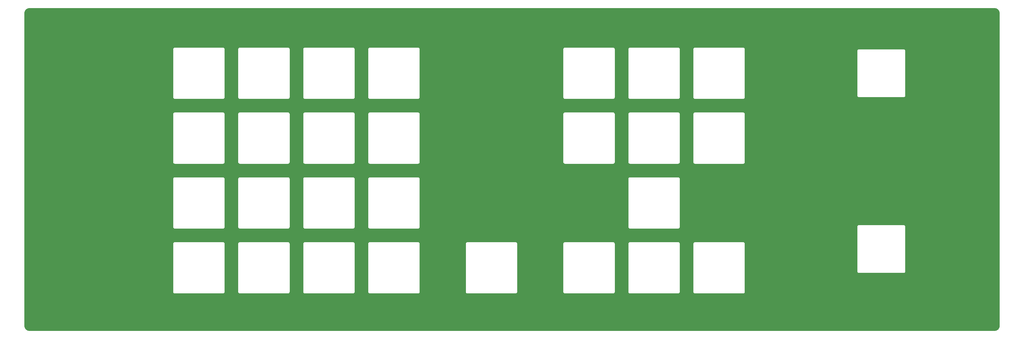
<source format=gtl>
G04 #@! TF.GenerationSoftware,KiCad,Pcbnew,(6.0.7-1)-1*
G04 #@! TF.CreationDate,2022-10-11T23:10:52+02:00*
G04 #@! TF.ProjectId,yts-switchblade,7974732d-7377-4697-9463-68626c616465,rev?*
G04 #@! TF.SameCoordinates,Original*
G04 #@! TF.FileFunction,Copper,L1,Top*
G04 #@! TF.FilePolarity,Positive*
%FSLAX46Y46*%
G04 Gerber Fmt 4.6, Leading zero omitted, Abs format (unit mm)*
G04 Created by KiCad (PCBNEW (6.0.7-1)-1) date 2022-10-11 23:10:52*
%MOMM*%
%LPD*%
G01*
G04 APERTURE LIST*
G04 APERTURE END LIST*
G04 #@! TA.AperFunction,NonConductor*
G36*
X328070018Y-35410000D02*
G01*
X328084851Y-35412310D01*
X328084855Y-35412310D01*
X328093724Y-35413691D01*
X328108981Y-35411696D01*
X328134302Y-35410953D01*
X328303285Y-35423039D01*
X328321064Y-35425596D01*
X328511392Y-35466999D01*
X328528641Y-35472063D01*
X328711150Y-35540136D01*
X328727502Y-35547604D01*
X328898458Y-35640952D01*
X328913582Y-35650672D01*
X329069514Y-35767402D01*
X329083100Y-35779175D01*
X329220825Y-35916900D01*
X329232598Y-35930486D01*
X329349328Y-36086418D01*
X329359048Y-36101542D01*
X329452396Y-36272498D01*
X329459864Y-36288850D01*
X329527937Y-36471359D01*
X329533001Y-36488607D01*
X329574404Y-36678936D01*
X329576962Y-36696721D01*
X329588540Y-36858601D01*
X329587793Y-36876565D01*
X329587692Y-36884845D01*
X329586309Y-36893724D01*
X329587474Y-36902630D01*
X329590436Y-36925283D01*
X329591500Y-36941621D01*
X329591500Y-128450633D01*
X329590000Y-128470018D01*
X329587690Y-128484851D01*
X329587690Y-128484855D01*
X329586309Y-128493724D01*
X329588136Y-128507693D01*
X329588304Y-128508976D01*
X329589047Y-128534305D01*
X329576962Y-128703279D01*
X329574404Y-128721064D01*
X329556598Y-128802919D01*
X329533001Y-128911392D01*
X329527937Y-128928641D01*
X329459864Y-129111150D01*
X329452396Y-129127502D01*
X329359048Y-129298458D01*
X329349328Y-129313582D01*
X329232598Y-129469514D01*
X329220825Y-129483100D01*
X329083100Y-129620825D01*
X329069514Y-129632598D01*
X328913582Y-129749328D01*
X328898458Y-129759048D01*
X328727502Y-129852396D01*
X328711150Y-129859864D01*
X328528641Y-129927937D01*
X328511393Y-129933001D01*
X328321064Y-129974404D01*
X328303285Y-129976961D01*
X328141395Y-129988540D01*
X328123435Y-129987793D01*
X328115155Y-129987692D01*
X328106276Y-129986309D01*
X328074714Y-129990436D01*
X328058379Y-129991500D01*
X46149367Y-129991500D01*
X46129982Y-129990000D01*
X46115149Y-129987690D01*
X46115145Y-129987690D01*
X46106276Y-129986309D01*
X46091019Y-129988304D01*
X46065698Y-129989047D01*
X45896715Y-129976961D01*
X45878936Y-129974404D01*
X45688607Y-129933001D01*
X45671359Y-129927937D01*
X45488850Y-129859864D01*
X45472498Y-129852396D01*
X45301542Y-129759048D01*
X45286418Y-129749328D01*
X45130486Y-129632598D01*
X45116900Y-129620825D01*
X44979175Y-129483100D01*
X44967402Y-129469514D01*
X44850672Y-129313582D01*
X44840952Y-129298458D01*
X44747604Y-129127502D01*
X44740136Y-129111150D01*
X44672063Y-128928641D01*
X44666999Y-128911392D01*
X44643402Y-128802919D01*
X44625596Y-128721064D01*
X44623038Y-128703278D01*
X44611719Y-128545012D01*
X44612805Y-128522245D01*
X44612334Y-128522203D01*
X44612770Y-128517345D01*
X44613576Y-128512552D01*
X44613729Y-128500000D01*
X44609773Y-128472376D01*
X44608500Y-128454514D01*
X44608500Y-118569721D01*
X88091024Y-118569721D01*
X88093491Y-118578352D01*
X88099150Y-118598153D01*
X88102728Y-118614915D01*
X88106920Y-118644187D01*
X88110634Y-118652355D01*
X88110634Y-118652356D01*
X88117548Y-118667562D01*
X88123996Y-118685086D01*
X88131051Y-118709771D01*
X88135843Y-118717365D01*
X88135844Y-118717368D01*
X88146830Y-118734780D01*
X88154969Y-118749863D01*
X88167208Y-118776782D01*
X88173069Y-118783584D01*
X88183970Y-118796235D01*
X88195073Y-118811239D01*
X88208776Y-118832958D01*
X88215501Y-118838897D01*
X88215504Y-118838901D01*
X88230938Y-118852532D01*
X88242982Y-118864724D01*
X88256427Y-118880327D01*
X88256430Y-118880329D01*
X88262287Y-118887127D01*
X88269816Y-118892007D01*
X88269817Y-118892008D01*
X88283835Y-118901094D01*
X88298709Y-118912385D01*
X88311217Y-118923431D01*
X88317951Y-118929378D01*
X88344711Y-118941942D01*
X88359691Y-118950263D01*
X88376983Y-118961471D01*
X88376988Y-118961473D01*
X88384515Y-118966352D01*
X88393108Y-118968922D01*
X88393113Y-118968924D01*
X88409120Y-118973711D01*
X88426564Y-118980372D01*
X88441676Y-118987467D01*
X88441678Y-118987468D01*
X88449800Y-118991281D01*
X88458667Y-118992662D01*
X88458668Y-118992662D01*
X88461353Y-118993080D01*
X88479017Y-118995830D01*
X88495732Y-118999613D01*
X88515466Y-119005515D01*
X88515472Y-119005516D01*
X88524066Y-119008086D01*
X88533037Y-119008141D01*
X88533038Y-119008141D01*
X88543097Y-119008202D01*
X88558506Y-119008296D01*
X88559289Y-119008329D01*
X88560386Y-119008500D01*
X88591377Y-119008500D01*
X88592147Y-119008502D01*
X88665785Y-119008952D01*
X88665786Y-119008952D01*
X88669721Y-119008976D01*
X88671065Y-119008592D01*
X88672410Y-119008500D01*
X102591377Y-119008500D01*
X102592148Y-119008502D01*
X102669721Y-119008976D01*
X102698152Y-119000850D01*
X102714915Y-118997272D01*
X102715753Y-118997152D01*
X102744187Y-118993080D01*
X102767564Y-118982451D01*
X102785087Y-118976004D01*
X102809771Y-118968949D01*
X102817365Y-118964157D01*
X102817368Y-118964156D01*
X102834780Y-118953170D01*
X102849865Y-118945030D01*
X102876782Y-118932792D01*
X102896235Y-118916030D01*
X102911239Y-118904927D01*
X102932958Y-118891224D01*
X102938897Y-118884499D01*
X102938901Y-118884496D01*
X102952532Y-118869062D01*
X102964724Y-118857018D01*
X102980327Y-118843573D01*
X102980329Y-118843570D01*
X102987127Y-118837713D01*
X103001094Y-118816165D01*
X103012385Y-118801291D01*
X103023431Y-118788783D01*
X103023432Y-118788782D01*
X103029378Y-118782049D01*
X103041943Y-118755287D01*
X103050263Y-118740309D01*
X103061471Y-118723017D01*
X103061473Y-118723012D01*
X103066352Y-118715485D01*
X103068922Y-118706892D01*
X103068924Y-118706887D01*
X103073711Y-118690880D01*
X103080372Y-118673436D01*
X103087467Y-118658324D01*
X103087468Y-118658322D01*
X103091281Y-118650200D01*
X103095830Y-118620983D01*
X103099613Y-118604268D01*
X103105515Y-118584534D01*
X103105516Y-118584528D01*
X103108086Y-118575934D01*
X103108124Y-118569721D01*
X107091024Y-118569721D01*
X107093491Y-118578352D01*
X107099150Y-118598153D01*
X107102728Y-118614915D01*
X107106920Y-118644187D01*
X107110634Y-118652355D01*
X107110634Y-118652356D01*
X107117548Y-118667562D01*
X107123996Y-118685086D01*
X107131051Y-118709771D01*
X107135843Y-118717365D01*
X107135844Y-118717368D01*
X107146830Y-118734780D01*
X107154969Y-118749863D01*
X107167208Y-118776782D01*
X107173069Y-118783584D01*
X107183970Y-118796235D01*
X107195073Y-118811239D01*
X107208776Y-118832958D01*
X107215501Y-118838897D01*
X107215504Y-118838901D01*
X107230938Y-118852532D01*
X107242982Y-118864724D01*
X107256427Y-118880327D01*
X107256430Y-118880329D01*
X107262287Y-118887127D01*
X107269816Y-118892007D01*
X107269817Y-118892008D01*
X107283835Y-118901094D01*
X107298709Y-118912385D01*
X107311217Y-118923431D01*
X107317951Y-118929378D01*
X107344711Y-118941942D01*
X107359691Y-118950263D01*
X107376983Y-118961471D01*
X107376988Y-118961473D01*
X107384515Y-118966352D01*
X107393108Y-118968922D01*
X107393113Y-118968924D01*
X107409120Y-118973711D01*
X107426564Y-118980372D01*
X107441676Y-118987467D01*
X107441678Y-118987468D01*
X107449800Y-118991281D01*
X107458667Y-118992662D01*
X107458668Y-118992662D01*
X107461353Y-118993080D01*
X107479017Y-118995830D01*
X107495732Y-118999613D01*
X107515466Y-119005515D01*
X107515472Y-119005516D01*
X107524066Y-119008086D01*
X107533037Y-119008141D01*
X107533038Y-119008141D01*
X107543097Y-119008202D01*
X107558506Y-119008296D01*
X107559289Y-119008329D01*
X107560386Y-119008500D01*
X107591377Y-119008500D01*
X107592147Y-119008502D01*
X107665785Y-119008952D01*
X107665786Y-119008952D01*
X107669721Y-119008976D01*
X107671065Y-119008592D01*
X107672410Y-119008500D01*
X121591377Y-119008500D01*
X121592148Y-119008502D01*
X121669721Y-119008976D01*
X121698152Y-119000850D01*
X121714915Y-118997272D01*
X121715753Y-118997152D01*
X121744187Y-118993080D01*
X121767564Y-118982451D01*
X121785087Y-118976004D01*
X121809771Y-118968949D01*
X121817365Y-118964157D01*
X121817368Y-118964156D01*
X121834780Y-118953170D01*
X121849865Y-118945030D01*
X121876782Y-118932792D01*
X121896235Y-118916030D01*
X121911239Y-118904927D01*
X121932958Y-118891224D01*
X121938897Y-118884499D01*
X121938901Y-118884496D01*
X121952532Y-118869062D01*
X121964724Y-118857018D01*
X121980327Y-118843573D01*
X121980329Y-118843570D01*
X121987127Y-118837713D01*
X122001094Y-118816165D01*
X122012385Y-118801291D01*
X122023431Y-118788783D01*
X122023432Y-118788782D01*
X122029378Y-118782049D01*
X122041943Y-118755287D01*
X122050263Y-118740309D01*
X122061471Y-118723017D01*
X122061473Y-118723012D01*
X122066352Y-118715485D01*
X122068922Y-118706892D01*
X122068924Y-118706887D01*
X122073711Y-118690880D01*
X122080372Y-118673436D01*
X122087467Y-118658324D01*
X122087468Y-118658322D01*
X122091281Y-118650200D01*
X122095830Y-118620983D01*
X122099613Y-118604268D01*
X122105515Y-118584534D01*
X122105516Y-118584528D01*
X122108086Y-118575934D01*
X122108124Y-118569721D01*
X126091024Y-118569721D01*
X126093491Y-118578352D01*
X126099150Y-118598153D01*
X126102728Y-118614915D01*
X126106920Y-118644187D01*
X126110634Y-118652355D01*
X126110634Y-118652356D01*
X126117548Y-118667562D01*
X126123996Y-118685086D01*
X126131051Y-118709771D01*
X126135843Y-118717365D01*
X126135844Y-118717368D01*
X126146830Y-118734780D01*
X126154969Y-118749863D01*
X126167208Y-118776782D01*
X126173069Y-118783584D01*
X126183970Y-118796235D01*
X126195073Y-118811239D01*
X126208776Y-118832958D01*
X126215501Y-118838897D01*
X126215504Y-118838901D01*
X126230938Y-118852532D01*
X126242982Y-118864724D01*
X126256427Y-118880327D01*
X126256430Y-118880329D01*
X126262287Y-118887127D01*
X126269816Y-118892007D01*
X126269817Y-118892008D01*
X126283835Y-118901094D01*
X126298709Y-118912385D01*
X126311217Y-118923431D01*
X126317951Y-118929378D01*
X126344711Y-118941942D01*
X126359691Y-118950263D01*
X126376983Y-118961471D01*
X126376988Y-118961473D01*
X126384515Y-118966352D01*
X126393108Y-118968922D01*
X126393113Y-118968924D01*
X126409120Y-118973711D01*
X126426564Y-118980372D01*
X126441676Y-118987467D01*
X126441678Y-118987468D01*
X126449800Y-118991281D01*
X126458667Y-118992662D01*
X126458668Y-118992662D01*
X126461353Y-118993080D01*
X126479017Y-118995830D01*
X126495732Y-118999613D01*
X126515466Y-119005515D01*
X126515472Y-119005516D01*
X126524066Y-119008086D01*
X126533037Y-119008141D01*
X126533038Y-119008141D01*
X126543097Y-119008202D01*
X126558506Y-119008296D01*
X126559289Y-119008329D01*
X126560386Y-119008500D01*
X126591377Y-119008500D01*
X126592147Y-119008502D01*
X126665785Y-119008952D01*
X126665786Y-119008952D01*
X126669721Y-119008976D01*
X126671065Y-119008592D01*
X126672410Y-119008500D01*
X140591377Y-119008500D01*
X140592148Y-119008502D01*
X140669721Y-119008976D01*
X140698152Y-119000850D01*
X140714915Y-118997272D01*
X140715753Y-118997152D01*
X140744187Y-118993080D01*
X140767564Y-118982451D01*
X140785087Y-118976004D01*
X140809771Y-118968949D01*
X140817365Y-118964157D01*
X140817368Y-118964156D01*
X140834780Y-118953170D01*
X140849865Y-118945030D01*
X140876782Y-118932792D01*
X140896235Y-118916030D01*
X140911239Y-118904927D01*
X140932958Y-118891224D01*
X140938897Y-118884499D01*
X140938901Y-118884496D01*
X140952532Y-118869062D01*
X140964724Y-118857018D01*
X140980327Y-118843573D01*
X140980329Y-118843570D01*
X140987127Y-118837713D01*
X141001094Y-118816165D01*
X141012385Y-118801291D01*
X141023431Y-118788783D01*
X141023432Y-118788782D01*
X141029378Y-118782049D01*
X141041943Y-118755287D01*
X141050263Y-118740309D01*
X141061471Y-118723017D01*
X141061473Y-118723012D01*
X141066352Y-118715485D01*
X141068922Y-118706892D01*
X141068924Y-118706887D01*
X141073711Y-118690880D01*
X141080372Y-118673436D01*
X141087467Y-118658324D01*
X141087468Y-118658322D01*
X141091281Y-118650200D01*
X141095830Y-118620983D01*
X141099613Y-118604268D01*
X141105515Y-118584534D01*
X141105516Y-118584528D01*
X141108086Y-118575934D01*
X141108124Y-118569721D01*
X145091024Y-118569721D01*
X145093491Y-118578352D01*
X145099150Y-118598153D01*
X145102728Y-118614915D01*
X145106920Y-118644187D01*
X145110634Y-118652355D01*
X145110634Y-118652356D01*
X145117548Y-118667562D01*
X145123996Y-118685086D01*
X145131051Y-118709771D01*
X145135843Y-118717365D01*
X145135844Y-118717368D01*
X145146830Y-118734780D01*
X145154969Y-118749863D01*
X145167208Y-118776782D01*
X145173069Y-118783584D01*
X145183970Y-118796235D01*
X145195073Y-118811239D01*
X145208776Y-118832958D01*
X145215501Y-118838897D01*
X145215504Y-118838901D01*
X145230938Y-118852532D01*
X145242982Y-118864724D01*
X145256427Y-118880327D01*
X145256430Y-118880329D01*
X145262287Y-118887127D01*
X145269816Y-118892007D01*
X145269817Y-118892008D01*
X145283835Y-118901094D01*
X145298709Y-118912385D01*
X145311217Y-118923431D01*
X145317951Y-118929378D01*
X145344711Y-118941942D01*
X145359691Y-118950263D01*
X145376983Y-118961471D01*
X145376988Y-118961473D01*
X145384515Y-118966352D01*
X145393108Y-118968922D01*
X145393113Y-118968924D01*
X145409120Y-118973711D01*
X145426564Y-118980372D01*
X145441676Y-118987467D01*
X145441678Y-118987468D01*
X145449800Y-118991281D01*
X145458667Y-118992662D01*
X145458668Y-118992662D01*
X145461353Y-118993080D01*
X145479017Y-118995830D01*
X145495732Y-118999613D01*
X145515466Y-119005515D01*
X145515472Y-119005516D01*
X145524066Y-119008086D01*
X145533037Y-119008141D01*
X145533038Y-119008141D01*
X145543097Y-119008202D01*
X145558506Y-119008296D01*
X145559289Y-119008329D01*
X145560386Y-119008500D01*
X145591377Y-119008500D01*
X145592147Y-119008502D01*
X145665785Y-119008952D01*
X145665786Y-119008952D01*
X145669721Y-119008976D01*
X145671065Y-119008592D01*
X145672410Y-119008500D01*
X159591377Y-119008500D01*
X159592148Y-119008502D01*
X159669721Y-119008976D01*
X159698152Y-119000850D01*
X159714915Y-118997272D01*
X159715753Y-118997152D01*
X159744187Y-118993080D01*
X159767564Y-118982451D01*
X159785087Y-118976004D01*
X159809771Y-118968949D01*
X159817365Y-118964157D01*
X159817368Y-118964156D01*
X159834780Y-118953170D01*
X159849865Y-118945030D01*
X159876782Y-118932792D01*
X159896235Y-118916030D01*
X159911239Y-118904927D01*
X159932958Y-118891224D01*
X159938897Y-118884499D01*
X159938901Y-118884496D01*
X159952532Y-118869062D01*
X159964724Y-118857018D01*
X159980327Y-118843573D01*
X159980329Y-118843570D01*
X159987127Y-118837713D01*
X160001094Y-118816165D01*
X160012385Y-118801291D01*
X160023431Y-118788783D01*
X160023432Y-118788782D01*
X160029378Y-118782049D01*
X160041943Y-118755287D01*
X160050263Y-118740309D01*
X160061471Y-118723017D01*
X160061473Y-118723012D01*
X160066352Y-118715485D01*
X160068922Y-118706892D01*
X160068924Y-118706887D01*
X160073711Y-118690880D01*
X160080372Y-118673436D01*
X160087467Y-118658324D01*
X160087468Y-118658322D01*
X160091281Y-118650200D01*
X160095830Y-118620983D01*
X160099613Y-118604268D01*
X160105515Y-118584534D01*
X160105516Y-118584528D01*
X160108086Y-118575934D01*
X160108124Y-118569721D01*
X173591024Y-118569721D01*
X173593491Y-118578352D01*
X173599150Y-118598153D01*
X173602728Y-118614915D01*
X173606920Y-118644187D01*
X173610634Y-118652355D01*
X173610634Y-118652356D01*
X173617548Y-118667562D01*
X173623996Y-118685086D01*
X173631051Y-118709771D01*
X173635843Y-118717365D01*
X173635844Y-118717368D01*
X173646830Y-118734780D01*
X173654969Y-118749863D01*
X173667208Y-118776782D01*
X173673069Y-118783584D01*
X173683970Y-118796235D01*
X173695073Y-118811239D01*
X173708776Y-118832958D01*
X173715501Y-118838897D01*
X173715504Y-118838901D01*
X173730938Y-118852532D01*
X173742982Y-118864724D01*
X173756427Y-118880327D01*
X173756430Y-118880329D01*
X173762287Y-118887127D01*
X173769816Y-118892007D01*
X173769817Y-118892008D01*
X173783835Y-118901094D01*
X173798709Y-118912385D01*
X173811217Y-118923431D01*
X173817951Y-118929378D01*
X173844711Y-118941942D01*
X173859691Y-118950263D01*
X173876983Y-118961471D01*
X173876988Y-118961473D01*
X173884515Y-118966352D01*
X173893108Y-118968922D01*
X173893113Y-118968924D01*
X173909120Y-118973711D01*
X173926564Y-118980372D01*
X173941676Y-118987467D01*
X173941678Y-118987468D01*
X173949800Y-118991281D01*
X173958667Y-118992662D01*
X173958668Y-118992662D01*
X173961353Y-118993080D01*
X173979017Y-118995830D01*
X173995732Y-118999613D01*
X174015466Y-119005515D01*
X174015472Y-119005516D01*
X174024066Y-119008086D01*
X174033037Y-119008141D01*
X174033038Y-119008141D01*
X174043097Y-119008202D01*
X174058506Y-119008296D01*
X174059289Y-119008329D01*
X174060386Y-119008500D01*
X174091377Y-119008500D01*
X174092147Y-119008502D01*
X174165785Y-119008952D01*
X174165786Y-119008952D01*
X174169721Y-119008976D01*
X174171065Y-119008592D01*
X174172410Y-119008500D01*
X188091377Y-119008500D01*
X188092148Y-119008502D01*
X188169721Y-119008976D01*
X188198152Y-119000850D01*
X188214915Y-118997272D01*
X188215753Y-118997152D01*
X188244187Y-118993080D01*
X188267564Y-118982451D01*
X188285087Y-118976004D01*
X188309771Y-118968949D01*
X188317365Y-118964157D01*
X188317368Y-118964156D01*
X188334780Y-118953170D01*
X188349865Y-118945030D01*
X188376782Y-118932792D01*
X188396235Y-118916030D01*
X188411239Y-118904927D01*
X188432958Y-118891224D01*
X188438897Y-118884499D01*
X188438901Y-118884496D01*
X188452532Y-118869062D01*
X188464724Y-118857018D01*
X188480327Y-118843573D01*
X188480329Y-118843570D01*
X188487127Y-118837713D01*
X188501094Y-118816165D01*
X188512385Y-118801291D01*
X188523431Y-118788783D01*
X188523432Y-118788782D01*
X188529378Y-118782049D01*
X188541943Y-118755287D01*
X188550263Y-118740309D01*
X188561471Y-118723017D01*
X188561473Y-118723012D01*
X188566352Y-118715485D01*
X188568922Y-118706892D01*
X188568924Y-118706887D01*
X188573711Y-118690880D01*
X188580372Y-118673436D01*
X188587467Y-118658324D01*
X188587468Y-118658322D01*
X188591281Y-118650200D01*
X188595830Y-118620983D01*
X188599613Y-118604268D01*
X188605515Y-118584534D01*
X188605516Y-118584528D01*
X188608086Y-118575934D01*
X188608124Y-118569721D01*
X202091024Y-118569721D01*
X202093491Y-118578352D01*
X202099150Y-118598153D01*
X202102728Y-118614915D01*
X202106920Y-118644187D01*
X202110634Y-118652355D01*
X202110634Y-118652356D01*
X202117548Y-118667562D01*
X202123996Y-118685086D01*
X202131051Y-118709771D01*
X202135843Y-118717365D01*
X202135844Y-118717368D01*
X202146830Y-118734780D01*
X202154969Y-118749863D01*
X202167208Y-118776782D01*
X202173069Y-118783584D01*
X202183970Y-118796235D01*
X202195073Y-118811239D01*
X202208776Y-118832958D01*
X202215501Y-118838897D01*
X202215504Y-118838901D01*
X202230938Y-118852532D01*
X202242982Y-118864724D01*
X202256427Y-118880327D01*
X202256430Y-118880329D01*
X202262287Y-118887127D01*
X202269816Y-118892007D01*
X202269817Y-118892008D01*
X202283835Y-118901094D01*
X202298709Y-118912385D01*
X202311217Y-118923431D01*
X202317951Y-118929378D01*
X202344711Y-118941942D01*
X202359691Y-118950263D01*
X202376983Y-118961471D01*
X202376988Y-118961473D01*
X202384515Y-118966352D01*
X202393108Y-118968922D01*
X202393113Y-118968924D01*
X202409120Y-118973711D01*
X202426564Y-118980372D01*
X202441676Y-118987467D01*
X202441678Y-118987468D01*
X202449800Y-118991281D01*
X202458667Y-118992662D01*
X202458668Y-118992662D01*
X202461353Y-118993080D01*
X202479017Y-118995830D01*
X202495732Y-118999613D01*
X202515466Y-119005515D01*
X202515472Y-119005516D01*
X202524066Y-119008086D01*
X202533037Y-119008141D01*
X202533038Y-119008141D01*
X202543097Y-119008202D01*
X202558506Y-119008296D01*
X202559289Y-119008329D01*
X202560386Y-119008500D01*
X202591377Y-119008500D01*
X202592147Y-119008502D01*
X202665785Y-119008952D01*
X202665786Y-119008952D01*
X202669721Y-119008976D01*
X202671065Y-119008592D01*
X202672410Y-119008500D01*
X216591377Y-119008500D01*
X216592148Y-119008502D01*
X216669721Y-119008976D01*
X216698152Y-119000850D01*
X216714915Y-118997272D01*
X216715753Y-118997152D01*
X216744187Y-118993080D01*
X216767564Y-118982451D01*
X216785087Y-118976004D01*
X216809771Y-118968949D01*
X216817365Y-118964157D01*
X216817368Y-118964156D01*
X216834780Y-118953170D01*
X216849865Y-118945030D01*
X216876782Y-118932792D01*
X216896235Y-118916030D01*
X216911239Y-118904927D01*
X216932958Y-118891224D01*
X216938897Y-118884499D01*
X216938901Y-118884496D01*
X216952532Y-118869062D01*
X216964724Y-118857018D01*
X216980327Y-118843573D01*
X216980329Y-118843570D01*
X216987127Y-118837713D01*
X217001094Y-118816165D01*
X217012385Y-118801291D01*
X217023431Y-118788783D01*
X217023432Y-118788782D01*
X217029378Y-118782049D01*
X217041943Y-118755287D01*
X217050263Y-118740309D01*
X217061471Y-118723017D01*
X217061473Y-118723012D01*
X217066352Y-118715485D01*
X217068922Y-118706892D01*
X217068924Y-118706887D01*
X217073711Y-118690880D01*
X217080372Y-118673436D01*
X217087467Y-118658324D01*
X217087468Y-118658322D01*
X217091281Y-118650200D01*
X217095830Y-118620983D01*
X217099613Y-118604268D01*
X217105515Y-118584534D01*
X217105516Y-118584528D01*
X217108086Y-118575934D01*
X217108124Y-118569721D01*
X221091024Y-118569721D01*
X221093491Y-118578352D01*
X221099150Y-118598153D01*
X221102728Y-118614915D01*
X221106920Y-118644187D01*
X221110634Y-118652355D01*
X221110634Y-118652356D01*
X221117548Y-118667562D01*
X221123996Y-118685086D01*
X221131051Y-118709771D01*
X221135843Y-118717365D01*
X221135844Y-118717368D01*
X221146830Y-118734780D01*
X221154969Y-118749863D01*
X221167208Y-118776782D01*
X221173069Y-118783584D01*
X221183970Y-118796235D01*
X221195073Y-118811239D01*
X221208776Y-118832958D01*
X221215501Y-118838897D01*
X221215504Y-118838901D01*
X221230938Y-118852532D01*
X221242982Y-118864724D01*
X221256427Y-118880327D01*
X221256430Y-118880329D01*
X221262287Y-118887127D01*
X221269816Y-118892007D01*
X221269817Y-118892008D01*
X221283835Y-118901094D01*
X221298709Y-118912385D01*
X221311217Y-118923431D01*
X221317951Y-118929378D01*
X221344711Y-118941942D01*
X221359691Y-118950263D01*
X221376983Y-118961471D01*
X221376988Y-118961473D01*
X221384515Y-118966352D01*
X221393108Y-118968922D01*
X221393113Y-118968924D01*
X221409120Y-118973711D01*
X221426564Y-118980372D01*
X221441676Y-118987467D01*
X221441678Y-118987468D01*
X221449800Y-118991281D01*
X221458667Y-118992662D01*
X221458668Y-118992662D01*
X221461353Y-118993080D01*
X221479017Y-118995830D01*
X221495732Y-118999613D01*
X221515466Y-119005515D01*
X221515472Y-119005516D01*
X221524066Y-119008086D01*
X221533037Y-119008141D01*
X221533038Y-119008141D01*
X221543097Y-119008202D01*
X221558506Y-119008296D01*
X221559289Y-119008329D01*
X221560386Y-119008500D01*
X221591377Y-119008500D01*
X221592147Y-119008502D01*
X221665785Y-119008952D01*
X221665786Y-119008952D01*
X221669721Y-119008976D01*
X221671065Y-119008592D01*
X221672410Y-119008500D01*
X235591377Y-119008500D01*
X235592148Y-119008502D01*
X235669721Y-119008976D01*
X235698152Y-119000850D01*
X235714915Y-118997272D01*
X235715753Y-118997152D01*
X235744187Y-118993080D01*
X235767564Y-118982451D01*
X235785087Y-118976004D01*
X235809771Y-118968949D01*
X235817365Y-118964157D01*
X235817368Y-118964156D01*
X235834780Y-118953170D01*
X235849865Y-118945030D01*
X235876782Y-118932792D01*
X235896235Y-118916030D01*
X235911239Y-118904927D01*
X235932958Y-118891224D01*
X235938897Y-118884499D01*
X235938901Y-118884496D01*
X235952532Y-118869062D01*
X235964724Y-118857018D01*
X235980327Y-118843573D01*
X235980329Y-118843570D01*
X235987127Y-118837713D01*
X236001094Y-118816165D01*
X236012385Y-118801291D01*
X236023431Y-118788783D01*
X236023432Y-118788782D01*
X236029378Y-118782049D01*
X236041943Y-118755287D01*
X236050263Y-118740309D01*
X236061471Y-118723017D01*
X236061473Y-118723012D01*
X236066352Y-118715485D01*
X236068922Y-118706892D01*
X236068924Y-118706887D01*
X236073711Y-118690880D01*
X236080372Y-118673436D01*
X236087467Y-118658324D01*
X236087468Y-118658322D01*
X236091281Y-118650200D01*
X236095830Y-118620983D01*
X236099613Y-118604268D01*
X236105515Y-118584534D01*
X236105516Y-118584528D01*
X236108086Y-118575934D01*
X236108124Y-118569721D01*
X240091024Y-118569721D01*
X240093491Y-118578352D01*
X240099150Y-118598153D01*
X240102728Y-118614915D01*
X240106920Y-118644187D01*
X240110634Y-118652355D01*
X240110634Y-118652356D01*
X240117548Y-118667562D01*
X240123996Y-118685086D01*
X240131051Y-118709771D01*
X240135843Y-118717365D01*
X240135844Y-118717368D01*
X240146830Y-118734780D01*
X240154969Y-118749863D01*
X240167208Y-118776782D01*
X240173069Y-118783584D01*
X240183970Y-118796235D01*
X240195073Y-118811239D01*
X240208776Y-118832958D01*
X240215501Y-118838897D01*
X240215504Y-118838901D01*
X240230938Y-118852532D01*
X240242982Y-118864724D01*
X240256427Y-118880327D01*
X240256430Y-118880329D01*
X240262287Y-118887127D01*
X240269816Y-118892007D01*
X240269817Y-118892008D01*
X240283835Y-118901094D01*
X240298709Y-118912385D01*
X240311217Y-118923431D01*
X240317951Y-118929378D01*
X240344711Y-118941942D01*
X240359691Y-118950263D01*
X240376983Y-118961471D01*
X240376988Y-118961473D01*
X240384515Y-118966352D01*
X240393108Y-118968922D01*
X240393113Y-118968924D01*
X240409120Y-118973711D01*
X240426564Y-118980372D01*
X240441676Y-118987467D01*
X240441678Y-118987468D01*
X240449800Y-118991281D01*
X240458667Y-118992662D01*
X240458668Y-118992662D01*
X240461353Y-118993080D01*
X240479017Y-118995830D01*
X240495732Y-118999613D01*
X240515466Y-119005515D01*
X240515472Y-119005516D01*
X240524066Y-119008086D01*
X240533037Y-119008141D01*
X240533038Y-119008141D01*
X240543097Y-119008202D01*
X240558506Y-119008296D01*
X240559289Y-119008329D01*
X240560386Y-119008500D01*
X240591377Y-119008500D01*
X240592147Y-119008502D01*
X240665785Y-119008952D01*
X240665786Y-119008952D01*
X240669721Y-119008976D01*
X240671065Y-119008592D01*
X240672410Y-119008500D01*
X254591377Y-119008500D01*
X254592148Y-119008502D01*
X254669721Y-119008976D01*
X254698152Y-119000850D01*
X254714915Y-118997272D01*
X254715753Y-118997152D01*
X254744187Y-118993080D01*
X254767564Y-118982451D01*
X254785087Y-118976004D01*
X254809771Y-118968949D01*
X254817365Y-118964157D01*
X254817368Y-118964156D01*
X254834780Y-118953170D01*
X254849865Y-118945030D01*
X254876782Y-118932792D01*
X254896235Y-118916030D01*
X254911239Y-118904927D01*
X254932958Y-118891224D01*
X254938897Y-118884499D01*
X254938901Y-118884496D01*
X254952532Y-118869062D01*
X254964724Y-118857018D01*
X254980327Y-118843573D01*
X254980329Y-118843570D01*
X254987127Y-118837713D01*
X255001094Y-118816165D01*
X255012385Y-118801291D01*
X255023431Y-118788783D01*
X255023432Y-118788782D01*
X255029378Y-118782049D01*
X255041943Y-118755287D01*
X255050263Y-118740309D01*
X255061471Y-118723017D01*
X255061473Y-118723012D01*
X255066352Y-118715485D01*
X255068922Y-118706892D01*
X255068924Y-118706887D01*
X255073711Y-118690880D01*
X255080372Y-118673436D01*
X255087467Y-118658324D01*
X255087468Y-118658322D01*
X255091281Y-118650200D01*
X255095830Y-118620983D01*
X255099613Y-118604268D01*
X255105515Y-118584534D01*
X255105516Y-118584528D01*
X255108086Y-118575934D01*
X255108296Y-118541494D01*
X255108329Y-118540711D01*
X255108500Y-118539614D01*
X255108500Y-118508623D01*
X255108502Y-118507853D01*
X255108952Y-118434215D01*
X255108952Y-118434214D01*
X255108976Y-118430279D01*
X255108592Y-118428935D01*
X255108500Y-118427590D01*
X255108500Y-112569721D01*
X287991024Y-112569721D01*
X287993491Y-112578352D01*
X287999150Y-112598153D01*
X288002728Y-112614915D01*
X288006920Y-112644187D01*
X288010634Y-112652355D01*
X288010634Y-112652356D01*
X288017548Y-112667562D01*
X288023996Y-112685086D01*
X288031051Y-112709771D01*
X288035843Y-112717365D01*
X288035844Y-112717368D01*
X288046830Y-112734780D01*
X288054969Y-112749863D01*
X288067208Y-112776782D01*
X288073069Y-112783584D01*
X288083970Y-112796235D01*
X288095073Y-112811239D01*
X288108776Y-112832958D01*
X288115501Y-112838897D01*
X288115504Y-112838901D01*
X288130938Y-112852532D01*
X288142982Y-112864724D01*
X288156427Y-112880327D01*
X288156430Y-112880329D01*
X288162287Y-112887127D01*
X288169816Y-112892007D01*
X288169817Y-112892008D01*
X288183835Y-112901094D01*
X288198709Y-112912385D01*
X288211217Y-112923431D01*
X288217951Y-112929378D01*
X288244711Y-112941942D01*
X288259691Y-112950263D01*
X288276983Y-112961471D01*
X288276988Y-112961473D01*
X288284515Y-112966352D01*
X288293108Y-112968922D01*
X288293113Y-112968924D01*
X288309120Y-112973711D01*
X288326564Y-112980372D01*
X288341676Y-112987467D01*
X288341678Y-112987468D01*
X288349800Y-112991281D01*
X288358667Y-112992662D01*
X288358668Y-112992662D01*
X288361353Y-112993080D01*
X288379017Y-112995830D01*
X288395732Y-112999613D01*
X288415466Y-113005515D01*
X288415472Y-113005516D01*
X288424066Y-113008086D01*
X288433037Y-113008141D01*
X288433038Y-113008141D01*
X288443097Y-113008202D01*
X288458506Y-113008296D01*
X288459289Y-113008329D01*
X288460386Y-113008500D01*
X288491377Y-113008500D01*
X288492147Y-113008502D01*
X288565785Y-113008952D01*
X288565786Y-113008952D01*
X288569721Y-113008976D01*
X288571065Y-113008592D01*
X288572410Y-113008500D01*
X301491377Y-113008500D01*
X301492148Y-113008502D01*
X301569721Y-113008976D01*
X301598152Y-113000850D01*
X301614915Y-112997272D01*
X301615753Y-112997152D01*
X301644187Y-112993080D01*
X301667564Y-112982451D01*
X301685087Y-112976004D01*
X301709771Y-112968949D01*
X301717365Y-112964157D01*
X301717368Y-112964156D01*
X301734780Y-112953170D01*
X301749865Y-112945030D01*
X301776782Y-112932792D01*
X301796235Y-112916030D01*
X301811239Y-112904927D01*
X301832958Y-112891224D01*
X301838897Y-112884499D01*
X301838901Y-112884496D01*
X301852532Y-112869062D01*
X301864724Y-112857018D01*
X301880327Y-112843573D01*
X301880329Y-112843570D01*
X301887127Y-112837713D01*
X301901094Y-112816165D01*
X301912385Y-112801291D01*
X301923431Y-112788783D01*
X301923432Y-112788782D01*
X301929378Y-112782049D01*
X301941943Y-112755287D01*
X301950263Y-112740309D01*
X301961471Y-112723017D01*
X301961473Y-112723012D01*
X301966352Y-112715485D01*
X301968922Y-112706892D01*
X301968924Y-112706887D01*
X301973711Y-112690880D01*
X301980372Y-112673436D01*
X301987467Y-112658324D01*
X301987468Y-112658322D01*
X301991281Y-112650200D01*
X301995830Y-112620983D01*
X301999613Y-112604268D01*
X302005515Y-112584534D01*
X302005516Y-112584528D01*
X302008086Y-112575934D01*
X302008296Y-112541494D01*
X302008329Y-112540711D01*
X302008500Y-112539614D01*
X302008500Y-112508623D01*
X302008502Y-112507853D01*
X302008952Y-112434215D01*
X302008952Y-112434214D01*
X302008976Y-112430279D01*
X302008592Y-112428935D01*
X302008500Y-112427590D01*
X302008500Y-99508623D01*
X302008502Y-99507853D01*
X302008800Y-99459102D01*
X302008976Y-99430279D01*
X302000850Y-99401847D01*
X301997272Y-99385085D01*
X301994352Y-99364698D01*
X301993080Y-99355813D01*
X301982451Y-99332436D01*
X301976004Y-99314913D01*
X301971416Y-99298862D01*
X301968949Y-99290229D01*
X301964156Y-99282632D01*
X301953170Y-99265220D01*
X301945030Y-99250135D01*
X301942564Y-99244711D01*
X301932792Y-99223218D01*
X301916030Y-99203765D01*
X301904927Y-99188761D01*
X301891224Y-99167042D01*
X301884499Y-99161103D01*
X301884496Y-99161099D01*
X301869062Y-99147468D01*
X301857018Y-99135276D01*
X301843573Y-99119673D01*
X301843570Y-99119671D01*
X301837713Y-99112873D01*
X301824009Y-99103990D01*
X301816165Y-99098906D01*
X301801291Y-99087615D01*
X301788783Y-99076569D01*
X301788782Y-99076568D01*
X301782049Y-99070622D01*
X301755287Y-99058057D01*
X301740309Y-99049737D01*
X301723017Y-99038529D01*
X301723012Y-99038527D01*
X301715485Y-99033648D01*
X301706892Y-99031078D01*
X301706887Y-99031076D01*
X301690880Y-99026289D01*
X301673436Y-99019628D01*
X301658324Y-99012533D01*
X301658322Y-99012532D01*
X301650200Y-99008719D01*
X301641333Y-99007338D01*
X301641332Y-99007338D01*
X301630478Y-99005648D01*
X301620983Y-99004170D01*
X301604268Y-99000387D01*
X301584534Y-98994485D01*
X301584528Y-98994484D01*
X301575934Y-98991914D01*
X301566963Y-98991859D01*
X301566962Y-98991859D01*
X301556903Y-98991798D01*
X301541494Y-98991704D01*
X301540711Y-98991671D01*
X301539614Y-98991500D01*
X301508623Y-98991500D01*
X301507853Y-98991498D01*
X301434215Y-98991048D01*
X301434214Y-98991048D01*
X301430279Y-98991024D01*
X301428935Y-98991408D01*
X301427590Y-98991500D01*
X288508623Y-98991500D01*
X288507853Y-98991498D01*
X288507037Y-98991493D01*
X288430279Y-98991024D01*
X288407918Y-98997415D01*
X288401847Y-98999150D01*
X288385085Y-99002728D01*
X288355813Y-99006920D01*
X288347645Y-99010634D01*
X288347644Y-99010634D01*
X288332438Y-99017548D01*
X288314914Y-99023996D01*
X288290229Y-99031051D01*
X288282635Y-99035843D01*
X288282632Y-99035844D01*
X288265220Y-99046830D01*
X288250137Y-99054969D01*
X288223218Y-99067208D01*
X288216416Y-99073069D01*
X288203765Y-99083970D01*
X288188761Y-99095073D01*
X288167042Y-99108776D01*
X288161103Y-99115501D01*
X288161099Y-99115504D01*
X288147468Y-99130938D01*
X288135276Y-99142982D01*
X288119673Y-99156427D01*
X288119671Y-99156430D01*
X288112873Y-99162287D01*
X288107993Y-99169816D01*
X288107992Y-99169817D01*
X288098906Y-99183835D01*
X288087615Y-99198709D01*
X288076569Y-99211217D01*
X288070622Y-99217951D01*
X288064312Y-99231391D01*
X288058058Y-99244711D01*
X288049737Y-99259691D01*
X288038529Y-99276983D01*
X288038527Y-99276988D01*
X288033648Y-99284515D01*
X288031078Y-99293108D01*
X288031076Y-99293113D01*
X288026289Y-99309120D01*
X288019628Y-99326564D01*
X288012533Y-99341676D01*
X288008719Y-99349800D01*
X288007338Y-99358667D01*
X288007338Y-99358668D01*
X288004170Y-99379015D01*
X288000387Y-99395732D01*
X287994485Y-99415466D01*
X287994484Y-99415472D01*
X287991914Y-99424066D01*
X287991859Y-99433037D01*
X287991859Y-99433038D01*
X287991704Y-99458497D01*
X287991671Y-99459289D01*
X287991500Y-99460386D01*
X287991500Y-99491377D01*
X287991498Y-99492147D01*
X287991024Y-99569721D01*
X287991408Y-99571065D01*
X287991500Y-99572410D01*
X287991500Y-112491377D01*
X287991498Y-112492147D01*
X287991024Y-112569721D01*
X255108500Y-112569721D01*
X255108500Y-104508623D01*
X255108502Y-104507853D01*
X255108800Y-104459102D01*
X255108976Y-104430279D01*
X255100850Y-104401847D01*
X255097272Y-104385085D01*
X255094352Y-104364698D01*
X255093080Y-104355813D01*
X255082451Y-104332436D01*
X255076004Y-104314913D01*
X255071416Y-104298862D01*
X255068949Y-104290229D01*
X255064156Y-104282632D01*
X255053170Y-104265220D01*
X255045030Y-104250135D01*
X255042564Y-104244711D01*
X255032792Y-104223218D01*
X255016030Y-104203765D01*
X255004927Y-104188761D01*
X254991224Y-104167042D01*
X254984499Y-104161103D01*
X254984496Y-104161099D01*
X254969062Y-104147468D01*
X254957018Y-104135276D01*
X254943573Y-104119673D01*
X254943570Y-104119671D01*
X254937713Y-104112873D01*
X254924009Y-104103990D01*
X254916165Y-104098906D01*
X254901291Y-104087615D01*
X254888783Y-104076569D01*
X254888782Y-104076568D01*
X254882049Y-104070622D01*
X254855287Y-104058057D01*
X254840309Y-104049737D01*
X254823017Y-104038529D01*
X254823012Y-104038527D01*
X254815485Y-104033648D01*
X254806892Y-104031078D01*
X254806887Y-104031076D01*
X254790880Y-104026289D01*
X254773436Y-104019628D01*
X254758324Y-104012533D01*
X254758322Y-104012532D01*
X254750200Y-104008719D01*
X254741333Y-104007338D01*
X254741332Y-104007338D01*
X254730478Y-104005648D01*
X254720983Y-104004170D01*
X254704268Y-104000387D01*
X254684534Y-103994485D01*
X254684528Y-103994484D01*
X254675934Y-103991914D01*
X254666963Y-103991859D01*
X254666962Y-103991859D01*
X254656903Y-103991798D01*
X254641494Y-103991704D01*
X254640711Y-103991671D01*
X254639614Y-103991500D01*
X254608623Y-103991500D01*
X254607853Y-103991498D01*
X254534215Y-103991048D01*
X254534214Y-103991048D01*
X254530279Y-103991024D01*
X254528935Y-103991408D01*
X254527590Y-103991500D01*
X240608623Y-103991500D01*
X240607853Y-103991498D01*
X240607037Y-103991493D01*
X240530279Y-103991024D01*
X240507918Y-103997415D01*
X240501847Y-103999150D01*
X240485085Y-104002728D01*
X240455813Y-104006920D01*
X240447645Y-104010634D01*
X240447644Y-104010634D01*
X240432438Y-104017548D01*
X240414914Y-104023996D01*
X240390229Y-104031051D01*
X240382635Y-104035843D01*
X240382632Y-104035844D01*
X240365220Y-104046830D01*
X240350137Y-104054969D01*
X240323218Y-104067208D01*
X240316416Y-104073069D01*
X240303765Y-104083970D01*
X240288761Y-104095073D01*
X240267042Y-104108776D01*
X240261103Y-104115501D01*
X240261099Y-104115504D01*
X240247468Y-104130938D01*
X240235276Y-104142982D01*
X240219673Y-104156427D01*
X240219671Y-104156430D01*
X240212873Y-104162287D01*
X240207993Y-104169816D01*
X240207992Y-104169817D01*
X240198906Y-104183835D01*
X240187615Y-104198709D01*
X240176569Y-104211217D01*
X240170622Y-104217951D01*
X240164312Y-104231391D01*
X240158058Y-104244711D01*
X240149737Y-104259691D01*
X240138529Y-104276983D01*
X240138527Y-104276988D01*
X240133648Y-104284515D01*
X240131078Y-104293108D01*
X240131076Y-104293113D01*
X240126289Y-104309120D01*
X240119628Y-104326564D01*
X240112533Y-104341676D01*
X240108719Y-104349800D01*
X240107338Y-104358667D01*
X240107338Y-104358668D01*
X240104170Y-104379015D01*
X240100387Y-104395732D01*
X240094485Y-104415466D01*
X240094484Y-104415472D01*
X240091914Y-104424066D01*
X240091859Y-104433037D01*
X240091859Y-104433038D01*
X240091704Y-104458497D01*
X240091671Y-104459289D01*
X240091500Y-104460386D01*
X240091500Y-104491377D01*
X240091498Y-104492147D01*
X240091024Y-104569721D01*
X240091408Y-104571065D01*
X240091500Y-104572410D01*
X240091500Y-118491377D01*
X240091498Y-118492147D01*
X240091024Y-118569721D01*
X236108124Y-118569721D01*
X236108296Y-118541494D01*
X236108329Y-118540711D01*
X236108500Y-118539614D01*
X236108500Y-118508623D01*
X236108502Y-118507853D01*
X236108952Y-118434215D01*
X236108952Y-118434214D01*
X236108976Y-118430279D01*
X236108592Y-118428935D01*
X236108500Y-118427590D01*
X236108500Y-104508623D01*
X236108502Y-104507853D01*
X236108800Y-104459102D01*
X236108976Y-104430279D01*
X236100850Y-104401847D01*
X236097272Y-104385085D01*
X236094352Y-104364698D01*
X236093080Y-104355813D01*
X236082451Y-104332436D01*
X236076004Y-104314913D01*
X236071416Y-104298862D01*
X236068949Y-104290229D01*
X236064156Y-104282632D01*
X236053170Y-104265220D01*
X236045030Y-104250135D01*
X236042564Y-104244711D01*
X236032792Y-104223218D01*
X236016030Y-104203765D01*
X236004927Y-104188761D01*
X235991224Y-104167042D01*
X235984499Y-104161103D01*
X235984496Y-104161099D01*
X235969062Y-104147468D01*
X235957018Y-104135276D01*
X235943573Y-104119673D01*
X235943570Y-104119671D01*
X235937713Y-104112873D01*
X235924009Y-104103990D01*
X235916165Y-104098906D01*
X235901291Y-104087615D01*
X235888783Y-104076569D01*
X235888782Y-104076568D01*
X235882049Y-104070622D01*
X235855287Y-104058057D01*
X235840309Y-104049737D01*
X235823017Y-104038529D01*
X235823012Y-104038527D01*
X235815485Y-104033648D01*
X235806892Y-104031078D01*
X235806887Y-104031076D01*
X235790880Y-104026289D01*
X235773436Y-104019628D01*
X235758324Y-104012533D01*
X235758322Y-104012532D01*
X235750200Y-104008719D01*
X235741333Y-104007338D01*
X235741332Y-104007338D01*
X235730478Y-104005648D01*
X235720983Y-104004170D01*
X235704268Y-104000387D01*
X235684534Y-103994485D01*
X235684528Y-103994484D01*
X235675934Y-103991914D01*
X235666963Y-103991859D01*
X235666962Y-103991859D01*
X235656903Y-103991798D01*
X235641494Y-103991704D01*
X235640711Y-103991671D01*
X235639614Y-103991500D01*
X235608623Y-103991500D01*
X235607853Y-103991498D01*
X235534215Y-103991048D01*
X235534214Y-103991048D01*
X235530279Y-103991024D01*
X235528935Y-103991408D01*
X235527590Y-103991500D01*
X221608623Y-103991500D01*
X221607853Y-103991498D01*
X221607037Y-103991493D01*
X221530279Y-103991024D01*
X221507918Y-103997415D01*
X221501847Y-103999150D01*
X221485085Y-104002728D01*
X221455813Y-104006920D01*
X221447645Y-104010634D01*
X221447644Y-104010634D01*
X221432438Y-104017548D01*
X221414914Y-104023996D01*
X221390229Y-104031051D01*
X221382635Y-104035843D01*
X221382632Y-104035844D01*
X221365220Y-104046830D01*
X221350137Y-104054969D01*
X221323218Y-104067208D01*
X221316416Y-104073069D01*
X221303765Y-104083970D01*
X221288761Y-104095073D01*
X221267042Y-104108776D01*
X221261103Y-104115501D01*
X221261099Y-104115504D01*
X221247468Y-104130938D01*
X221235276Y-104142982D01*
X221219673Y-104156427D01*
X221219671Y-104156430D01*
X221212873Y-104162287D01*
X221207993Y-104169816D01*
X221207992Y-104169817D01*
X221198906Y-104183835D01*
X221187615Y-104198709D01*
X221176569Y-104211217D01*
X221170622Y-104217951D01*
X221164312Y-104231391D01*
X221158058Y-104244711D01*
X221149737Y-104259691D01*
X221138529Y-104276983D01*
X221138527Y-104276988D01*
X221133648Y-104284515D01*
X221131078Y-104293108D01*
X221131076Y-104293113D01*
X221126289Y-104309120D01*
X221119628Y-104326564D01*
X221112533Y-104341676D01*
X221108719Y-104349800D01*
X221107338Y-104358667D01*
X221107338Y-104358668D01*
X221104170Y-104379015D01*
X221100387Y-104395732D01*
X221094485Y-104415466D01*
X221094484Y-104415472D01*
X221091914Y-104424066D01*
X221091859Y-104433037D01*
X221091859Y-104433038D01*
X221091704Y-104458497D01*
X221091671Y-104459289D01*
X221091500Y-104460386D01*
X221091500Y-104491377D01*
X221091498Y-104492147D01*
X221091024Y-104569721D01*
X221091408Y-104571065D01*
X221091500Y-104572410D01*
X221091500Y-118491377D01*
X221091498Y-118492147D01*
X221091024Y-118569721D01*
X217108124Y-118569721D01*
X217108296Y-118541494D01*
X217108329Y-118540711D01*
X217108500Y-118539614D01*
X217108500Y-118508623D01*
X217108502Y-118507853D01*
X217108952Y-118434215D01*
X217108952Y-118434214D01*
X217108976Y-118430279D01*
X217108592Y-118428935D01*
X217108500Y-118427590D01*
X217108500Y-104508623D01*
X217108502Y-104507853D01*
X217108800Y-104459102D01*
X217108976Y-104430279D01*
X217100850Y-104401847D01*
X217097272Y-104385085D01*
X217094352Y-104364698D01*
X217093080Y-104355813D01*
X217082451Y-104332436D01*
X217076004Y-104314913D01*
X217071416Y-104298862D01*
X217068949Y-104290229D01*
X217064156Y-104282632D01*
X217053170Y-104265220D01*
X217045030Y-104250135D01*
X217042564Y-104244711D01*
X217032792Y-104223218D01*
X217016030Y-104203765D01*
X217004927Y-104188761D01*
X216991224Y-104167042D01*
X216984499Y-104161103D01*
X216984496Y-104161099D01*
X216969062Y-104147468D01*
X216957018Y-104135276D01*
X216943573Y-104119673D01*
X216943570Y-104119671D01*
X216937713Y-104112873D01*
X216924009Y-104103990D01*
X216916165Y-104098906D01*
X216901291Y-104087615D01*
X216888783Y-104076569D01*
X216888782Y-104076568D01*
X216882049Y-104070622D01*
X216855287Y-104058057D01*
X216840309Y-104049737D01*
X216823017Y-104038529D01*
X216823012Y-104038527D01*
X216815485Y-104033648D01*
X216806892Y-104031078D01*
X216806887Y-104031076D01*
X216790880Y-104026289D01*
X216773436Y-104019628D01*
X216758324Y-104012533D01*
X216758322Y-104012532D01*
X216750200Y-104008719D01*
X216741333Y-104007338D01*
X216741332Y-104007338D01*
X216730478Y-104005648D01*
X216720983Y-104004170D01*
X216704268Y-104000387D01*
X216684534Y-103994485D01*
X216684528Y-103994484D01*
X216675934Y-103991914D01*
X216666963Y-103991859D01*
X216666962Y-103991859D01*
X216656903Y-103991798D01*
X216641494Y-103991704D01*
X216640711Y-103991671D01*
X216639614Y-103991500D01*
X216608623Y-103991500D01*
X216607853Y-103991498D01*
X216534215Y-103991048D01*
X216534214Y-103991048D01*
X216530279Y-103991024D01*
X216528935Y-103991408D01*
X216527590Y-103991500D01*
X202608623Y-103991500D01*
X202607853Y-103991498D01*
X202607037Y-103991493D01*
X202530279Y-103991024D01*
X202507918Y-103997415D01*
X202501847Y-103999150D01*
X202485085Y-104002728D01*
X202455813Y-104006920D01*
X202447645Y-104010634D01*
X202447644Y-104010634D01*
X202432438Y-104017548D01*
X202414914Y-104023996D01*
X202390229Y-104031051D01*
X202382635Y-104035843D01*
X202382632Y-104035844D01*
X202365220Y-104046830D01*
X202350137Y-104054969D01*
X202323218Y-104067208D01*
X202316416Y-104073069D01*
X202303765Y-104083970D01*
X202288761Y-104095073D01*
X202267042Y-104108776D01*
X202261103Y-104115501D01*
X202261099Y-104115504D01*
X202247468Y-104130938D01*
X202235276Y-104142982D01*
X202219673Y-104156427D01*
X202219671Y-104156430D01*
X202212873Y-104162287D01*
X202207993Y-104169816D01*
X202207992Y-104169817D01*
X202198906Y-104183835D01*
X202187615Y-104198709D01*
X202176569Y-104211217D01*
X202170622Y-104217951D01*
X202164312Y-104231391D01*
X202158058Y-104244711D01*
X202149737Y-104259691D01*
X202138529Y-104276983D01*
X202138527Y-104276988D01*
X202133648Y-104284515D01*
X202131078Y-104293108D01*
X202131076Y-104293113D01*
X202126289Y-104309120D01*
X202119628Y-104326564D01*
X202112533Y-104341676D01*
X202108719Y-104349800D01*
X202107338Y-104358667D01*
X202107338Y-104358668D01*
X202104170Y-104379015D01*
X202100387Y-104395732D01*
X202094485Y-104415466D01*
X202094484Y-104415472D01*
X202091914Y-104424066D01*
X202091859Y-104433037D01*
X202091859Y-104433038D01*
X202091704Y-104458497D01*
X202091671Y-104459289D01*
X202091500Y-104460386D01*
X202091500Y-104491377D01*
X202091498Y-104492147D01*
X202091024Y-104569721D01*
X202091408Y-104571065D01*
X202091500Y-104572410D01*
X202091500Y-118491377D01*
X202091498Y-118492147D01*
X202091024Y-118569721D01*
X188608124Y-118569721D01*
X188608296Y-118541494D01*
X188608329Y-118540711D01*
X188608500Y-118539614D01*
X188608500Y-118508623D01*
X188608502Y-118507853D01*
X188608952Y-118434215D01*
X188608952Y-118434214D01*
X188608976Y-118430279D01*
X188608592Y-118428935D01*
X188608500Y-118427590D01*
X188608500Y-104508623D01*
X188608502Y-104507853D01*
X188608800Y-104459102D01*
X188608976Y-104430279D01*
X188600850Y-104401847D01*
X188597272Y-104385085D01*
X188594352Y-104364698D01*
X188593080Y-104355813D01*
X188582451Y-104332436D01*
X188576004Y-104314913D01*
X188571416Y-104298862D01*
X188568949Y-104290229D01*
X188564156Y-104282632D01*
X188553170Y-104265220D01*
X188545030Y-104250135D01*
X188542564Y-104244711D01*
X188532792Y-104223218D01*
X188516030Y-104203765D01*
X188504927Y-104188761D01*
X188491224Y-104167042D01*
X188484499Y-104161103D01*
X188484496Y-104161099D01*
X188469062Y-104147468D01*
X188457018Y-104135276D01*
X188443573Y-104119673D01*
X188443570Y-104119671D01*
X188437713Y-104112873D01*
X188424009Y-104103990D01*
X188416165Y-104098906D01*
X188401291Y-104087615D01*
X188388783Y-104076569D01*
X188388782Y-104076568D01*
X188382049Y-104070622D01*
X188355287Y-104058057D01*
X188340309Y-104049737D01*
X188323017Y-104038529D01*
X188323012Y-104038527D01*
X188315485Y-104033648D01*
X188306892Y-104031078D01*
X188306887Y-104031076D01*
X188290880Y-104026289D01*
X188273436Y-104019628D01*
X188258324Y-104012533D01*
X188258322Y-104012532D01*
X188250200Y-104008719D01*
X188241333Y-104007338D01*
X188241332Y-104007338D01*
X188230478Y-104005648D01*
X188220983Y-104004170D01*
X188204268Y-104000387D01*
X188184534Y-103994485D01*
X188184528Y-103994484D01*
X188175934Y-103991914D01*
X188166963Y-103991859D01*
X188166962Y-103991859D01*
X188156903Y-103991798D01*
X188141494Y-103991704D01*
X188140711Y-103991671D01*
X188139614Y-103991500D01*
X188108623Y-103991500D01*
X188107853Y-103991498D01*
X188034215Y-103991048D01*
X188034214Y-103991048D01*
X188030279Y-103991024D01*
X188028935Y-103991408D01*
X188027590Y-103991500D01*
X174108623Y-103991500D01*
X174107853Y-103991498D01*
X174107037Y-103991493D01*
X174030279Y-103991024D01*
X174007918Y-103997415D01*
X174001847Y-103999150D01*
X173985085Y-104002728D01*
X173955813Y-104006920D01*
X173947645Y-104010634D01*
X173947644Y-104010634D01*
X173932438Y-104017548D01*
X173914914Y-104023996D01*
X173890229Y-104031051D01*
X173882635Y-104035843D01*
X173882632Y-104035844D01*
X173865220Y-104046830D01*
X173850137Y-104054969D01*
X173823218Y-104067208D01*
X173816416Y-104073069D01*
X173803765Y-104083970D01*
X173788761Y-104095073D01*
X173767042Y-104108776D01*
X173761103Y-104115501D01*
X173761099Y-104115504D01*
X173747468Y-104130938D01*
X173735276Y-104142982D01*
X173719673Y-104156427D01*
X173719671Y-104156430D01*
X173712873Y-104162287D01*
X173707993Y-104169816D01*
X173707992Y-104169817D01*
X173698906Y-104183835D01*
X173687615Y-104198709D01*
X173676569Y-104211217D01*
X173670622Y-104217951D01*
X173664312Y-104231391D01*
X173658058Y-104244711D01*
X173649737Y-104259691D01*
X173638529Y-104276983D01*
X173638527Y-104276988D01*
X173633648Y-104284515D01*
X173631078Y-104293108D01*
X173631076Y-104293113D01*
X173626289Y-104309120D01*
X173619628Y-104326564D01*
X173612533Y-104341676D01*
X173608719Y-104349800D01*
X173607338Y-104358667D01*
X173607338Y-104358668D01*
X173604170Y-104379015D01*
X173600387Y-104395732D01*
X173594485Y-104415466D01*
X173594484Y-104415472D01*
X173591914Y-104424066D01*
X173591859Y-104433037D01*
X173591859Y-104433038D01*
X173591704Y-104458497D01*
X173591671Y-104459289D01*
X173591500Y-104460386D01*
X173591500Y-104491377D01*
X173591498Y-104492147D01*
X173591024Y-104569721D01*
X173591408Y-104571065D01*
X173591500Y-104572410D01*
X173591500Y-118491377D01*
X173591498Y-118492147D01*
X173591024Y-118569721D01*
X160108124Y-118569721D01*
X160108296Y-118541494D01*
X160108329Y-118540711D01*
X160108500Y-118539614D01*
X160108500Y-118508623D01*
X160108502Y-118507853D01*
X160108952Y-118434215D01*
X160108952Y-118434214D01*
X160108976Y-118430279D01*
X160108592Y-118428935D01*
X160108500Y-118427590D01*
X160108500Y-104508623D01*
X160108502Y-104507853D01*
X160108800Y-104459102D01*
X160108976Y-104430279D01*
X160100850Y-104401847D01*
X160097272Y-104385085D01*
X160094352Y-104364698D01*
X160093080Y-104355813D01*
X160082451Y-104332436D01*
X160076004Y-104314913D01*
X160071416Y-104298862D01*
X160068949Y-104290229D01*
X160064156Y-104282632D01*
X160053170Y-104265220D01*
X160045030Y-104250135D01*
X160042564Y-104244711D01*
X160032792Y-104223218D01*
X160016030Y-104203765D01*
X160004927Y-104188761D01*
X159991224Y-104167042D01*
X159984499Y-104161103D01*
X159984496Y-104161099D01*
X159969062Y-104147468D01*
X159957018Y-104135276D01*
X159943573Y-104119673D01*
X159943570Y-104119671D01*
X159937713Y-104112873D01*
X159924009Y-104103990D01*
X159916165Y-104098906D01*
X159901291Y-104087615D01*
X159888783Y-104076569D01*
X159888782Y-104076568D01*
X159882049Y-104070622D01*
X159855287Y-104058057D01*
X159840309Y-104049737D01*
X159823017Y-104038529D01*
X159823012Y-104038527D01*
X159815485Y-104033648D01*
X159806892Y-104031078D01*
X159806887Y-104031076D01*
X159790880Y-104026289D01*
X159773436Y-104019628D01*
X159758324Y-104012533D01*
X159758322Y-104012532D01*
X159750200Y-104008719D01*
X159741333Y-104007338D01*
X159741332Y-104007338D01*
X159730478Y-104005648D01*
X159720983Y-104004170D01*
X159704268Y-104000387D01*
X159684534Y-103994485D01*
X159684528Y-103994484D01*
X159675934Y-103991914D01*
X159666963Y-103991859D01*
X159666962Y-103991859D01*
X159656903Y-103991798D01*
X159641494Y-103991704D01*
X159640711Y-103991671D01*
X159639614Y-103991500D01*
X159608623Y-103991500D01*
X159607853Y-103991498D01*
X159534215Y-103991048D01*
X159534214Y-103991048D01*
X159530279Y-103991024D01*
X159528935Y-103991408D01*
X159527590Y-103991500D01*
X145608623Y-103991500D01*
X145607853Y-103991498D01*
X145607037Y-103991493D01*
X145530279Y-103991024D01*
X145507918Y-103997415D01*
X145501847Y-103999150D01*
X145485085Y-104002728D01*
X145455813Y-104006920D01*
X145447645Y-104010634D01*
X145447644Y-104010634D01*
X145432438Y-104017548D01*
X145414914Y-104023996D01*
X145390229Y-104031051D01*
X145382635Y-104035843D01*
X145382632Y-104035844D01*
X145365220Y-104046830D01*
X145350137Y-104054969D01*
X145323218Y-104067208D01*
X145316416Y-104073069D01*
X145303765Y-104083970D01*
X145288761Y-104095073D01*
X145267042Y-104108776D01*
X145261103Y-104115501D01*
X145261099Y-104115504D01*
X145247468Y-104130938D01*
X145235276Y-104142982D01*
X145219673Y-104156427D01*
X145219671Y-104156430D01*
X145212873Y-104162287D01*
X145207993Y-104169816D01*
X145207992Y-104169817D01*
X145198906Y-104183835D01*
X145187615Y-104198709D01*
X145176569Y-104211217D01*
X145170622Y-104217951D01*
X145164312Y-104231391D01*
X145158058Y-104244711D01*
X145149737Y-104259691D01*
X145138529Y-104276983D01*
X145138527Y-104276988D01*
X145133648Y-104284515D01*
X145131078Y-104293108D01*
X145131076Y-104293113D01*
X145126289Y-104309120D01*
X145119628Y-104326564D01*
X145112533Y-104341676D01*
X145108719Y-104349800D01*
X145107338Y-104358667D01*
X145107338Y-104358668D01*
X145104170Y-104379015D01*
X145100387Y-104395732D01*
X145094485Y-104415466D01*
X145094484Y-104415472D01*
X145091914Y-104424066D01*
X145091859Y-104433037D01*
X145091859Y-104433038D01*
X145091704Y-104458497D01*
X145091671Y-104459289D01*
X145091500Y-104460386D01*
X145091500Y-104491377D01*
X145091498Y-104492147D01*
X145091024Y-104569721D01*
X145091408Y-104571065D01*
X145091500Y-104572410D01*
X145091500Y-118491377D01*
X145091498Y-118492147D01*
X145091024Y-118569721D01*
X141108124Y-118569721D01*
X141108296Y-118541494D01*
X141108329Y-118540711D01*
X141108500Y-118539614D01*
X141108500Y-118508623D01*
X141108502Y-118507853D01*
X141108952Y-118434215D01*
X141108952Y-118434214D01*
X141108976Y-118430279D01*
X141108592Y-118428935D01*
X141108500Y-118427590D01*
X141108500Y-104508623D01*
X141108502Y-104507853D01*
X141108800Y-104459102D01*
X141108976Y-104430279D01*
X141100850Y-104401847D01*
X141097272Y-104385085D01*
X141094352Y-104364698D01*
X141093080Y-104355813D01*
X141082451Y-104332436D01*
X141076004Y-104314913D01*
X141071416Y-104298862D01*
X141068949Y-104290229D01*
X141064156Y-104282632D01*
X141053170Y-104265220D01*
X141045030Y-104250135D01*
X141042564Y-104244711D01*
X141032792Y-104223218D01*
X141016030Y-104203765D01*
X141004927Y-104188761D01*
X140991224Y-104167042D01*
X140984499Y-104161103D01*
X140984496Y-104161099D01*
X140969062Y-104147468D01*
X140957018Y-104135276D01*
X140943573Y-104119673D01*
X140943570Y-104119671D01*
X140937713Y-104112873D01*
X140924009Y-104103990D01*
X140916165Y-104098906D01*
X140901291Y-104087615D01*
X140888783Y-104076569D01*
X140888782Y-104076568D01*
X140882049Y-104070622D01*
X140855287Y-104058057D01*
X140840309Y-104049737D01*
X140823017Y-104038529D01*
X140823012Y-104038527D01*
X140815485Y-104033648D01*
X140806892Y-104031078D01*
X140806887Y-104031076D01*
X140790880Y-104026289D01*
X140773436Y-104019628D01*
X140758324Y-104012533D01*
X140758322Y-104012532D01*
X140750200Y-104008719D01*
X140741333Y-104007338D01*
X140741332Y-104007338D01*
X140730478Y-104005648D01*
X140720983Y-104004170D01*
X140704268Y-104000387D01*
X140684534Y-103994485D01*
X140684528Y-103994484D01*
X140675934Y-103991914D01*
X140666963Y-103991859D01*
X140666962Y-103991859D01*
X140656903Y-103991798D01*
X140641494Y-103991704D01*
X140640711Y-103991671D01*
X140639614Y-103991500D01*
X140608623Y-103991500D01*
X140607853Y-103991498D01*
X140534215Y-103991048D01*
X140534214Y-103991048D01*
X140530279Y-103991024D01*
X140528935Y-103991408D01*
X140527590Y-103991500D01*
X126608623Y-103991500D01*
X126607853Y-103991498D01*
X126607037Y-103991493D01*
X126530279Y-103991024D01*
X126507918Y-103997415D01*
X126501847Y-103999150D01*
X126485085Y-104002728D01*
X126455813Y-104006920D01*
X126447645Y-104010634D01*
X126447644Y-104010634D01*
X126432438Y-104017548D01*
X126414914Y-104023996D01*
X126390229Y-104031051D01*
X126382635Y-104035843D01*
X126382632Y-104035844D01*
X126365220Y-104046830D01*
X126350137Y-104054969D01*
X126323218Y-104067208D01*
X126316416Y-104073069D01*
X126303765Y-104083970D01*
X126288761Y-104095073D01*
X126267042Y-104108776D01*
X126261103Y-104115501D01*
X126261099Y-104115504D01*
X126247468Y-104130938D01*
X126235276Y-104142982D01*
X126219673Y-104156427D01*
X126219671Y-104156430D01*
X126212873Y-104162287D01*
X126207993Y-104169816D01*
X126207992Y-104169817D01*
X126198906Y-104183835D01*
X126187615Y-104198709D01*
X126176569Y-104211217D01*
X126170622Y-104217951D01*
X126164312Y-104231391D01*
X126158058Y-104244711D01*
X126149737Y-104259691D01*
X126138529Y-104276983D01*
X126138527Y-104276988D01*
X126133648Y-104284515D01*
X126131078Y-104293108D01*
X126131076Y-104293113D01*
X126126289Y-104309120D01*
X126119628Y-104326564D01*
X126112533Y-104341676D01*
X126108719Y-104349800D01*
X126107338Y-104358667D01*
X126107338Y-104358668D01*
X126104170Y-104379015D01*
X126100387Y-104395732D01*
X126094485Y-104415466D01*
X126094484Y-104415472D01*
X126091914Y-104424066D01*
X126091859Y-104433037D01*
X126091859Y-104433038D01*
X126091704Y-104458497D01*
X126091671Y-104459289D01*
X126091500Y-104460386D01*
X126091500Y-104491377D01*
X126091498Y-104492147D01*
X126091024Y-104569721D01*
X126091408Y-104571065D01*
X126091500Y-104572410D01*
X126091500Y-118491377D01*
X126091498Y-118492147D01*
X126091024Y-118569721D01*
X122108124Y-118569721D01*
X122108296Y-118541494D01*
X122108329Y-118540711D01*
X122108500Y-118539614D01*
X122108500Y-118508623D01*
X122108502Y-118507853D01*
X122108952Y-118434215D01*
X122108952Y-118434214D01*
X122108976Y-118430279D01*
X122108592Y-118428935D01*
X122108500Y-118427590D01*
X122108500Y-104508623D01*
X122108502Y-104507853D01*
X122108800Y-104459102D01*
X122108976Y-104430279D01*
X122100850Y-104401847D01*
X122097272Y-104385085D01*
X122094352Y-104364698D01*
X122093080Y-104355813D01*
X122082451Y-104332436D01*
X122076004Y-104314913D01*
X122071416Y-104298862D01*
X122068949Y-104290229D01*
X122064156Y-104282632D01*
X122053170Y-104265220D01*
X122045030Y-104250135D01*
X122042564Y-104244711D01*
X122032792Y-104223218D01*
X122016030Y-104203765D01*
X122004927Y-104188761D01*
X121991224Y-104167042D01*
X121984499Y-104161103D01*
X121984496Y-104161099D01*
X121969062Y-104147468D01*
X121957018Y-104135276D01*
X121943573Y-104119673D01*
X121943570Y-104119671D01*
X121937713Y-104112873D01*
X121924009Y-104103990D01*
X121916165Y-104098906D01*
X121901291Y-104087615D01*
X121888783Y-104076569D01*
X121888782Y-104076568D01*
X121882049Y-104070622D01*
X121855287Y-104058057D01*
X121840309Y-104049737D01*
X121823017Y-104038529D01*
X121823012Y-104038527D01*
X121815485Y-104033648D01*
X121806892Y-104031078D01*
X121806887Y-104031076D01*
X121790880Y-104026289D01*
X121773436Y-104019628D01*
X121758324Y-104012533D01*
X121758322Y-104012532D01*
X121750200Y-104008719D01*
X121741333Y-104007338D01*
X121741332Y-104007338D01*
X121730478Y-104005648D01*
X121720983Y-104004170D01*
X121704268Y-104000387D01*
X121684534Y-103994485D01*
X121684528Y-103994484D01*
X121675934Y-103991914D01*
X121666963Y-103991859D01*
X121666962Y-103991859D01*
X121656903Y-103991798D01*
X121641494Y-103991704D01*
X121640711Y-103991671D01*
X121639614Y-103991500D01*
X121608623Y-103991500D01*
X121607853Y-103991498D01*
X121534215Y-103991048D01*
X121534214Y-103991048D01*
X121530279Y-103991024D01*
X121528935Y-103991408D01*
X121527590Y-103991500D01*
X107608623Y-103991500D01*
X107607853Y-103991498D01*
X107607037Y-103991493D01*
X107530279Y-103991024D01*
X107507918Y-103997415D01*
X107501847Y-103999150D01*
X107485085Y-104002728D01*
X107455813Y-104006920D01*
X107447645Y-104010634D01*
X107447644Y-104010634D01*
X107432438Y-104017548D01*
X107414914Y-104023996D01*
X107390229Y-104031051D01*
X107382635Y-104035843D01*
X107382632Y-104035844D01*
X107365220Y-104046830D01*
X107350137Y-104054969D01*
X107323218Y-104067208D01*
X107316416Y-104073069D01*
X107303765Y-104083970D01*
X107288761Y-104095073D01*
X107267042Y-104108776D01*
X107261103Y-104115501D01*
X107261099Y-104115504D01*
X107247468Y-104130938D01*
X107235276Y-104142982D01*
X107219673Y-104156427D01*
X107219671Y-104156430D01*
X107212873Y-104162287D01*
X107207993Y-104169816D01*
X107207992Y-104169817D01*
X107198906Y-104183835D01*
X107187615Y-104198709D01*
X107176569Y-104211217D01*
X107170622Y-104217951D01*
X107164312Y-104231391D01*
X107158058Y-104244711D01*
X107149737Y-104259691D01*
X107138529Y-104276983D01*
X107138527Y-104276988D01*
X107133648Y-104284515D01*
X107131078Y-104293108D01*
X107131076Y-104293113D01*
X107126289Y-104309120D01*
X107119628Y-104326564D01*
X107112533Y-104341676D01*
X107108719Y-104349800D01*
X107107338Y-104358667D01*
X107107338Y-104358668D01*
X107104170Y-104379015D01*
X107100387Y-104395732D01*
X107094485Y-104415466D01*
X107094484Y-104415472D01*
X107091914Y-104424066D01*
X107091859Y-104433037D01*
X107091859Y-104433038D01*
X107091704Y-104458497D01*
X107091671Y-104459289D01*
X107091500Y-104460386D01*
X107091500Y-104491377D01*
X107091498Y-104492147D01*
X107091024Y-104569721D01*
X107091408Y-104571065D01*
X107091500Y-104572410D01*
X107091500Y-118491377D01*
X107091498Y-118492147D01*
X107091024Y-118569721D01*
X103108124Y-118569721D01*
X103108296Y-118541494D01*
X103108329Y-118540711D01*
X103108500Y-118539614D01*
X103108500Y-118508623D01*
X103108502Y-118507853D01*
X103108952Y-118434215D01*
X103108952Y-118434214D01*
X103108976Y-118430279D01*
X103108592Y-118428935D01*
X103108500Y-118427590D01*
X103108500Y-104508623D01*
X103108502Y-104507853D01*
X103108800Y-104459102D01*
X103108976Y-104430279D01*
X103100850Y-104401847D01*
X103097272Y-104385085D01*
X103094352Y-104364698D01*
X103093080Y-104355813D01*
X103082451Y-104332436D01*
X103076004Y-104314913D01*
X103071416Y-104298862D01*
X103068949Y-104290229D01*
X103064156Y-104282632D01*
X103053170Y-104265220D01*
X103045030Y-104250135D01*
X103042564Y-104244711D01*
X103032792Y-104223218D01*
X103016030Y-104203765D01*
X103004927Y-104188761D01*
X102991224Y-104167042D01*
X102984499Y-104161103D01*
X102984496Y-104161099D01*
X102969062Y-104147468D01*
X102957018Y-104135276D01*
X102943573Y-104119673D01*
X102943570Y-104119671D01*
X102937713Y-104112873D01*
X102924009Y-104103990D01*
X102916165Y-104098906D01*
X102901291Y-104087615D01*
X102888783Y-104076569D01*
X102888782Y-104076568D01*
X102882049Y-104070622D01*
X102855287Y-104058057D01*
X102840309Y-104049737D01*
X102823017Y-104038529D01*
X102823012Y-104038527D01*
X102815485Y-104033648D01*
X102806892Y-104031078D01*
X102806887Y-104031076D01*
X102790880Y-104026289D01*
X102773436Y-104019628D01*
X102758324Y-104012533D01*
X102758322Y-104012532D01*
X102750200Y-104008719D01*
X102741333Y-104007338D01*
X102741332Y-104007338D01*
X102730478Y-104005648D01*
X102720983Y-104004170D01*
X102704268Y-104000387D01*
X102684534Y-103994485D01*
X102684528Y-103994484D01*
X102675934Y-103991914D01*
X102666963Y-103991859D01*
X102666962Y-103991859D01*
X102656903Y-103991798D01*
X102641494Y-103991704D01*
X102640711Y-103991671D01*
X102639614Y-103991500D01*
X102608623Y-103991500D01*
X102607853Y-103991498D01*
X102534215Y-103991048D01*
X102534214Y-103991048D01*
X102530279Y-103991024D01*
X102528935Y-103991408D01*
X102527590Y-103991500D01*
X88608623Y-103991500D01*
X88607853Y-103991498D01*
X88607037Y-103991493D01*
X88530279Y-103991024D01*
X88507918Y-103997415D01*
X88501847Y-103999150D01*
X88485085Y-104002728D01*
X88455813Y-104006920D01*
X88447645Y-104010634D01*
X88447644Y-104010634D01*
X88432438Y-104017548D01*
X88414914Y-104023996D01*
X88390229Y-104031051D01*
X88382635Y-104035843D01*
X88382632Y-104035844D01*
X88365220Y-104046830D01*
X88350137Y-104054969D01*
X88323218Y-104067208D01*
X88316416Y-104073069D01*
X88303765Y-104083970D01*
X88288761Y-104095073D01*
X88267042Y-104108776D01*
X88261103Y-104115501D01*
X88261099Y-104115504D01*
X88247468Y-104130938D01*
X88235276Y-104142982D01*
X88219673Y-104156427D01*
X88219671Y-104156430D01*
X88212873Y-104162287D01*
X88207993Y-104169816D01*
X88207992Y-104169817D01*
X88198906Y-104183835D01*
X88187615Y-104198709D01*
X88176569Y-104211217D01*
X88170622Y-104217951D01*
X88164312Y-104231391D01*
X88158058Y-104244711D01*
X88149737Y-104259691D01*
X88138529Y-104276983D01*
X88138527Y-104276988D01*
X88133648Y-104284515D01*
X88131078Y-104293108D01*
X88131076Y-104293113D01*
X88126289Y-104309120D01*
X88119628Y-104326564D01*
X88112533Y-104341676D01*
X88108719Y-104349800D01*
X88107338Y-104358667D01*
X88107338Y-104358668D01*
X88104170Y-104379015D01*
X88100387Y-104395732D01*
X88094485Y-104415466D01*
X88094484Y-104415472D01*
X88091914Y-104424066D01*
X88091859Y-104433037D01*
X88091859Y-104433038D01*
X88091704Y-104458497D01*
X88091671Y-104459289D01*
X88091500Y-104460386D01*
X88091500Y-104491377D01*
X88091498Y-104492147D01*
X88091024Y-104569721D01*
X88091408Y-104571065D01*
X88091500Y-104572410D01*
X88091500Y-118491377D01*
X88091498Y-118492147D01*
X88091024Y-118569721D01*
X44608500Y-118569721D01*
X44608500Y-99569721D01*
X88091024Y-99569721D01*
X88093491Y-99578352D01*
X88099150Y-99598153D01*
X88102728Y-99614915D01*
X88106920Y-99644187D01*
X88110634Y-99652355D01*
X88110634Y-99652356D01*
X88117548Y-99667562D01*
X88123996Y-99685086D01*
X88131051Y-99709771D01*
X88135843Y-99717365D01*
X88135844Y-99717368D01*
X88146830Y-99734780D01*
X88154969Y-99749863D01*
X88167208Y-99776782D01*
X88173069Y-99783584D01*
X88183970Y-99796235D01*
X88195073Y-99811239D01*
X88208776Y-99832958D01*
X88215501Y-99838897D01*
X88215504Y-99838901D01*
X88230938Y-99852532D01*
X88242982Y-99864724D01*
X88256427Y-99880327D01*
X88256430Y-99880329D01*
X88262287Y-99887127D01*
X88269816Y-99892007D01*
X88269817Y-99892008D01*
X88283835Y-99901094D01*
X88298709Y-99912385D01*
X88311217Y-99923431D01*
X88317951Y-99929378D01*
X88344711Y-99941942D01*
X88359691Y-99950263D01*
X88376983Y-99961471D01*
X88376988Y-99961473D01*
X88384515Y-99966352D01*
X88393108Y-99968922D01*
X88393113Y-99968924D01*
X88409120Y-99973711D01*
X88426564Y-99980372D01*
X88441676Y-99987467D01*
X88441678Y-99987468D01*
X88449800Y-99991281D01*
X88458667Y-99992662D01*
X88458668Y-99992662D01*
X88461353Y-99993080D01*
X88479017Y-99995830D01*
X88495732Y-99999613D01*
X88515466Y-100005515D01*
X88515472Y-100005516D01*
X88524066Y-100008086D01*
X88533037Y-100008141D01*
X88533038Y-100008141D01*
X88543097Y-100008202D01*
X88558506Y-100008296D01*
X88559289Y-100008329D01*
X88560386Y-100008500D01*
X88591377Y-100008500D01*
X88592147Y-100008502D01*
X88665785Y-100008952D01*
X88665786Y-100008952D01*
X88669721Y-100008976D01*
X88671065Y-100008592D01*
X88672410Y-100008500D01*
X102591377Y-100008500D01*
X102592148Y-100008502D01*
X102669721Y-100008976D01*
X102698152Y-100000850D01*
X102714915Y-99997272D01*
X102715753Y-99997152D01*
X102744187Y-99993080D01*
X102767564Y-99982451D01*
X102785087Y-99976004D01*
X102809771Y-99968949D01*
X102817365Y-99964157D01*
X102817368Y-99964156D01*
X102834780Y-99953170D01*
X102849865Y-99945030D01*
X102876782Y-99932792D01*
X102896235Y-99916030D01*
X102911239Y-99904927D01*
X102932958Y-99891224D01*
X102938897Y-99884499D01*
X102938901Y-99884496D01*
X102952532Y-99869062D01*
X102964724Y-99857018D01*
X102980327Y-99843573D01*
X102980329Y-99843570D01*
X102987127Y-99837713D01*
X103001094Y-99816165D01*
X103012385Y-99801291D01*
X103023431Y-99788783D01*
X103023432Y-99788782D01*
X103029378Y-99782049D01*
X103041943Y-99755287D01*
X103050263Y-99740309D01*
X103061471Y-99723017D01*
X103061473Y-99723012D01*
X103066352Y-99715485D01*
X103068922Y-99706892D01*
X103068924Y-99706887D01*
X103073711Y-99690880D01*
X103080372Y-99673436D01*
X103087467Y-99658324D01*
X103087468Y-99658322D01*
X103091281Y-99650200D01*
X103095830Y-99620983D01*
X103099613Y-99604268D01*
X103105515Y-99584534D01*
X103105516Y-99584528D01*
X103108086Y-99575934D01*
X103108124Y-99569721D01*
X107091024Y-99569721D01*
X107093491Y-99578352D01*
X107099150Y-99598153D01*
X107102728Y-99614915D01*
X107106920Y-99644187D01*
X107110634Y-99652355D01*
X107110634Y-99652356D01*
X107117548Y-99667562D01*
X107123996Y-99685086D01*
X107131051Y-99709771D01*
X107135843Y-99717365D01*
X107135844Y-99717368D01*
X107146830Y-99734780D01*
X107154969Y-99749863D01*
X107167208Y-99776782D01*
X107173069Y-99783584D01*
X107183970Y-99796235D01*
X107195073Y-99811239D01*
X107208776Y-99832958D01*
X107215501Y-99838897D01*
X107215504Y-99838901D01*
X107230938Y-99852532D01*
X107242982Y-99864724D01*
X107256427Y-99880327D01*
X107256430Y-99880329D01*
X107262287Y-99887127D01*
X107269816Y-99892007D01*
X107269817Y-99892008D01*
X107283835Y-99901094D01*
X107298709Y-99912385D01*
X107311217Y-99923431D01*
X107317951Y-99929378D01*
X107344711Y-99941942D01*
X107359691Y-99950263D01*
X107376983Y-99961471D01*
X107376988Y-99961473D01*
X107384515Y-99966352D01*
X107393108Y-99968922D01*
X107393113Y-99968924D01*
X107409120Y-99973711D01*
X107426564Y-99980372D01*
X107441676Y-99987467D01*
X107441678Y-99987468D01*
X107449800Y-99991281D01*
X107458667Y-99992662D01*
X107458668Y-99992662D01*
X107461353Y-99993080D01*
X107479017Y-99995830D01*
X107495732Y-99999613D01*
X107515466Y-100005515D01*
X107515472Y-100005516D01*
X107524066Y-100008086D01*
X107533037Y-100008141D01*
X107533038Y-100008141D01*
X107543097Y-100008202D01*
X107558506Y-100008296D01*
X107559289Y-100008329D01*
X107560386Y-100008500D01*
X107591377Y-100008500D01*
X107592147Y-100008502D01*
X107665785Y-100008952D01*
X107665786Y-100008952D01*
X107669721Y-100008976D01*
X107671065Y-100008592D01*
X107672410Y-100008500D01*
X121591377Y-100008500D01*
X121592148Y-100008502D01*
X121669721Y-100008976D01*
X121698152Y-100000850D01*
X121714915Y-99997272D01*
X121715753Y-99997152D01*
X121744187Y-99993080D01*
X121767564Y-99982451D01*
X121785087Y-99976004D01*
X121809771Y-99968949D01*
X121817365Y-99964157D01*
X121817368Y-99964156D01*
X121834780Y-99953170D01*
X121849865Y-99945030D01*
X121876782Y-99932792D01*
X121896235Y-99916030D01*
X121911239Y-99904927D01*
X121932958Y-99891224D01*
X121938897Y-99884499D01*
X121938901Y-99884496D01*
X121952532Y-99869062D01*
X121964724Y-99857018D01*
X121980327Y-99843573D01*
X121980329Y-99843570D01*
X121987127Y-99837713D01*
X122001094Y-99816165D01*
X122012385Y-99801291D01*
X122023431Y-99788783D01*
X122023432Y-99788782D01*
X122029378Y-99782049D01*
X122041943Y-99755287D01*
X122050263Y-99740309D01*
X122061471Y-99723017D01*
X122061473Y-99723012D01*
X122066352Y-99715485D01*
X122068922Y-99706892D01*
X122068924Y-99706887D01*
X122073711Y-99690880D01*
X122080372Y-99673436D01*
X122087467Y-99658324D01*
X122087468Y-99658322D01*
X122091281Y-99650200D01*
X122095830Y-99620983D01*
X122099613Y-99604268D01*
X122105515Y-99584534D01*
X122105516Y-99584528D01*
X122108086Y-99575934D01*
X122108124Y-99569721D01*
X126091024Y-99569721D01*
X126093491Y-99578352D01*
X126099150Y-99598153D01*
X126102728Y-99614915D01*
X126106920Y-99644187D01*
X126110634Y-99652355D01*
X126110634Y-99652356D01*
X126117548Y-99667562D01*
X126123996Y-99685086D01*
X126131051Y-99709771D01*
X126135843Y-99717365D01*
X126135844Y-99717368D01*
X126146830Y-99734780D01*
X126154969Y-99749863D01*
X126167208Y-99776782D01*
X126173069Y-99783584D01*
X126183970Y-99796235D01*
X126195073Y-99811239D01*
X126208776Y-99832958D01*
X126215501Y-99838897D01*
X126215504Y-99838901D01*
X126230938Y-99852532D01*
X126242982Y-99864724D01*
X126256427Y-99880327D01*
X126256430Y-99880329D01*
X126262287Y-99887127D01*
X126269816Y-99892007D01*
X126269817Y-99892008D01*
X126283835Y-99901094D01*
X126298709Y-99912385D01*
X126311217Y-99923431D01*
X126317951Y-99929378D01*
X126344711Y-99941942D01*
X126359691Y-99950263D01*
X126376983Y-99961471D01*
X126376988Y-99961473D01*
X126384515Y-99966352D01*
X126393108Y-99968922D01*
X126393113Y-99968924D01*
X126409120Y-99973711D01*
X126426564Y-99980372D01*
X126441676Y-99987467D01*
X126441678Y-99987468D01*
X126449800Y-99991281D01*
X126458667Y-99992662D01*
X126458668Y-99992662D01*
X126461353Y-99993080D01*
X126479017Y-99995830D01*
X126495732Y-99999613D01*
X126515466Y-100005515D01*
X126515472Y-100005516D01*
X126524066Y-100008086D01*
X126533037Y-100008141D01*
X126533038Y-100008141D01*
X126543097Y-100008202D01*
X126558506Y-100008296D01*
X126559289Y-100008329D01*
X126560386Y-100008500D01*
X126591377Y-100008500D01*
X126592147Y-100008502D01*
X126665785Y-100008952D01*
X126665786Y-100008952D01*
X126669721Y-100008976D01*
X126671065Y-100008592D01*
X126672410Y-100008500D01*
X140591377Y-100008500D01*
X140592148Y-100008502D01*
X140669721Y-100008976D01*
X140698152Y-100000850D01*
X140714915Y-99997272D01*
X140715753Y-99997152D01*
X140744187Y-99993080D01*
X140767564Y-99982451D01*
X140785087Y-99976004D01*
X140809771Y-99968949D01*
X140817365Y-99964157D01*
X140817368Y-99964156D01*
X140834780Y-99953170D01*
X140849865Y-99945030D01*
X140876782Y-99932792D01*
X140896235Y-99916030D01*
X140911239Y-99904927D01*
X140932958Y-99891224D01*
X140938897Y-99884499D01*
X140938901Y-99884496D01*
X140952532Y-99869062D01*
X140964724Y-99857018D01*
X140980327Y-99843573D01*
X140980329Y-99843570D01*
X140987127Y-99837713D01*
X141001094Y-99816165D01*
X141012385Y-99801291D01*
X141023431Y-99788783D01*
X141023432Y-99788782D01*
X141029378Y-99782049D01*
X141041943Y-99755287D01*
X141050263Y-99740309D01*
X141061471Y-99723017D01*
X141061473Y-99723012D01*
X141066352Y-99715485D01*
X141068922Y-99706892D01*
X141068924Y-99706887D01*
X141073711Y-99690880D01*
X141080372Y-99673436D01*
X141087467Y-99658324D01*
X141087468Y-99658322D01*
X141091281Y-99650200D01*
X141095830Y-99620983D01*
X141099613Y-99604268D01*
X141105515Y-99584534D01*
X141105516Y-99584528D01*
X141108086Y-99575934D01*
X141108124Y-99569721D01*
X145091024Y-99569721D01*
X145093491Y-99578352D01*
X145099150Y-99598153D01*
X145102728Y-99614915D01*
X145106920Y-99644187D01*
X145110634Y-99652355D01*
X145110634Y-99652356D01*
X145117548Y-99667562D01*
X145123996Y-99685086D01*
X145131051Y-99709771D01*
X145135843Y-99717365D01*
X145135844Y-99717368D01*
X145146830Y-99734780D01*
X145154969Y-99749863D01*
X145167208Y-99776782D01*
X145173069Y-99783584D01*
X145183970Y-99796235D01*
X145195073Y-99811239D01*
X145208776Y-99832958D01*
X145215501Y-99838897D01*
X145215504Y-99838901D01*
X145230938Y-99852532D01*
X145242982Y-99864724D01*
X145256427Y-99880327D01*
X145256430Y-99880329D01*
X145262287Y-99887127D01*
X145269816Y-99892007D01*
X145269817Y-99892008D01*
X145283835Y-99901094D01*
X145298709Y-99912385D01*
X145311217Y-99923431D01*
X145317951Y-99929378D01*
X145344711Y-99941942D01*
X145359691Y-99950263D01*
X145376983Y-99961471D01*
X145376988Y-99961473D01*
X145384515Y-99966352D01*
X145393108Y-99968922D01*
X145393113Y-99968924D01*
X145409120Y-99973711D01*
X145426564Y-99980372D01*
X145441676Y-99987467D01*
X145441678Y-99987468D01*
X145449800Y-99991281D01*
X145458667Y-99992662D01*
X145458668Y-99992662D01*
X145461353Y-99993080D01*
X145479017Y-99995830D01*
X145495732Y-99999613D01*
X145515466Y-100005515D01*
X145515472Y-100005516D01*
X145524066Y-100008086D01*
X145533037Y-100008141D01*
X145533038Y-100008141D01*
X145543097Y-100008202D01*
X145558506Y-100008296D01*
X145559289Y-100008329D01*
X145560386Y-100008500D01*
X145591377Y-100008500D01*
X145592147Y-100008502D01*
X145665785Y-100008952D01*
X145665786Y-100008952D01*
X145669721Y-100008976D01*
X145671065Y-100008592D01*
X145672410Y-100008500D01*
X159591377Y-100008500D01*
X159592148Y-100008502D01*
X159669721Y-100008976D01*
X159698152Y-100000850D01*
X159714915Y-99997272D01*
X159715753Y-99997152D01*
X159744187Y-99993080D01*
X159767564Y-99982451D01*
X159785087Y-99976004D01*
X159809771Y-99968949D01*
X159817365Y-99964157D01*
X159817368Y-99964156D01*
X159834780Y-99953170D01*
X159849865Y-99945030D01*
X159876782Y-99932792D01*
X159896235Y-99916030D01*
X159911239Y-99904927D01*
X159932958Y-99891224D01*
X159938897Y-99884499D01*
X159938901Y-99884496D01*
X159952532Y-99869062D01*
X159964724Y-99857018D01*
X159980327Y-99843573D01*
X159980329Y-99843570D01*
X159987127Y-99837713D01*
X160001094Y-99816165D01*
X160012385Y-99801291D01*
X160023431Y-99788783D01*
X160023432Y-99788782D01*
X160029378Y-99782049D01*
X160041943Y-99755287D01*
X160050263Y-99740309D01*
X160061471Y-99723017D01*
X160061473Y-99723012D01*
X160066352Y-99715485D01*
X160068922Y-99706892D01*
X160068924Y-99706887D01*
X160073711Y-99690880D01*
X160080372Y-99673436D01*
X160087467Y-99658324D01*
X160087468Y-99658322D01*
X160091281Y-99650200D01*
X160095830Y-99620983D01*
X160099613Y-99604268D01*
X160105515Y-99584534D01*
X160105516Y-99584528D01*
X160108086Y-99575934D01*
X160108124Y-99569721D01*
X221091024Y-99569721D01*
X221093491Y-99578352D01*
X221099150Y-99598153D01*
X221102728Y-99614915D01*
X221106920Y-99644187D01*
X221110634Y-99652355D01*
X221110634Y-99652356D01*
X221117548Y-99667562D01*
X221123996Y-99685086D01*
X221131051Y-99709771D01*
X221135843Y-99717365D01*
X221135844Y-99717368D01*
X221146830Y-99734780D01*
X221154969Y-99749863D01*
X221167208Y-99776782D01*
X221173069Y-99783584D01*
X221183970Y-99796235D01*
X221195073Y-99811239D01*
X221208776Y-99832958D01*
X221215501Y-99838897D01*
X221215504Y-99838901D01*
X221230938Y-99852532D01*
X221242982Y-99864724D01*
X221256427Y-99880327D01*
X221256430Y-99880329D01*
X221262287Y-99887127D01*
X221269816Y-99892007D01*
X221269817Y-99892008D01*
X221283835Y-99901094D01*
X221298709Y-99912385D01*
X221311217Y-99923431D01*
X221317951Y-99929378D01*
X221344711Y-99941942D01*
X221359691Y-99950263D01*
X221376983Y-99961471D01*
X221376988Y-99961473D01*
X221384515Y-99966352D01*
X221393108Y-99968922D01*
X221393113Y-99968924D01*
X221409120Y-99973711D01*
X221426564Y-99980372D01*
X221441676Y-99987467D01*
X221441678Y-99987468D01*
X221449800Y-99991281D01*
X221458667Y-99992662D01*
X221458668Y-99992662D01*
X221461353Y-99993080D01*
X221479017Y-99995830D01*
X221495732Y-99999613D01*
X221515466Y-100005515D01*
X221515472Y-100005516D01*
X221524066Y-100008086D01*
X221533037Y-100008141D01*
X221533038Y-100008141D01*
X221543097Y-100008202D01*
X221558506Y-100008296D01*
X221559289Y-100008329D01*
X221560386Y-100008500D01*
X221591377Y-100008500D01*
X221592147Y-100008502D01*
X221665785Y-100008952D01*
X221665786Y-100008952D01*
X221669721Y-100008976D01*
X221671065Y-100008592D01*
X221672410Y-100008500D01*
X235591377Y-100008500D01*
X235592148Y-100008502D01*
X235669721Y-100008976D01*
X235698152Y-100000850D01*
X235714915Y-99997272D01*
X235715753Y-99997152D01*
X235744187Y-99993080D01*
X235767564Y-99982451D01*
X235785087Y-99976004D01*
X235809771Y-99968949D01*
X235817365Y-99964157D01*
X235817368Y-99964156D01*
X235834780Y-99953170D01*
X235849865Y-99945030D01*
X235876782Y-99932792D01*
X235896235Y-99916030D01*
X235911239Y-99904927D01*
X235932958Y-99891224D01*
X235938897Y-99884499D01*
X235938901Y-99884496D01*
X235952532Y-99869062D01*
X235964724Y-99857018D01*
X235980327Y-99843573D01*
X235980329Y-99843570D01*
X235987127Y-99837713D01*
X236001094Y-99816165D01*
X236012385Y-99801291D01*
X236023431Y-99788783D01*
X236023432Y-99788782D01*
X236029378Y-99782049D01*
X236041943Y-99755287D01*
X236050263Y-99740309D01*
X236061471Y-99723017D01*
X236061473Y-99723012D01*
X236066352Y-99715485D01*
X236068922Y-99706892D01*
X236068924Y-99706887D01*
X236073711Y-99690880D01*
X236080372Y-99673436D01*
X236087467Y-99658324D01*
X236087468Y-99658322D01*
X236091281Y-99650200D01*
X236095830Y-99620983D01*
X236099613Y-99604268D01*
X236105515Y-99584534D01*
X236105516Y-99584528D01*
X236108086Y-99575934D01*
X236108296Y-99541494D01*
X236108329Y-99540711D01*
X236108500Y-99539614D01*
X236108500Y-99508623D01*
X236108502Y-99507853D01*
X236108952Y-99434215D01*
X236108952Y-99434214D01*
X236108976Y-99430279D01*
X236108592Y-99428935D01*
X236108500Y-99427590D01*
X236108500Y-85508623D01*
X236108502Y-85507853D01*
X236108800Y-85459102D01*
X236108976Y-85430279D01*
X236100850Y-85401847D01*
X236097272Y-85385085D01*
X236094352Y-85364698D01*
X236093080Y-85355813D01*
X236082451Y-85332436D01*
X236076004Y-85314913D01*
X236071416Y-85298862D01*
X236068949Y-85290229D01*
X236064156Y-85282632D01*
X236053170Y-85265220D01*
X236045030Y-85250135D01*
X236042564Y-85244711D01*
X236032792Y-85223218D01*
X236016030Y-85203765D01*
X236004927Y-85188761D01*
X235991224Y-85167042D01*
X235984499Y-85161103D01*
X235984496Y-85161099D01*
X235969062Y-85147468D01*
X235957018Y-85135276D01*
X235943573Y-85119673D01*
X235943570Y-85119671D01*
X235937713Y-85112873D01*
X235924009Y-85103990D01*
X235916165Y-85098906D01*
X235901291Y-85087615D01*
X235888783Y-85076569D01*
X235888782Y-85076568D01*
X235882049Y-85070622D01*
X235855287Y-85058057D01*
X235840309Y-85049737D01*
X235823017Y-85038529D01*
X235823012Y-85038527D01*
X235815485Y-85033648D01*
X235806892Y-85031078D01*
X235806887Y-85031076D01*
X235790880Y-85026289D01*
X235773436Y-85019628D01*
X235758324Y-85012533D01*
X235758322Y-85012532D01*
X235750200Y-85008719D01*
X235741333Y-85007338D01*
X235741332Y-85007338D01*
X235730478Y-85005648D01*
X235720983Y-85004170D01*
X235704268Y-85000387D01*
X235684534Y-84994485D01*
X235684528Y-84994484D01*
X235675934Y-84991914D01*
X235666963Y-84991859D01*
X235666962Y-84991859D01*
X235656903Y-84991798D01*
X235641494Y-84991704D01*
X235640711Y-84991671D01*
X235639614Y-84991500D01*
X235608623Y-84991500D01*
X235607853Y-84991498D01*
X235534215Y-84991048D01*
X235534214Y-84991048D01*
X235530279Y-84991024D01*
X235528935Y-84991408D01*
X235527590Y-84991500D01*
X221608623Y-84991500D01*
X221607853Y-84991498D01*
X221607037Y-84991493D01*
X221530279Y-84991024D01*
X221507918Y-84997415D01*
X221501847Y-84999150D01*
X221485085Y-85002728D01*
X221455813Y-85006920D01*
X221447645Y-85010634D01*
X221447644Y-85010634D01*
X221432438Y-85017548D01*
X221414914Y-85023996D01*
X221390229Y-85031051D01*
X221382635Y-85035843D01*
X221382632Y-85035844D01*
X221365220Y-85046830D01*
X221350137Y-85054969D01*
X221323218Y-85067208D01*
X221316416Y-85073069D01*
X221303765Y-85083970D01*
X221288761Y-85095073D01*
X221267042Y-85108776D01*
X221261103Y-85115501D01*
X221261099Y-85115504D01*
X221247468Y-85130938D01*
X221235276Y-85142982D01*
X221219673Y-85156427D01*
X221219671Y-85156430D01*
X221212873Y-85162287D01*
X221207993Y-85169816D01*
X221207992Y-85169817D01*
X221198906Y-85183835D01*
X221187615Y-85198709D01*
X221176569Y-85211217D01*
X221170622Y-85217951D01*
X221164312Y-85231391D01*
X221158058Y-85244711D01*
X221149737Y-85259691D01*
X221138529Y-85276983D01*
X221138527Y-85276988D01*
X221133648Y-85284515D01*
X221131078Y-85293108D01*
X221131076Y-85293113D01*
X221126289Y-85309120D01*
X221119628Y-85326564D01*
X221112533Y-85341676D01*
X221108719Y-85349800D01*
X221107338Y-85358667D01*
X221107338Y-85358668D01*
X221104170Y-85379015D01*
X221100387Y-85395732D01*
X221094485Y-85415466D01*
X221094484Y-85415472D01*
X221091914Y-85424066D01*
X221091859Y-85433037D01*
X221091859Y-85433038D01*
X221091704Y-85458497D01*
X221091671Y-85459289D01*
X221091500Y-85460386D01*
X221091500Y-85491377D01*
X221091498Y-85492147D01*
X221091024Y-85569721D01*
X221091408Y-85571065D01*
X221091500Y-85572410D01*
X221091500Y-99491377D01*
X221091498Y-99492147D01*
X221091024Y-99569721D01*
X160108124Y-99569721D01*
X160108296Y-99541494D01*
X160108329Y-99540711D01*
X160108500Y-99539614D01*
X160108500Y-99508623D01*
X160108502Y-99507853D01*
X160108952Y-99434215D01*
X160108952Y-99434214D01*
X160108976Y-99430279D01*
X160108592Y-99428935D01*
X160108500Y-99427590D01*
X160108500Y-85508623D01*
X160108502Y-85507853D01*
X160108800Y-85459102D01*
X160108976Y-85430279D01*
X160100850Y-85401847D01*
X160097272Y-85385085D01*
X160094352Y-85364698D01*
X160093080Y-85355813D01*
X160082451Y-85332436D01*
X160076004Y-85314913D01*
X160071416Y-85298862D01*
X160068949Y-85290229D01*
X160064156Y-85282632D01*
X160053170Y-85265220D01*
X160045030Y-85250135D01*
X160042564Y-85244711D01*
X160032792Y-85223218D01*
X160016030Y-85203765D01*
X160004927Y-85188761D01*
X159991224Y-85167042D01*
X159984499Y-85161103D01*
X159984496Y-85161099D01*
X159969062Y-85147468D01*
X159957018Y-85135276D01*
X159943573Y-85119673D01*
X159943570Y-85119671D01*
X159937713Y-85112873D01*
X159924009Y-85103990D01*
X159916165Y-85098906D01*
X159901291Y-85087615D01*
X159888783Y-85076569D01*
X159888782Y-85076568D01*
X159882049Y-85070622D01*
X159855287Y-85058057D01*
X159840309Y-85049737D01*
X159823017Y-85038529D01*
X159823012Y-85038527D01*
X159815485Y-85033648D01*
X159806892Y-85031078D01*
X159806887Y-85031076D01*
X159790880Y-85026289D01*
X159773436Y-85019628D01*
X159758324Y-85012533D01*
X159758322Y-85012532D01*
X159750200Y-85008719D01*
X159741333Y-85007338D01*
X159741332Y-85007338D01*
X159730478Y-85005648D01*
X159720983Y-85004170D01*
X159704268Y-85000387D01*
X159684534Y-84994485D01*
X159684528Y-84994484D01*
X159675934Y-84991914D01*
X159666963Y-84991859D01*
X159666962Y-84991859D01*
X159656903Y-84991798D01*
X159641494Y-84991704D01*
X159640711Y-84991671D01*
X159639614Y-84991500D01*
X159608623Y-84991500D01*
X159607853Y-84991498D01*
X159534215Y-84991048D01*
X159534214Y-84991048D01*
X159530279Y-84991024D01*
X159528935Y-84991408D01*
X159527590Y-84991500D01*
X145608623Y-84991500D01*
X145607853Y-84991498D01*
X145607037Y-84991493D01*
X145530279Y-84991024D01*
X145507918Y-84997415D01*
X145501847Y-84999150D01*
X145485085Y-85002728D01*
X145455813Y-85006920D01*
X145447645Y-85010634D01*
X145447644Y-85010634D01*
X145432438Y-85017548D01*
X145414914Y-85023996D01*
X145390229Y-85031051D01*
X145382635Y-85035843D01*
X145382632Y-85035844D01*
X145365220Y-85046830D01*
X145350137Y-85054969D01*
X145323218Y-85067208D01*
X145316416Y-85073069D01*
X145303765Y-85083970D01*
X145288761Y-85095073D01*
X145267042Y-85108776D01*
X145261103Y-85115501D01*
X145261099Y-85115504D01*
X145247468Y-85130938D01*
X145235276Y-85142982D01*
X145219673Y-85156427D01*
X145219671Y-85156430D01*
X145212873Y-85162287D01*
X145207993Y-85169816D01*
X145207992Y-85169817D01*
X145198906Y-85183835D01*
X145187615Y-85198709D01*
X145176569Y-85211217D01*
X145170622Y-85217951D01*
X145164312Y-85231391D01*
X145158058Y-85244711D01*
X145149737Y-85259691D01*
X145138529Y-85276983D01*
X145138527Y-85276988D01*
X145133648Y-85284515D01*
X145131078Y-85293108D01*
X145131076Y-85293113D01*
X145126289Y-85309120D01*
X145119628Y-85326564D01*
X145112533Y-85341676D01*
X145108719Y-85349800D01*
X145107338Y-85358667D01*
X145107338Y-85358668D01*
X145104170Y-85379015D01*
X145100387Y-85395732D01*
X145094485Y-85415466D01*
X145094484Y-85415472D01*
X145091914Y-85424066D01*
X145091859Y-85433037D01*
X145091859Y-85433038D01*
X145091704Y-85458497D01*
X145091671Y-85459289D01*
X145091500Y-85460386D01*
X145091500Y-85491377D01*
X145091498Y-85492147D01*
X145091024Y-85569721D01*
X145091408Y-85571065D01*
X145091500Y-85572410D01*
X145091500Y-99491377D01*
X145091498Y-99492147D01*
X145091024Y-99569721D01*
X141108124Y-99569721D01*
X141108296Y-99541494D01*
X141108329Y-99540711D01*
X141108500Y-99539614D01*
X141108500Y-99508623D01*
X141108502Y-99507853D01*
X141108952Y-99434215D01*
X141108952Y-99434214D01*
X141108976Y-99430279D01*
X141108592Y-99428935D01*
X141108500Y-99427590D01*
X141108500Y-85508623D01*
X141108502Y-85507853D01*
X141108800Y-85459102D01*
X141108976Y-85430279D01*
X141100850Y-85401847D01*
X141097272Y-85385085D01*
X141094352Y-85364698D01*
X141093080Y-85355813D01*
X141082451Y-85332436D01*
X141076004Y-85314913D01*
X141071416Y-85298862D01*
X141068949Y-85290229D01*
X141064156Y-85282632D01*
X141053170Y-85265220D01*
X141045030Y-85250135D01*
X141042564Y-85244711D01*
X141032792Y-85223218D01*
X141016030Y-85203765D01*
X141004927Y-85188761D01*
X140991224Y-85167042D01*
X140984499Y-85161103D01*
X140984496Y-85161099D01*
X140969062Y-85147468D01*
X140957018Y-85135276D01*
X140943573Y-85119673D01*
X140943570Y-85119671D01*
X140937713Y-85112873D01*
X140924009Y-85103990D01*
X140916165Y-85098906D01*
X140901291Y-85087615D01*
X140888783Y-85076569D01*
X140888782Y-85076568D01*
X140882049Y-85070622D01*
X140855287Y-85058057D01*
X140840309Y-85049737D01*
X140823017Y-85038529D01*
X140823012Y-85038527D01*
X140815485Y-85033648D01*
X140806892Y-85031078D01*
X140806887Y-85031076D01*
X140790880Y-85026289D01*
X140773436Y-85019628D01*
X140758324Y-85012533D01*
X140758322Y-85012532D01*
X140750200Y-85008719D01*
X140741333Y-85007338D01*
X140741332Y-85007338D01*
X140730478Y-85005648D01*
X140720983Y-85004170D01*
X140704268Y-85000387D01*
X140684534Y-84994485D01*
X140684528Y-84994484D01*
X140675934Y-84991914D01*
X140666963Y-84991859D01*
X140666962Y-84991859D01*
X140656903Y-84991798D01*
X140641494Y-84991704D01*
X140640711Y-84991671D01*
X140639614Y-84991500D01*
X140608623Y-84991500D01*
X140607853Y-84991498D01*
X140534215Y-84991048D01*
X140534214Y-84991048D01*
X140530279Y-84991024D01*
X140528935Y-84991408D01*
X140527590Y-84991500D01*
X126608623Y-84991500D01*
X126607853Y-84991498D01*
X126607037Y-84991493D01*
X126530279Y-84991024D01*
X126507918Y-84997415D01*
X126501847Y-84999150D01*
X126485085Y-85002728D01*
X126455813Y-85006920D01*
X126447645Y-85010634D01*
X126447644Y-85010634D01*
X126432438Y-85017548D01*
X126414914Y-85023996D01*
X126390229Y-85031051D01*
X126382635Y-85035843D01*
X126382632Y-85035844D01*
X126365220Y-85046830D01*
X126350137Y-85054969D01*
X126323218Y-85067208D01*
X126316416Y-85073069D01*
X126303765Y-85083970D01*
X126288761Y-85095073D01*
X126267042Y-85108776D01*
X126261103Y-85115501D01*
X126261099Y-85115504D01*
X126247468Y-85130938D01*
X126235276Y-85142982D01*
X126219673Y-85156427D01*
X126219671Y-85156430D01*
X126212873Y-85162287D01*
X126207993Y-85169816D01*
X126207992Y-85169817D01*
X126198906Y-85183835D01*
X126187615Y-85198709D01*
X126176569Y-85211217D01*
X126170622Y-85217951D01*
X126164312Y-85231391D01*
X126158058Y-85244711D01*
X126149737Y-85259691D01*
X126138529Y-85276983D01*
X126138527Y-85276988D01*
X126133648Y-85284515D01*
X126131078Y-85293108D01*
X126131076Y-85293113D01*
X126126289Y-85309120D01*
X126119628Y-85326564D01*
X126112533Y-85341676D01*
X126108719Y-85349800D01*
X126107338Y-85358667D01*
X126107338Y-85358668D01*
X126104170Y-85379015D01*
X126100387Y-85395732D01*
X126094485Y-85415466D01*
X126094484Y-85415472D01*
X126091914Y-85424066D01*
X126091859Y-85433037D01*
X126091859Y-85433038D01*
X126091704Y-85458497D01*
X126091671Y-85459289D01*
X126091500Y-85460386D01*
X126091500Y-85491377D01*
X126091498Y-85492147D01*
X126091024Y-85569721D01*
X126091408Y-85571065D01*
X126091500Y-85572410D01*
X126091500Y-99491377D01*
X126091498Y-99492147D01*
X126091024Y-99569721D01*
X122108124Y-99569721D01*
X122108296Y-99541494D01*
X122108329Y-99540711D01*
X122108500Y-99539614D01*
X122108500Y-99508623D01*
X122108502Y-99507853D01*
X122108952Y-99434215D01*
X122108952Y-99434214D01*
X122108976Y-99430279D01*
X122108592Y-99428935D01*
X122108500Y-99427590D01*
X122108500Y-85508623D01*
X122108502Y-85507853D01*
X122108800Y-85459102D01*
X122108976Y-85430279D01*
X122100850Y-85401847D01*
X122097272Y-85385085D01*
X122094352Y-85364698D01*
X122093080Y-85355813D01*
X122082451Y-85332436D01*
X122076004Y-85314913D01*
X122071416Y-85298862D01*
X122068949Y-85290229D01*
X122064156Y-85282632D01*
X122053170Y-85265220D01*
X122045030Y-85250135D01*
X122042564Y-85244711D01*
X122032792Y-85223218D01*
X122016030Y-85203765D01*
X122004927Y-85188761D01*
X121991224Y-85167042D01*
X121984499Y-85161103D01*
X121984496Y-85161099D01*
X121969062Y-85147468D01*
X121957018Y-85135276D01*
X121943573Y-85119673D01*
X121943570Y-85119671D01*
X121937713Y-85112873D01*
X121924009Y-85103990D01*
X121916165Y-85098906D01*
X121901291Y-85087615D01*
X121888783Y-85076569D01*
X121888782Y-85076568D01*
X121882049Y-85070622D01*
X121855287Y-85058057D01*
X121840309Y-85049737D01*
X121823017Y-85038529D01*
X121823012Y-85038527D01*
X121815485Y-85033648D01*
X121806892Y-85031078D01*
X121806887Y-85031076D01*
X121790880Y-85026289D01*
X121773436Y-85019628D01*
X121758324Y-85012533D01*
X121758322Y-85012532D01*
X121750200Y-85008719D01*
X121741333Y-85007338D01*
X121741332Y-85007338D01*
X121730478Y-85005648D01*
X121720983Y-85004170D01*
X121704268Y-85000387D01*
X121684534Y-84994485D01*
X121684528Y-84994484D01*
X121675934Y-84991914D01*
X121666963Y-84991859D01*
X121666962Y-84991859D01*
X121656903Y-84991798D01*
X121641494Y-84991704D01*
X121640711Y-84991671D01*
X121639614Y-84991500D01*
X121608623Y-84991500D01*
X121607853Y-84991498D01*
X121534215Y-84991048D01*
X121534214Y-84991048D01*
X121530279Y-84991024D01*
X121528935Y-84991408D01*
X121527590Y-84991500D01*
X107608623Y-84991500D01*
X107607853Y-84991498D01*
X107607037Y-84991493D01*
X107530279Y-84991024D01*
X107507918Y-84997415D01*
X107501847Y-84999150D01*
X107485085Y-85002728D01*
X107455813Y-85006920D01*
X107447645Y-85010634D01*
X107447644Y-85010634D01*
X107432438Y-85017548D01*
X107414914Y-85023996D01*
X107390229Y-85031051D01*
X107382635Y-85035843D01*
X107382632Y-85035844D01*
X107365220Y-85046830D01*
X107350137Y-85054969D01*
X107323218Y-85067208D01*
X107316416Y-85073069D01*
X107303765Y-85083970D01*
X107288761Y-85095073D01*
X107267042Y-85108776D01*
X107261103Y-85115501D01*
X107261099Y-85115504D01*
X107247468Y-85130938D01*
X107235276Y-85142982D01*
X107219673Y-85156427D01*
X107219671Y-85156430D01*
X107212873Y-85162287D01*
X107207993Y-85169816D01*
X107207992Y-85169817D01*
X107198906Y-85183835D01*
X107187615Y-85198709D01*
X107176569Y-85211217D01*
X107170622Y-85217951D01*
X107164312Y-85231391D01*
X107158058Y-85244711D01*
X107149737Y-85259691D01*
X107138529Y-85276983D01*
X107138527Y-85276988D01*
X107133648Y-85284515D01*
X107131078Y-85293108D01*
X107131076Y-85293113D01*
X107126289Y-85309120D01*
X107119628Y-85326564D01*
X107112533Y-85341676D01*
X107108719Y-85349800D01*
X107107338Y-85358667D01*
X107107338Y-85358668D01*
X107104170Y-85379015D01*
X107100387Y-85395732D01*
X107094485Y-85415466D01*
X107094484Y-85415472D01*
X107091914Y-85424066D01*
X107091859Y-85433037D01*
X107091859Y-85433038D01*
X107091704Y-85458497D01*
X107091671Y-85459289D01*
X107091500Y-85460386D01*
X107091500Y-85491377D01*
X107091498Y-85492147D01*
X107091024Y-85569721D01*
X107091408Y-85571065D01*
X107091500Y-85572410D01*
X107091500Y-99491377D01*
X107091498Y-99492147D01*
X107091024Y-99569721D01*
X103108124Y-99569721D01*
X103108296Y-99541494D01*
X103108329Y-99540711D01*
X103108500Y-99539614D01*
X103108500Y-99508623D01*
X103108502Y-99507853D01*
X103108952Y-99434215D01*
X103108952Y-99434214D01*
X103108976Y-99430279D01*
X103108592Y-99428935D01*
X103108500Y-99427590D01*
X103108500Y-85508623D01*
X103108502Y-85507853D01*
X103108800Y-85459102D01*
X103108976Y-85430279D01*
X103100850Y-85401847D01*
X103097272Y-85385085D01*
X103094352Y-85364698D01*
X103093080Y-85355813D01*
X103082451Y-85332436D01*
X103076004Y-85314913D01*
X103071416Y-85298862D01*
X103068949Y-85290229D01*
X103064156Y-85282632D01*
X103053170Y-85265220D01*
X103045030Y-85250135D01*
X103042564Y-85244711D01*
X103032792Y-85223218D01*
X103016030Y-85203765D01*
X103004927Y-85188761D01*
X102991224Y-85167042D01*
X102984499Y-85161103D01*
X102984496Y-85161099D01*
X102969062Y-85147468D01*
X102957018Y-85135276D01*
X102943573Y-85119673D01*
X102943570Y-85119671D01*
X102937713Y-85112873D01*
X102924009Y-85103990D01*
X102916165Y-85098906D01*
X102901291Y-85087615D01*
X102888783Y-85076569D01*
X102888782Y-85076568D01*
X102882049Y-85070622D01*
X102855287Y-85058057D01*
X102840309Y-85049737D01*
X102823017Y-85038529D01*
X102823012Y-85038527D01*
X102815485Y-85033648D01*
X102806892Y-85031078D01*
X102806887Y-85031076D01*
X102790880Y-85026289D01*
X102773436Y-85019628D01*
X102758324Y-85012533D01*
X102758322Y-85012532D01*
X102750200Y-85008719D01*
X102741333Y-85007338D01*
X102741332Y-85007338D01*
X102730478Y-85005648D01*
X102720983Y-85004170D01*
X102704268Y-85000387D01*
X102684534Y-84994485D01*
X102684528Y-84994484D01*
X102675934Y-84991914D01*
X102666963Y-84991859D01*
X102666962Y-84991859D01*
X102656903Y-84991798D01*
X102641494Y-84991704D01*
X102640711Y-84991671D01*
X102639614Y-84991500D01*
X102608623Y-84991500D01*
X102607853Y-84991498D01*
X102534215Y-84991048D01*
X102534214Y-84991048D01*
X102530279Y-84991024D01*
X102528935Y-84991408D01*
X102527590Y-84991500D01*
X88608623Y-84991500D01*
X88607853Y-84991498D01*
X88607037Y-84991493D01*
X88530279Y-84991024D01*
X88507918Y-84997415D01*
X88501847Y-84999150D01*
X88485085Y-85002728D01*
X88455813Y-85006920D01*
X88447645Y-85010634D01*
X88447644Y-85010634D01*
X88432438Y-85017548D01*
X88414914Y-85023996D01*
X88390229Y-85031051D01*
X88382635Y-85035843D01*
X88382632Y-85035844D01*
X88365220Y-85046830D01*
X88350137Y-85054969D01*
X88323218Y-85067208D01*
X88316416Y-85073069D01*
X88303765Y-85083970D01*
X88288761Y-85095073D01*
X88267042Y-85108776D01*
X88261103Y-85115501D01*
X88261099Y-85115504D01*
X88247468Y-85130938D01*
X88235276Y-85142982D01*
X88219673Y-85156427D01*
X88219671Y-85156430D01*
X88212873Y-85162287D01*
X88207993Y-85169816D01*
X88207992Y-85169817D01*
X88198906Y-85183835D01*
X88187615Y-85198709D01*
X88176569Y-85211217D01*
X88170622Y-85217951D01*
X88164312Y-85231391D01*
X88158058Y-85244711D01*
X88149737Y-85259691D01*
X88138529Y-85276983D01*
X88138527Y-85276988D01*
X88133648Y-85284515D01*
X88131078Y-85293108D01*
X88131076Y-85293113D01*
X88126289Y-85309120D01*
X88119628Y-85326564D01*
X88112533Y-85341676D01*
X88108719Y-85349800D01*
X88107338Y-85358667D01*
X88107338Y-85358668D01*
X88104170Y-85379015D01*
X88100387Y-85395732D01*
X88094485Y-85415466D01*
X88094484Y-85415472D01*
X88091914Y-85424066D01*
X88091859Y-85433037D01*
X88091859Y-85433038D01*
X88091704Y-85458497D01*
X88091671Y-85459289D01*
X88091500Y-85460386D01*
X88091500Y-85491377D01*
X88091498Y-85492147D01*
X88091024Y-85569721D01*
X88091408Y-85571065D01*
X88091500Y-85572410D01*
X88091500Y-99491377D01*
X88091498Y-99492147D01*
X88091024Y-99569721D01*
X44608500Y-99569721D01*
X44608500Y-80569721D01*
X88091024Y-80569721D01*
X88093491Y-80578352D01*
X88099150Y-80598153D01*
X88102728Y-80614915D01*
X88106920Y-80644187D01*
X88110634Y-80652355D01*
X88110634Y-80652356D01*
X88117548Y-80667562D01*
X88123996Y-80685086D01*
X88131051Y-80709771D01*
X88135843Y-80717365D01*
X88135844Y-80717368D01*
X88146830Y-80734780D01*
X88154969Y-80749863D01*
X88167208Y-80776782D01*
X88173069Y-80783584D01*
X88183970Y-80796235D01*
X88195073Y-80811239D01*
X88208776Y-80832958D01*
X88215501Y-80838897D01*
X88215504Y-80838901D01*
X88230938Y-80852532D01*
X88242982Y-80864724D01*
X88256427Y-80880327D01*
X88256430Y-80880329D01*
X88262287Y-80887127D01*
X88269816Y-80892007D01*
X88269817Y-80892008D01*
X88283835Y-80901094D01*
X88298709Y-80912385D01*
X88311217Y-80923431D01*
X88317951Y-80929378D01*
X88344711Y-80941942D01*
X88359691Y-80950263D01*
X88376983Y-80961471D01*
X88376988Y-80961473D01*
X88384515Y-80966352D01*
X88393108Y-80968922D01*
X88393113Y-80968924D01*
X88409120Y-80973711D01*
X88426564Y-80980372D01*
X88441676Y-80987467D01*
X88441678Y-80987468D01*
X88449800Y-80991281D01*
X88458667Y-80992662D01*
X88458668Y-80992662D01*
X88461353Y-80993080D01*
X88479017Y-80995830D01*
X88495732Y-80999613D01*
X88515466Y-81005515D01*
X88515472Y-81005516D01*
X88524066Y-81008086D01*
X88533037Y-81008141D01*
X88533038Y-81008141D01*
X88543097Y-81008202D01*
X88558506Y-81008296D01*
X88559289Y-81008329D01*
X88560386Y-81008500D01*
X88591377Y-81008500D01*
X88592147Y-81008502D01*
X88665785Y-81008952D01*
X88665786Y-81008952D01*
X88669721Y-81008976D01*
X88671065Y-81008592D01*
X88672410Y-81008500D01*
X102591377Y-81008500D01*
X102592148Y-81008502D01*
X102669721Y-81008976D01*
X102698152Y-81000850D01*
X102714915Y-80997272D01*
X102715753Y-80997152D01*
X102744187Y-80993080D01*
X102767564Y-80982451D01*
X102785087Y-80976004D01*
X102809771Y-80968949D01*
X102817365Y-80964157D01*
X102817368Y-80964156D01*
X102834780Y-80953170D01*
X102849865Y-80945030D01*
X102876782Y-80932792D01*
X102896235Y-80916030D01*
X102911239Y-80904927D01*
X102932958Y-80891224D01*
X102938897Y-80884499D01*
X102938901Y-80884496D01*
X102952532Y-80869062D01*
X102964724Y-80857018D01*
X102980327Y-80843573D01*
X102980329Y-80843570D01*
X102987127Y-80837713D01*
X103001094Y-80816165D01*
X103012385Y-80801291D01*
X103023431Y-80788783D01*
X103023432Y-80788782D01*
X103029378Y-80782049D01*
X103041943Y-80755287D01*
X103050263Y-80740309D01*
X103061471Y-80723017D01*
X103061473Y-80723012D01*
X103066352Y-80715485D01*
X103068922Y-80706892D01*
X103068924Y-80706887D01*
X103073711Y-80690880D01*
X103080372Y-80673436D01*
X103087467Y-80658324D01*
X103087468Y-80658322D01*
X103091281Y-80650200D01*
X103095830Y-80620983D01*
X103099613Y-80604268D01*
X103105515Y-80584534D01*
X103105516Y-80584528D01*
X103108086Y-80575934D01*
X103108124Y-80569721D01*
X107091024Y-80569721D01*
X107093491Y-80578352D01*
X107099150Y-80598153D01*
X107102728Y-80614915D01*
X107106920Y-80644187D01*
X107110634Y-80652355D01*
X107110634Y-80652356D01*
X107117548Y-80667562D01*
X107123996Y-80685086D01*
X107131051Y-80709771D01*
X107135843Y-80717365D01*
X107135844Y-80717368D01*
X107146830Y-80734780D01*
X107154969Y-80749863D01*
X107167208Y-80776782D01*
X107173069Y-80783584D01*
X107183970Y-80796235D01*
X107195073Y-80811239D01*
X107208776Y-80832958D01*
X107215501Y-80838897D01*
X107215504Y-80838901D01*
X107230938Y-80852532D01*
X107242982Y-80864724D01*
X107256427Y-80880327D01*
X107256430Y-80880329D01*
X107262287Y-80887127D01*
X107269816Y-80892007D01*
X107269817Y-80892008D01*
X107283835Y-80901094D01*
X107298709Y-80912385D01*
X107311217Y-80923431D01*
X107317951Y-80929378D01*
X107344711Y-80941942D01*
X107359691Y-80950263D01*
X107376983Y-80961471D01*
X107376988Y-80961473D01*
X107384515Y-80966352D01*
X107393108Y-80968922D01*
X107393113Y-80968924D01*
X107409120Y-80973711D01*
X107426564Y-80980372D01*
X107441676Y-80987467D01*
X107441678Y-80987468D01*
X107449800Y-80991281D01*
X107458667Y-80992662D01*
X107458668Y-80992662D01*
X107461353Y-80993080D01*
X107479017Y-80995830D01*
X107495732Y-80999613D01*
X107515466Y-81005515D01*
X107515472Y-81005516D01*
X107524066Y-81008086D01*
X107533037Y-81008141D01*
X107533038Y-81008141D01*
X107543097Y-81008202D01*
X107558506Y-81008296D01*
X107559289Y-81008329D01*
X107560386Y-81008500D01*
X107591377Y-81008500D01*
X107592147Y-81008502D01*
X107665785Y-81008952D01*
X107665786Y-81008952D01*
X107669721Y-81008976D01*
X107671065Y-81008592D01*
X107672410Y-81008500D01*
X121591377Y-81008500D01*
X121592148Y-81008502D01*
X121669721Y-81008976D01*
X121698152Y-81000850D01*
X121714915Y-80997272D01*
X121715753Y-80997152D01*
X121744187Y-80993080D01*
X121767564Y-80982451D01*
X121785087Y-80976004D01*
X121809771Y-80968949D01*
X121817365Y-80964157D01*
X121817368Y-80964156D01*
X121834780Y-80953170D01*
X121849865Y-80945030D01*
X121876782Y-80932792D01*
X121896235Y-80916030D01*
X121911239Y-80904927D01*
X121932958Y-80891224D01*
X121938897Y-80884499D01*
X121938901Y-80884496D01*
X121952532Y-80869062D01*
X121964724Y-80857018D01*
X121980327Y-80843573D01*
X121980329Y-80843570D01*
X121987127Y-80837713D01*
X122001094Y-80816165D01*
X122012385Y-80801291D01*
X122023431Y-80788783D01*
X122023432Y-80788782D01*
X122029378Y-80782049D01*
X122041943Y-80755287D01*
X122050263Y-80740309D01*
X122061471Y-80723017D01*
X122061473Y-80723012D01*
X122066352Y-80715485D01*
X122068922Y-80706892D01*
X122068924Y-80706887D01*
X122073711Y-80690880D01*
X122080372Y-80673436D01*
X122087467Y-80658324D01*
X122087468Y-80658322D01*
X122091281Y-80650200D01*
X122095830Y-80620983D01*
X122099613Y-80604268D01*
X122105515Y-80584534D01*
X122105516Y-80584528D01*
X122108086Y-80575934D01*
X122108124Y-80569721D01*
X126091024Y-80569721D01*
X126093491Y-80578352D01*
X126099150Y-80598153D01*
X126102728Y-80614915D01*
X126106920Y-80644187D01*
X126110634Y-80652355D01*
X126110634Y-80652356D01*
X126117548Y-80667562D01*
X126123996Y-80685086D01*
X126131051Y-80709771D01*
X126135843Y-80717365D01*
X126135844Y-80717368D01*
X126146830Y-80734780D01*
X126154969Y-80749863D01*
X126167208Y-80776782D01*
X126173069Y-80783584D01*
X126183970Y-80796235D01*
X126195073Y-80811239D01*
X126208776Y-80832958D01*
X126215501Y-80838897D01*
X126215504Y-80838901D01*
X126230938Y-80852532D01*
X126242982Y-80864724D01*
X126256427Y-80880327D01*
X126256430Y-80880329D01*
X126262287Y-80887127D01*
X126269816Y-80892007D01*
X126269817Y-80892008D01*
X126283835Y-80901094D01*
X126298709Y-80912385D01*
X126311217Y-80923431D01*
X126317951Y-80929378D01*
X126344711Y-80941942D01*
X126359691Y-80950263D01*
X126376983Y-80961471D01*
X126376988Y-80961473D01*
X126384515Y-80966352D01*
X126393108Y-80968922D01*
X126393113Y-80968924D01*
X126409120Y-80973711D01*
X126426564Y-80980372D01*
X126441676Y-80987467D01*
X126441678Y-80987468D01*
X126449800Y-80991281D01*
X126458667Y-80992662D01*
X126458668Y-80992662D01*
X126461353Y-80993080D01*
X126479017Y-80995830D01*
X126495732Y-80999613D01*
X126515466Y-81005515D01*
X126515472Y-81005516D01*
X126524066Y-81008086D01*
X126533037Y-81008141D01*
X126533038Y-81008141D01*
X126543097Y-81008202D01*
X126558506Y-81008296D01*
X126559289Y-81008329D01*
X126560386Y-81008500D01*
X126591377Y-81008500D01*
X126592147Y-81008502D01*
X126665785Y-81008952D01*
X126665786Y-81008952D01*
X126669721Y-81008976D01*
X126671065Y-81008592D01*
X126672410Y-81008500D01*
X140591377Y-81008500D01*
X140592148Y-81008502D01*
X140669721Y-81008976D01*
X140698152Y-81000850D01*
X140714915Y-80997272D01*
X140715753Y-80997152D01*
X140744187Y-80993080D01*
X140767564Y-80982451D01*
X140785087Y-80976004D01*
X140809771Y-80968949D01*
X140817365Y-80964157D01*
X140817368Y-80964156D01*
X140834780Y-80953170D01*
X140849865Y-80945030D01*
X140876782Y-80932792D01*
X140896235Y-80916030D01*
X140911239Y-80904927D01*
X140932958Y-80891224D01*
X140938897Y-80884499D01*
X140938901Y-80884496D01*
X140952532Y-80869062D01*
X140964724Y-80857018D01*
X140980327Y-80843573D01*
X140980329Y-80843570D01*
X140987127Y-80837713D01*
X141001094Y-80816165D01*
X141012385Y-80801291D01*
X141023431Y-80788783D01*
X141023432Y-80788782D01*
X141029378Y-80782049D01*
X141041943Y-80755287D01*
X141050263Y-80740309D01*
X141061471Y-80723017D01*
X141061473Y-80723012D01*
X141066352Y-80715485D01*
X141068922Y-80706892D01*
X141068924Y-80706887D01*
X141073711Y-80690880D01*
X141080372Y-80673436D01*
X141087467Y-80658324D01*
X141087468Y-80658322D01*
X141091281Y-80650200D01*
X141095830Y-80620983D01*
X141099613Y-80604268D01*
X141105515Y-80584534D01*
X141105516Y-80584528D01*
X141108086Y-80575934D01*
X141108124Y-80569721D01*
X145091024Y-80569721D01*
X145093491Y-80578352D01*
X145099150Y-80598153D01*
X145102728Y-80614915D01*
X145106920Y-80644187D01*
X145110634Y-80652355D01*
X145110634Y-80652356D01*
X145117548Y-80667562D01*
X145123996Y-80685086D01*
X145131051Y-80709771D01*
X145135843Y-80717365D01*
X145135844Y-80717368D01*
X145146830Y-80734780D01*
X145154969Y-80749863D01*
X145167208Y-80776782D01*
X145173069Y-80783584D01*
X145183970Y-80796235D01*
X145195073Y-80811239D01*
X145208776Y-80832958D01*
X145215501Y-80838897D01*
X145215504Y-80838901D01*
X145230938Y-80852532D01*
X145242982Y-80864724D01*
X145256427Y-80880327D01*
X145256430Y-80880329D01*
X145262287Y-80887127D01*
X145269816Y-80892007D01*
X145269817Y-80892008D01*
X145283835Y-80901094D01*
X145298709Y-80912385D01*
X145311217Y-80923431D01*
X145317951Y-80929378D01*
X145344711Y-80941942D01*
X145359691Y-80950263D01*
X145376983Y-80961471D01*
X145376988Y-80961473D01*
X145384515Y-80966352D01*
X145393108Y-80968922D01*
X145393113Y-80968924D01*
X145409120Y-80973711D01*
X145426564Y-80980372D01*
X145441676Y-80987467D01*
X145441678Y-80987468D01*
X145449800Y-80991281D01*
X145458667Y-80992662D01*
X145458668Y-80992662D01*
X145461353Y-80993080D01*
X145479017Y-80995830D01*
X145495732Y-80999613D01*
X145515466Y-81005515D01*
X145515472Y-81005516D01*
X145524066Y-81008086D01*
X145533037Y-81008141D01*
X145533038Y-81008141D01*
X145543097Y-81008202D01*
X145558506Y-81008296D01*
X145559289Y-81008329D01*
X145560386Y-81008500D01*
X145591377Y-81008500D01*
X145592147Y-81008502D01*
X145665785Y-81008952D01*
X145665786Y-81008952D01*
X145669721Y-81008976D01*
X145671065Y-81008592D01*
X145672410Y-81008500D01*
X159591377Y-81008500D01*
X159592148Y-81008502D01*
X159669721Y-81008976D01*
X159698152Y-81000850D01*
X159714915Y-80997272D01*
X159715753Y-80997152D01*
X159744187Y-80993080D01*
X159767564Y-80982451D01*
X159785087Y-80976004D01*
X159809771Y-80968949D01*
X159817365Y-80964157D01*
X159817368Y-80964156D01*
X159834780Y-80953170D01*
X159849865Y-80945030D01*
X159876782Y-80932792D01*
X159896235Y-80916030D01*
X159911239Y-80904927D01*
X159932958Y-80891224D01*
X159938897Y-80884499D01*
X159938901Y-80884496D01*
X159952532Y-80869062D01*
X159964724Y-80857018D01*
X159980327Y-80843573D01*
X159980329Y-80843570D01*
X159987127Y-80837713D01*
X160001094Y-80816165D01*
X160012385Y-80801291D01*
X160023431Y-80788783D01*
X160023432Y-80788782D01*
X160029378Y-80782049D01*
X160041943Y-80755287D01*
X160050263Y-80740309D01*
X160061471Y-80723017D01*
X160061473Y-80723012D01*
X160066352Y-80715485D01*
X160068922Y-80706892D01*
X160068924Y-80706887D01*
X160073711Y-80690880D01*
X160080372Y-80673436D01*
X160087467Y-80658324D01*
X160087468Y-80658322D01*
X160091281Y-80650200D01*
X160095830Y-80620983D01*
X160099613Y-80604268D01*
X160105515Y-80584534D01*
X160105516Y-80584528D01*
X160108086Y-80575934D01*
X160108124Y-80569721D01*
X202091024Y-80569721D01*
X202093491Y-80578352D01*
X202099150Y-80598153D01*
X202102728Y-80614915D01*
X202106920Y-80644187D01*
X202110634Y-80652355D01*
X202110634Y-80652356D01*
X202117548Y-80667562D01*
X202123996Y-80685086D01*
X202131051Y-80709771D01*
X202135843Y-80717365D01*
X202135844Y-80717368D01*
X202146830Y-80734780D01*
X202154969Y-80749863D01*
X202167208Y-80776782D01*
X202173069Y-80783584D01*
X202183970Y-80796235D01*
X202195073Y-80811239D01*
X202208776Y-80832958D01*
X202215501Y-80838897D01*
X202215504Y-80838901D01*
X202230938Y-80852532D01*
X202242982Y-80864724D01*
X202256427Y-80880327D01*
X202256430Y-80880329D01*
X202262287Y-80887127D01*
X202269816Y-80892007D01*
X202269817Y-80892008D01*
X202283835Y-80901094D01*
X202298709Y-80912385D01*
X202311217Y-80923431D01*
X202317951Y-80929378D01*
X202344711Y-80941942D01*
X202359691Y-80950263D01*
X202376983Y-80961471D01*
X202376988Y-80961473D01*
X202384515Y-80966352D01*
X202393108Y-80968922D01*
X202393113Y-80968924D01*
X202409120Y-80973711D01*
X202426564Y-80980372D01*
X202441676Y-80987467D01*
X202441678Y-80987468D01*
X202449800Y-80991281D01*
X202458667Y-80992662D01*
X202458668Y-80992662D01*
X202461353Y-80993080D01*
X202479017Y-80995830D01*
X202495732Y-80999613D01*
X202515466Y-81005515D01*
X202515472Y-81005516D01*
X202524066Y-81008086D01*
X202533037Y-81008141D01*
X202533038Y-81008141D01*
X202543097Y-81008202D01*
X202558506Y-81008296D01*
X202559289Y-81008329D01*
X202560386Y-81008500D01*
X202591377Y-81008500D01*
X202592147Y-81008502D01*
X202665785Y-81008952D01*
X202665786Y-81008952D01*
X202669721Y-81008976D01*
X202671065Y-81008592D01*
X202672410Y-81008500D01*
X216591377Y-81008500D01*
X216592148Y-81008502D01*
X216669721Y-81008976D01*
X216698152Y-81000850D01*
X216714915Y-80997272D01*
X216715753Y-80997152D01*
X216744187Y-80993080D01*
X216767564Y-80982451D01*
X216785087Y-80976004D01*
X216809771Y-80968949D01*
X216817365Y-80964157D01*
X216817368Y-80964156D01*
X216834780Y-80953170D01*
X216849865Y-80945030D01*
X216876782Y-80932792D01*
X216896235Y-80916030D01*
X216911239Y-80904927D01*
X216932958Y-80891224D01*
X216938897Y-80884499D01*
X216938901Y-80884496D01*
X216952532Y-80869062D01*
X216964724Y-80857018D01*
X216980327Y-80843573D01*
X216980329Y-80843570D01*
X216987127Y-80837713D01*
X217001094Y-80816165D01*
X217012385Y-80801291D01*
X217023431Y-80788783D01*
X217023432Y-80788782D01*
X217029378Y-80782049D01*
X217041943Y-80755287D01*
X217050263Y-80740309D01*
X217061471Y-80723017D01*
X217061473Y-80723012D01*
X217066352Y-80715485D01*
X217068922Y-80706892D01*
X217068924Y-80706887D01*
X217073711Y-80690880D01*
X217080372Y-80673436D01*
X217087467Y-80658324D01*
X217087468Y-80658322D01*
X217091281Y-80650200D01*
X217095830Y-80620983D01*
X217099613Y-80604268D01*
X217105515Y-80584534D01*
X217105516Y-80584528D01*
X217108086Y-80575934D01*
X217108124Y-80569721D01*
X221091024Y-80569721D01*
X221093491Y-80578352D01*
X221099150Y-80598153D01*
X221102728Y-80614915D01*
X221106920Y-80644187D01*
X221110634Y-80652355D01*
X221110634Y-80652356D01*
X221117548Y-80667562D01*
X221123996Y-80685086D01*
X221131051Y-80709771D01*
X221135843Y-80717365D01*
X221135844Y-80717368D01*
X221146830Y-80734780D01*
X221154969Y-80749863D01*
X221167208Y-80776782D01*
X221173069Y-80783584D01*
X221183970Y-80796235D01*
X221195073Y-80811239D01*
X221208776Y-80832958D01*
X221215501Y-80838897D01*
X221215504Y-80838901D01*
X221230938Y-80852532D01*
X221242982Y-80864724D01*
X221256427Y-80880327D01*
X221256430Y-80880329D01*
X221262287Y-80887127D01*
X221269816Y-80892007D01*
X221269817Y-80892008D01*
X221283835Y-80901094D01*
X221298709Y-80912385D01*
X221311217Y-80923431D01*
X221317951Y-80929378D01*
X221344711Y-80941942D01*
X221359691Y-80950263D01*
X221376983Y-80961471D01*
X221376988Y-80961473D01*
X221384515Y-80966352D01*
X221393108Y-80968922D01*
X221393113Y-80968924D01*
X221409120Y-80973711D01*
X221426564Y-80980372D01*
X221441676Y-80987467D01*
X221441678Y-80987468D01*
X221449800Y-80991281D01*
X221458667Y-80992662D01*
X221458668Y-80992662D01*
X221461353Y-80993080D01*
X221479017Y-80995830D01*
X221495732Y-80999613D01*
X221515466Y-81005515D01*
X221515472Y-81005516D01*
X221524066Y-81008086D01*
X221533037Y-81008141D01*
X221533038Y-81008141D01*
X221543097Y-81008202D01*
X221558506Y-81008296D01*
X221559289Y-81008329D01*
X221560386Y-81008500D01*
X221591377Y-81008500D01*
X221592147Y-81008502D01*
X221665785Y-81008952D01*
X221665786Y-81008952D01*
X221669721Y-81008976D01*
X221671065Y-81008592D01*
X221672410Y-81008500D01*
X235591377Y-81008500D01*
X235592148Y-81008502D01*
X235669721Y-81008976D01*
X235698152Y-81000850D01*
X235714915Y-80997272D01*
X235715753Y-80997152D01*
X235744187Y-80993080D01*
X235767564Y-80982451D01*
X235785087Y-80976004D01*
X235809771Y-80968949D01*
X235817365Y-80964157D01*
X235817368Y-80964156D01*
X235834780Y-80953170D01*
X235849865Y-80945030D01*
X235876782Y-80932792D01*
X235896235Y-80916030D01*
X235911239Y-80904927D01*
X235932958Y-80891224D01*
X235938897Y-80884499D01*
X235938901Y-80884496D01*
X235952532Y-80869062D01*
X235964724Y-80857018D01*
X235980327Y-80843573D01*
X235980329Y-80843570D01*
X235987127Y-80837713D01*
X236001094Y-80816165D01*
X236012385Y-80801291D01*
X236023431Y-80788783D01*
X236023432Y-80788782D01*
X236029378Y-80782049D01*
X236041943Y-80755287D01*
X236050263Y-80740309D01*
X236061471Y-80723017D01*
X236061473Y-80723012D01*
X236066352Y-80715485D01*
X236068922Y-80706892D01*
X236068924Y-80706887D01*
X236073711Y-80690880D01*
X236080372Y-80673436D01*
X236087467Y-80658324D01*
X236087468Y-80658322D01*
X236091281Y-80650200D01*
X236095830Y-80620983D01*
X236099613Y-80604268D01*
X236105515Y-80584534D01*
X236105516Y-80584528D01*
X236108086Y-80575934D01*
X236108124Y-80569721D01*
X240091024Y-80569721D01*
X240093491Y-80578352D01*
X240099150Y-80598153D01*
X240102728Y-80614915D01*
X240106920Y-80644187D01*
X240110634Y-80652355D01*
X240110634Y-80652356D01*
X240117548Y-80667562D01*
X240123996Y-80685086D01*
X240131051Y-80709771D01*
X240135843Y-80717365D01*
X240135844Y-80717368D01*
X240146830Y-80734780D01*
X240154969Y-80749863D01*
X240167208Y-80776782D01*
X240173069Y-80783584D01*
X240183970Y-80796235D01*
X240195073Y-80811239D01*
X240208776Y-80832958D01*
X240215501Y-80838897D01*
X240215504Y-80838901D01*
X240230938Y-80852532D01*
X240242982Y-80864724D01*
X240256427Y-80880327D01*
X240256430Y-80880329D01*
X240262287Y-80887127D01*
X240269816Y-80892007D01*
X240269817Y-80892008D01*
X240283835Y-80901094D01*
X240298709Y-80912385D01*
X240311217Y-80923431D01*
X240317951Y-80929378D01*
X240344711Y-80941942D01*
X240359691Y-80950263D01*
X240376983Y-80961471D01*
X240376988Y-80961473D01*
X240384515Y-80966352D01*
X240393108Y-80968922D01*
X240393113Y-80968924D01*
X240409120Y-80973711D01*
X240426564Y-80980372D01*
X240441676Y-80987467D01*
X240441678Y-80987468D01*
X240449800Y-80991281D01*
X240458667Y-80992662D01*
X240458668Y-80992662D01*
X240461353Y-80993080D01*
X240479017Y-80995830D01*
X240495732Y-80999613D01*
X240515466Y-81005515D01*
X240515472Y-81005516D01*
X240524066Y-81008086D01*
X240533037Y-81008141D01*
X240533038Y-81008141D01*
X240543097Y-81008202D01*
X240558506Y-81008296D01*
X240559289Y-81008329D01*
X240560386Y-81008500D01*
X240591377Y-81008500D01*
X240592147Y-81008502D01*
X240665785Y-81008952D01*
X240665786Y-81008952D01*
X240669721Y-81008976D01*
X240671065Y-81008592D01*
X240672410Y-81008500D01*
X254591377Y-81008500D01*
X254592148Y-81008502D01*
X254669721Y-81008976D01*
X254698152Y-81000850D01*
X254714915Y-80997272D01*
X254715753Y-80997152D01*
X254744187Y-80993080D01*
X254767564Y-80982451D01*
X254785087Y-80976004D01*
X254809771Y-80968949D01*
X254817365Y-80964157D01*
X254817368Y-80964156D01*
X254834780Y-80953170D01*
X254849865Y-80945030D01*
X254876782Y-80932792D01*
X254896235Y-80916030D01*
X254911239Y-80904927D01*
X254932958Y-80891224D01*
X254938897Y-80884499D01*
X254938901Y-80884496D01*
X254952532Y-80869062D01*
X254964724Y-80857018D01*
X254980327Y-80843573D01*
X254980329Y-80843570D01*
X254987127Y-80837713D01*
X255001094Y-80816165D01*
X255012385Y-80801291D01*
X255023431Y-80788783D01*
X255023432Y-80788782D01*
X255029378Y-80782049D01*
X255041943Y-80755287D01*
X255050263Y-80740309D01*
X255061471Y-80723017D01*
X255061473Y-80723012D01*
X255066352Y-80715485D01*
X255068922Y-80706892D01*
X255068924Y-80706887D01*
X255073711Y-80690880D01*
X255080372Y-80673436D01*
X255087467Y-80658324D01*
X255087468Y-80658322D01*
X255091281Y-80650200D01*
X255095830Y-80620983D01*
X255099613Y-80604268D01*
X255105515Y-80584534D01*
X255105516Y-80584528D01*
X255108086Y-80575934D01*
X255108296Y-80541494D01*
X255108329Y-80540711D01*
X255108500Y-80539614D01*
X255108500Y-80508623D01*
X255108502Y-80507853D01*
X255108952Y-80434215D01*
X255108952Y-80434214D01*
X255108976Y-80430279D01*
X255108592Y-80428935D01*
X255108500Y-80427590D01*
X255108500Y-66508623D01*
X255108502Y-66507853D01*
X255108800Y-66459102D01*
X255108976Y-66430279D01*
X255100850Y-66401847D01*
X255097272Y-66385085D01*
X255094352Y-66364698D01*
X255093080Y-66355813D01*
X255082451Y-66332436D01*
X255076004Y-66314913D01*
X255071416Y-66298862D01*
X255068949Y-66290229D01*
X255064156Y-66282632D01*
X255053170Y-66265220D01*
X255045030Y-66250135D01*
X255042564Y-66244711D01*
X255032792Y-66223218D01*
X255016030Y-66203765D01*
X255004927Y-66188761D01*
X254991224Y-66167042D01*
X254984499Y-66161103D01*
X254984496Y-66161099D01*
X254969062Y-66147468D01*
X254957018Y-66135276D01*
X254943573Y-66119673D01*
X254943570Y-66119671D01*
X254937713Y-66112873D01*
X254924009Y-66103990D01*
X254916165Y-66098906D01*
X254901291Y-66087615D01*
X254888783Y-66076569D01*
X254888782Y-66076568D01*
X254882049Y-66070622D01*
X254855287Y-66058057D01*
X254840309Y-66049737D01*
X254823017Y-66038529D01*
X254823012Y-66038527D01*
X254815485Y-66033648D01*
X254806892Y-66031078D01*
X254806887Y-66031076D01*
X254790880Y-66026289D01*
X254773436Y-66019628D01*
X254758324Y-66012533D01*
X254758322Y-66012532D01*
X254750200Y-66008719D01*
X254741333Y-66007338D01*
X254741332Y-66007338D01*
X254730478Y-66005648D01*
X254720983Y-66004170D01*
X254704268Y-66000387D01*
X254684534Y-65994485D01*
X254684528Y-65994484D01*
X254675934Y-65991914D01*
X254666963Y-65991859D01*
X254666962Y-65991859D01*
X254656903Y-65991798D01*
X254641494Y-65991704D01*
X254640711Y-65991671D01*
X254639614Y-65991500D01*
X254608623Y-65991500D01*
X254607853Y-65991498D01*
X254534215Y-65991048D01*
X254534214Y-65991048D01*
X254530279Y-65991024D01*
X254528935Y-65991408D01*
X254527590Y-65991500D01*
X240608623Y-65991500D01*
X240607853Y-65991498D01*
X240607037Y-65991493D01*
X240530279Y-65991024D01*
X240507918Y-65997415D01*
X240501847Y-65999150D01*
X240485085Y-66002728D01*
X240455813Y-66006920D01*
X240447645Y-66010634D01*
X240447644Y-66010634D01*
X240432438Y-66017548D01*
X240414914Y-66023996D01*
X240390229Y-66031051D01*
X240382635Y-66035843D01*
X240382632Y-66035844D01*
X240365220Y-66046830D01*
X240350137Y-66054969D01*
X240323218Y-66067208D01*
X240316416Y-66073069D01*
X240303765Y-66083970D01*
X240288761Y-66095073D01*
X240267042Y-66108776D01*
X240261103Y-66115501D01*
X240261099Y-66115504D01*
X240247468Y-66130938D01*
X240235276Y-66142982D01*
X240219673Y-66156427D01*
X240219671Y-66156430D01*
X240212873Y-66162287D01*
X240207993Y-66169816D01*
X240207992Y-66169817D01*
X240198906Y-66183835D01*
X240187615Y-66198709D01*
X240176569Y-66211217D01*
X240170622Y-66217951D01*
X240164312Y-66231391D01*
X240158058Y-66244711D01*
X240149737Y-66259691D01*
X240138529Y-66276983D01*
X240138527Y-66276988D01*
X240133648Y-66284515D01*
X240131078Y-66293108D01*
X240131076Y-66293113D01*
X240126289Y-66309120D01*
X240119628Y-66326564D01*
X240112533Y-66341676D01*
X240108719Y-66349800D01*
X240107338Y-66358667D01*
X240107338Y-66358668D01*
X240104170Y-66379015D01*
X240100387Y-66395732D01*
X240094485Y-66415466D01*
X240094484Y-66415472D01*
X240091914Y-66424066D01*
X240091859Y-66433037D01*
X240091859Y-66433038D01*
X240091704Y-66458497D01*
X240091671Y-66459289D01*
X240091500Y-66460386D01*
X240091500Y-66491377D01*
X240091498Y-66492147D01*
X240091024Y-66569721D01*
X240091408Y-66571065D01*
X240091500Y-66572410D01*
X240091500Y-80491377D01*
X240091498Y-80492147D01*
X240091024Y-80569721D01*
X236108124Y-80569721D01*
X236108296Y-80541494D01*
X236108329Y-80540711D01*
X236108500Y-80539614D01*
X236108500Y-80508623D01*
X236108502Y-80507853D01*
X236108952Y-80434215D01*
X236108952Y-80434214D01*
X236108976Y-80430279D01*
X236108592Y-80428935D01*
X236108500Y-80427590D01*
X236108500Y-66508623D01*
X236108502Y-66507853D01*
X236108800Y-66459102D01*
X236108976Y-66430279D01*
X236100850Y-66401847D01*
X236097272Y-66385085D01*
X236094352Y-66364698D01*
X236093080Y-66355813D01*
X236082451Y-66332436D01*
X236076004Y-66314913D01*
X236071416Y-66298862D01*
X236068949Y-66290229D01*
X236064156Y-66282632D01*
X236053170Y-66265220D01*
X236045030Y-66250135D01*
X236042564Y-66244711D01*
X236032792Y-66223218D01*
X236016030Y-66203765D01*
X236004927Y-66188761D01*
X235991224Y-66167042D01*
X235984499Y-66161103D01*
X235984496Y-66161099D01*
X235969062Y-66147468D01*
X235957018Y-66135276D01*
X235943573Y-66119673D01*
X235943570Y-66119671D01*
X235937713Y-66112873D01*
X235924009Y-66103990D01*
X235916165Y-66098906D01*
X235901291Y-66087615D01*
X235888783Y-66076569D01*
X235888782Y-66076568D01*
X235882049Y-66070622D01*
X235855287Y-66058057D01*
X235840309Y-66049737D01*
X235823017Y-66038529D01*
X235823012Y-66038527D01*
X235815485Y-66033648D01*
X235806892Y-66031078D01*
X235806887Y-66031076D01*
X235790880Y-66026289D01*
X235773436Y-66019628D01*
X235758324Y-66012533D01*
X235758322Y-66012532D01*
X235750200Y-66008719D01*
X235741333Y-66007338D01*
X235741332Y-66007338D01*
X235730478Y-66005648D01*
X235720983Y-66004170D01*
X235704268Y-66000387D01*
X235684534Y-65994485D01*
X235684528Y-65994484D01*
X235675934Y-65991914D01*
X235666963Y-65991859D01*
X235666962Y-65991859D01*
X235656903Y-65991798D01*
X235641494Y-65991704D01*
X235640711Y-65991671D01*
X235639614Y-65991500D01*
X235608623Y-65991500D01*
X235607853Y-65991498D01*
X235534215Y-65991048D01*
X235534214Y-65991048D01*
X235530279Y-65991024D01*
X235528935Y-65991408D01*
X235527590Y-65991500D01*
X221608623Y-65991500D01*
X221607853Y-65991498D01*
X221607037Y-65991493D01*
X221530279Y-65991024D01*
X221507918Y-65997415D01*
X221501847Y-65999150D01*
X221485085Y-66002728D01*
X221455813Y-66006920D01*
X221447645Y-66010634D01*
X221447644Y-66010634D01*
X221432438Y-66017548D01*
X221414914Y-66023996D01*
X221390229Y-66031051D01*
X221382635Y-66035843D01*
X221382632Y-66035844D01*
X221365220Y-66046830D01*
X221350137Y-66054969D01*
X221323218Y-66067208D01*
X221316416Y-66073069D01*
X221303765Y-66083970D01*
X221288761Y-66095073D01*
X221267042Y-66108776D01*
X221261103Y-66115501D01*
X221261099Y-66115504D01*
X221247468Y-66130938D01*
X221235276Y-66142982D01*
X221219673Y-66156427D01*
X221219671Y-66156430D01*
X221212873Y-66162287D01*
X221207993Y-66169816D01*
X221207992Y-66169817D01*
X221198906Y-66183835D01*
X221187615Y-66198709D01*
X221176569Y-66211217D01*
X221170622Y-66217951D01*
X221164312Y-66231391D01*
X221158058Y-66244711D01*
X221149737Y-66259691D01*
X221138529Y-66276983D01*
X221138527Y-66276988D01*
X221133648Y-66284515D01*
X221131078Y-66293108D01*
X221131076Y-66293113D01*
X221126289Y-66309120D01*
X221119628Y-66326564D01*
X221112533Y-66341676D01*
X221108719Y-66349800D01*
X221107338Y-66358667D01*
X221107338Y-66358668D01*
X221104170Y-66379015D01*
X221100387Y-66395732D01*
X221094485Y-66415466D01*
X221094484Y-66415472D01*
X221091914Y-66424066D01*
X221091859Y-66433037D01*
X221091859Y-66433038D01*
X221091704Y-66458497D01*
X221091671Y-66459289D01*
X221091500Y-66460386D01*
X221091500Y-66491377D01*
X221091498Y-66492147D01*
X221091024Y-66569721D01*
X221091408Y-66571065D01*
X221091500Y-66572410D01*
X221091500Y-80491377D01*
X221091498Y-80492147D01*
X221091024Y-80569721D01*
X217108124Y-80569721D01*
X217108296Y-80541494D01*
X217108329Y-80540711D01*
X217108500Y-80539614D01*
X217108500Y-80508623D01*
X217108502Y-80507853D01*
X217108952Y-80434215D01*
X217108952Y-80434214D01*
X217108976Y-80430279D01*
X217108592Y-80428935D01*
X217108500Y-80427590D01*
X217108500Y-66508623D01*
X217108502Y-66507853D01*
X217108800Y-66459102D01*
X217108976Y-66430279D01*
X217100850Y-66401847D01*
X217097272Y-66385085D01*
X217094352Y-66364698D01*
X217093080Y-66355813D01*
X217082451Y-66332436D01*
X217076004Y-66314913D01*
X217071416Y-66298862D01*
X217068949Y-66290229D01*
X217064156Y-66282632D01*
X217053170Y-66265220D01*
X217045030Y-66250135D01*
X217042564Y-66244711D01*
X217032792Y-66223218D01*
X217016030Y-66203765D01*
X217004927Y-66188761D01*
X216991224Y-66167042D01*
X216984499Y-66161103D01*
X216984496Y-66161099D01*
X216969062Y-66147468D01*
X216957018Y-66135276D01*
X216943573Y-66119673D01*
X216943570Y-66119671D01*
X216937713Y-66112873D01*
X216924009Y-66103990D01*
X216916165Y-66098906D01*
X216901291Y-66087615D01*
X216888783Y-66076569D01*
X216888782Y-66076568D01*
X216882049Y-66070622D01*
X216855287Y-66058057D01*
X216840309Y-66049737D01*
X216823017Y-66038529D01*
X216823012Y-66038527D01*
X216815485Y-66033648D01*
X216806892Y-66031078D01*
X216806887Y-66031076D01*
X216790880Y-66026289D01*
X216773436Y-66019628D01*
X216758324Y-66012533D01*
X216758322Y-66012532D01*
X216750200Y-66008719D01*
X216741333Y-66007338D01*
X216741332Y-66007338D01*
X216730478Y-66005648D01*
X216720983Y-66004170D01*
X216704268Y-66000387D01*
X216684534Y-65994485D01*
X216684528Y-65994484D01*
X216675934Y-65991914D01*
X216666963Y-65991859D01*
X216666962Y-65991859D01*
X216656903Y-65991798D01*
X216641494Y-65991704D01*
X216640711Y-65991671D01*
X216639614Y-65991500D01*
X216608623Y-65991500D01*
X216607853Y-65991498D01*
X216534215Y-65991048D01*
X216534214Y-65991048D01*
X216530279Y-65991024D01*
X216528935Y-65991408D01*
X216527590Y-65991500D01*
X202608623Y-65991500D01*
X202607853Y-65991498D01*
X202607037Y-65991493D01*
X202530279Y-65991024D01*
X202507918Y-65997415D01*
X202501847Y-65999150D01*
X202485085Y-66002728D01*
X202455813Y-66006920D01*
X202447645Y-66010634D01*
X202447644Y-66010634D01*
X202432438Y-66017548D01*
X202414914Y-66023996D01*
X202390229Y-66031051D01*
X202382635Y-66035843D01*
X202382632Y-66035844D01*
X202365220Y-66046830D01*
X202350137Y-66054969D01*
X202323218Y-66067208D01*
X202316416Y-66073069D01*
X202303765Y-66083970D01*
X202288761Y-66095073D01*
X202267042Y-66108776D01*
X202261103Y-66115501D01*
X202261099Y-66115504D01*
X202247468Y-66130938D01*
X202235276Y-66142982D01*
X202219673Y-66156427D01*
X202219671Y-66156430D01*
X202212873Y-66162287D01*
X202207993Y-66169816D01*
X202207992Y-66169817D01*
X202198906Y-66183835D01*
X202187615Y-66198709D01*
X202176569Y-66211217D01*
X202170622Y-66217951D01*
X202164312Y-66231391D01*
X202158058Y-66244711D01*
X202149737Y-66259691D01*
X202138529Y-66276983D01*
X202138527Y-66276988D01*
X202133648Y-66284515D01*
X202131078Y-66293108D01*
X202131076Y-66293113D01*
X202126289Y-66309120D01*
X202119628Y-66326564D01*
X202112533Y-66341676D01*
X202108719Y-66349800D01*
X202107338Y-66358667D01*
X202107338Y-66358668D01*
X202104170Y-66379015D01*
X202100387Y-66395732D01*
X202094485Y-66415466D01*
X202094484Y-66415472D01*
X202091914Y-66424066D01*
X202091859Y-66433037D01*
X202091859Y-66433038D01*
X202091704Y-66458497D01*
X202091671Y-66459289D01*
X202091500Y-66460386D01*
X202091500Y-66491377D01*
X202091498Y-66492147D01*
X202091024Y-66569721D01*
X202091408Y-66571065D01*
X202091500Y-66572410D01*
X202091500Y-80491377D01*
X202091498Y-80492147D01*
X202091024Y-80569721D01*
X160108124Y-80569721D01*
X160108296Y-80541494D01*
X160108329Y-80540711D01*
X160108500Y-80539614D01*
X160108500Y-80508623D01*
X160108502Y-80507853D01*
X160108952Y-80434215D01*
X160108952Y-80434214D01*
X160108976Y-80430279D01*
X160108592Y-80428935D01*
X160108500Y-80427590D01*
X160108500Y-66508623D01*
X160108502Y-66507853D01*
X160108800Y-66459102D01*
X160108976Y-66430279D01*
X160100850Y-66401847D01*
X160097272Y-66385085D01*
X160094352Y-66364698D01*
X160093080Y-66355813D01*
X160082451Y-66332436D01*
X160076004Y-66314913D01*
X160071416Y-66298862D01*
X160068949Y-66290229D01*
X160064156Y-66282632D01*
X160053170Y-66265220D01*
X160045030Y-66250135D01*
X160042564Y-66244711D01*
X160032792Y-66223218D01*
X160016030Y-66203765D01*
X160004927Y-66188761D01*
X159991224Y-66167042D01*
X159984499Y-66161103D01*
X159984496Y-66161099D01*
X159969062Y-66147468D01*
X159957018Y-66135276D01*
X159943573Y-66119673D01*
X159943570Y-66119671D01*
X159937713Y-66112873D01*
X159924009Y-66103990D01*
X159916165Y-66098906D01*
X159901291Y-66087615D01*
X159888783Y-66076569D01*
X159888782Y-66076568D01*
X159882049Y-66070622D01*
X159855287Y-66058057D01*
X159840309Y-66049737D01*
X159823017Y-66038529D01*
X159823012Y-66038527D01*
X159815485Y-66033648D01*
X159806892Y-66031078D01*
X159806887Y-66031076D01*
X159790880Y-66026289D01*
X159773436Y-66019628D01*
X159758324Y-66012533D01*
X159758322Y-66012532D01*
X159750200Y-66008719D01*
X159741333Y-66007338D01*
X159741332Y-66007338D01*
X159730478Y-66005648D01*
X159720983Y-66004170D01*
X159704268Y-66000387D01*
X159684534Y-65994485D01*
X159684528Y-65994484D01*
X159675934Y-65991914D01*
X159666963Y-65991859D01*
X159666962Y-65991859D01*
X159656903Y-65991798D01*
X159641494Y-65991704D01*
X159640711Y-65991671D01*
X159639614Y-65991500D01*
X159608623Y-65991500D01*
X159607853Y-65991498D01*
X159534215Y-65991048D01*
X159534214Y-65991048D01*
X159530279Y-65991024D01*
X159528935Y-65991408D01*
X159527590Y-65991500D01*
X145608623Y-65991500D01*
X145607853Y-65991498D01*
X145607037Y-65991493D01*
X145530279Y-65991024D01*
X145507918Y-65997415D01*
X145501847Y-65999150D01*
X145485085Y-66002728D01*
X145455813Y-66006920D01*
X145447645Y-66010634D01*
X145447644Y-66010634D01*
X145432438Y-66017548D01*
X145414914Y-66023996D01*
X145390229Y-66031051D01*
X145382635Y-66035843D01*
X145382632Y-66035844D01*
X145365220Y-66046830D01*
X145350137Y-66054969D01*
X145323218Y-66067208D01*
X145316416Y-66073069D01*
X145303765Y-66083970D01*
X145288761Y-66095073D01*
X145267042Y-66108776D01*
X145261103Y-66115501D01*
X145261099Y-66115504D01*
X145247468Y-66130938D01*
X145235276Y-66142982D01*
X145219673Y-66156427D01*
X145219671Y-66156430D01*
X145212873Y-66162287D01*
X145207993Y-66169816D01*
X145207992Y-66169817D01*
X145198906Y-66183835D01*
X145187615Y-66198709D01*
X145176569Y-66211217D01*
X145170622Y-66217951D01*
X145164312Y-66231391D01*
X145158058Y-66244711D01*
X145149737Y-66259691D01*
X145138529Y-66276983D01*
X145138527Y-66276988D01*
X145133648Y-66284515D01*
X145131078Y-66293108D01*
X145131076Y-66293113D01*
X145126289Y-66309120D01*
X145119628Y-66326564D01*
X145112533Y-66341676D01*
X145108719Y-66349800D01*
X145107338Y-66358667D01*
X145107338Y-66358668D01*
X145104170Y-66379015D01*
X145100387Y-66395732D01*
X145094485Y-66415466D01*
X145094484Y-66415472D01*
X145091914Y-66424066D01*
X145091859Y-66433037D01*
X145091859Y-66433038D01*
X145091704Y-66458497D01*
X145091671Y-66459289D01*
X145091500Y-66460386D01*
X145091500Y-66491377D01*
X145091498Y-66492147D01*
X145091024Y-66569721D01*
X145091408Y-66571065D01*
X145091500Y-66572410D01*
X145091500Y-80491377D01*
X145091498Y-80492147D01*
X145091024Y-80569721D01*
X141108124Y-80569721D01*
X141108296Y-80541494D01*
X141108329Y-80540711D01*
X141108500Y-80539614D01*
X141108500Y-80508623D01*
X141108502Y-80507853D01*
X141108952Y-80434215D01*
X141108952Y-80434214D01*
X141108976Y-80430279D01*
X141108592Y-80428935D01*
X141108500Y-80427590D01*
X141108500Y-66508623D01*
X141108502Y-66507853D01*
X141108800Y-66459102D01*
X141108976Y-66430279D01*
X141100850Y-66401847D01*
X141097272Y-66385085D01*
X141094352Y-66364698D01*
X141093080Y-66355813D01*
X141082451Y-66332436D01*
X141076004Y-66314913D01*
X141071416Y-66298862D01*
X141068949Y-66290229D01*
X141064156Y-66282632D01*
X141053170Y-66265220D01*
X141045030Y-66250135D01*
X141042564Y-66244711D01*
X141032792Y-66223218D01*
X141016030Y-66203765D01*
X141004927Y-66188761D01*
X140991224Y-66167042D01*
X140984499Y-66161103D01*
X140984496Y-66161099D01*
X140969062Y-66147468D01*
X140957018Y-66135276D01*
X140943573Y-66119673D01*
X140943570Y-66119671D01*
X140937713Y-66112873D01*
X140924009Y-66103990D01*
X140916165Y-66098906D01*
X140901291Y-66087615D01*
X140888783Y-66076569D01*
X140888782Y-66076568D01*
X140882049Y-66070622D01*
X140855287Y-66058057D01*
X140840309Y-66049737D01*
X140823017Y-66038529D01*
X140823012Y-66038527D01*
X140815485Y-66033648D01*
X140806892Y-66031078D01*
X140806887Y-66031076D01*
X140790880Y-66026289D01*
X140773436Y-66019628D01*
X140758324Y-66012533D01*
X140758322Y-66012532D01*
X140750200Y-66008719D01*
X140741333Y-66007338D01*
X140741332Y-66007338D01*
X140730478Y-66005648D01*
X140720983Y-66004170D01*
X140704268Y-66000387D01*
X140684534Y-65994485D01*
X140684528Y-65994484D01*
X140675934Y-65991914D01*
X140666963Y-65991859D01*
X140666962Y-65991859D01*
X140656903Y-65991798D01*
X140641494Y-65991704D01*
X140640711Y-65991671D01*
X140639614Y-65991500D01*
X140608623Y-65991500D01*
X140607853Y-65991498D01*
X140534215Y-65991048D01*
X140534214Y-65991048D01*
X140530279Y-65991024D01*
X140528935Y-65991408D01*
X140527590Y-65991500D01*
X126608623Y-65991500D01*
X126607853Y-65991498D01*
X126607037Y-65991493D01*
X126530279Y-65991024D01*
X126507918Y-65997415D01*
X126501847Y-65999150D01*
X126485085Y-66002728D01*
X126455813Y-66006920D01*
X126447645Y-66010634D01*
X126447644Y-66010634D01*
X126432438Y-66017548D01*
X126414914Y-66023996D01*
X126390229Y-66031051D01*
X126382635Y-66035843D01*
X126382632Y-66035844D01*
X126365220Y-66046830D01*
X126350137Y-66054969D01*
X126323218Y-66067208D01*
X126316416Y-66073069D01*
X126303765Y-66083970D01*
X126288761Y-66095073D01*
X126267042Y-66108776D01*
X126261103Y-66115501D01*
X126261099Y-66115504D01*
X126247468Y-66130938D01*
X126235276Y-66142982D01*
X126219673Y-66156427D01*
X126219671Y-66156430D01*
X126212873Y-66162287D01*
X126207993Y-66169816D01*
X126207992Y-66169817D01*
X126198906Y-66183835D01*
X126187615Y-66198709D01*
X126176569Y-66211217D01*
X126170622Y-66217951D01*
X126164312Y-66231391D01*
X126158058Y-66244711D01*
X126149737Y-66259691D01*
X126138529Y-66276983D01*
X126138527Y-66276988D01*
X126133648Y-66284515D01*
X126131078Y-66293108D01*
X126131076Y-66293113D01*
X126126289Y-66309120D01*
X126119628Y-66326564D01*
X126112533Y-66341676D01*
X126108719Y-66349800D01*
X126107338Y-66358667D01*
X126107338Y-66358668D01*
X126104170Y-66379015D01*
X126100387Y-66395732D01*
X126094485Y-66415466D01*
X126094484Y-66415472D01*
X126091914Y-66424066D01*
X126091859Y-66433037D01*
X126091859Y-66433038D01*
X126091704Y-66458497D01*
X126091671Y-66459289D01*
X126091500Y-66460386D01*
X126091500Y-66491377D01*
X126091498Y-66492147D01*
X126091024Y-66569721D01*
X126091408Y-66571065D01*
X126091500Y-66572410D01*
X126091500Y-80491377D01*
X126091498Y-80492147D01*
X126091024Y-80569721D01*
X122108124Y-80569721D01*
X122108296Y-80541494D01*
X122108329Y-80540711D01*
X122108500Y-80539614D01*
X122108500Y-80508623D01*
X122108502Y-80507853D01*
X122108952Y-80434215D01*
X122108952Y-80434214D01*
X122108976Y-80430279D01*
X122108592Y-80428935D01*
X122108500Y-80427590D01*
X122108500Y-66508623D01*
X122108502Y-66507853D01*
X122108800Y-66459102D01*
X122108976Y-66430279D01*
X122100850Y-66401847D01*
X122097272Y-66385085D01*
X122094352Y-66364698D01*
X122093080Y-66355813D01*
X122082451Y-66332436D01*
X122076004Y-66314913D01*
X122071416Y-66298862D01*
X122068949Y-66290229D01*
X122064156Y-66282632D01*
X122053170Y-66265220D01*
X122045030Y-66250135D01*
X122042564Y-66244711D01*
X122032792Y-66223218D01*
X122016030Y-66203765D01*
X122004927Y-66188761D01*
X121991224Y-66167042D01*
X121984499Y-66161103D01*
X121984496Y-66161099D01*
X121969062Y-66147468D01*
X121957018Y-66135276D01*
X121943573Y-66119673D01*
X121943570Y-66119671D01*
X121937713Y-66112873D01*
X121924009Y-66103990D01*
X121916165Y-66098906D01*
X121901291Y-66087615D01*
X121888783Y-66076569D01*
X121888782Y-66076568D01*
X121882049Y-66070622D01*
X121855287Y-66058057D01*
X121840309Y-66049737D01*
X121823017Y-66038529D01*
X121823012Y-66038527D01*
X121815485Y-66033648D01*
X121806892Y-66031078D01*
X121806887Y-66031076D01*
X121790880Y-66026289D01*
X121773436Y-66019628D01*
X121758324Y-66012533D01*
X121758322Y-66012532D01*
X121750200Y-66008719D01*
X121741333Y-66007338D01*
X121741332Y-66007338D01*
X121730478Y-66005648D01*
X121720983Y-66004170D01*
X121704268Y-66000387D01*
X121684534Y-65994485D01*
X121684528Y-65994484D01*
X121675934Y-65991914D01*
X121666963Y-65991859D01*
X121666962Y-65991859D01*
X121656903Y-65991798D01*
X121641494Y-65991704D01*
X121640711Y-65991671D01*
X121639614Y-65991500D01*
X121608623Y-65991500D01*
X121607853Y-65991498D01*
X121534215Y-65991048D01*
X121534214Y-65991048D01*
X121530279Y-65991024D01*
X121528935Y-65991408D01*
X121527590Y-65991500D01*
X107608623Y-65991500D01*
X107607853Y-65991498D01*
X107607037Y-65991493D01*
X107530279Y-65991024D01*
X107507918Y-65997415D01*
X107501847Y-65999150D01*
X107485085Y-66002728D01*
X107455813Y-66006920D01*
X107447645Y-66010634D01*
X107447644Y-66010634D01*
X107432438Y-66017548D01*
X107414914Y-66023996D01*
X107390229Y-66031051D01*
X107382635Y-66035843D01*
X107382632Y-66035844D01*
X107365220Y-66046830D01*
X107350137Y-66054969D01*
X107323218Y-66067208D01*
X107316416Y-66073069D01*
X107303765Y-66083970D01*
X107288761Y-66095073D01*
X107267042Y-66108776D01*
X107261103Y-66115501D01*
X107261099Y-66115504D01*
X107247468Y-66130938D01*
X107235276Y-66142982D01*
X107219673Y-66156427D01*
X107219671Y-66156430D01*
X107212873Y-66162287D01*
X107207993Y-66169816D01*
X107207992Y-66169817D01*
X107198906Y-66183835D01*
X107187615Y-66198709D01*
X107176569Y-66211217D01*
X107170622Y-66217951D01*
X107164312Y-66231391D01*
X107158058Y-66244711D01*
X107149737Y-66259691D01*
X107138529Y-66276983D01*
X107138527Y-66276988D01*
X107133648Y-66284515D01*
X107131078Y-66293108D01*
X107131076Y-66293113D01*
X107126289Y-66309120D01*
X107119628Y-66326564D01*
X107112533Y-66341676D01*
X107108719Y-66349800D01*
X107107338Y-66358667D01*
X107107338Y-66358668D01*
X107104170Y-66379015D01*
X107100387Y-66395732D01*
X107094485Y-66415466D01*
X107094484Y-66415472D01*
X107091914Y-66424066D01*
X107091859Y-66433037D01*
X107091859Y-66433038D01*
X107091704Y-66458497D01*
X107091671Y-66459289D01*
X107091500Y-66460386D01*
X107091500Y-66491377D01*
X107091498Y-66492147D01*
X107091024Y-66569721D01*
X107091408Y-66571065D01*
X107091500Y-66572410D01*
X107091500Y-80491377D01*
X107091498Y-80492147D01*
X107091024Y-80569721D01*
X103108124Y-80569721D01*
X103108296Y-80541494D01*
X103108329Y-80540711D01*
X103108500Y-80539614D01*
X103108500Y-80508623D01*
X103108502Y-80507853D01*
X103108952Y-80434215D01*
X103108952Y-80434214D01*
X103108976Y-80430279D01*
X103108592Y-80428935D01*
X103108500Y-80427590D01*
X103108500Y-66508623D01*
X103108502Y-66507853D01*
X103108800Y-66459102D01*
X103108976Y-66430279D01*
X103100850Y-66401847D01*
X103097272Y-66385085D01*
X103094352Y-66364698D01*
X103093080Y-66355813D01*
X103082451Y-66332436D01*
X103076004Y-66314913D01*
X103071416Y-66298862D01*
X103068949Y-66290229D01*
X103064156Y-66282632D01*
X103053170Y-66265220D01*
X103045030Y-66250135D01*
X103042564Y-66244711D01*
X103032792Y-66223218D01*
X103016030Y-66203765D01*
X103004927Y-66188761D01*
X102991224Y-66167042D01*
X102984499Y-66161103D01*
X102984496Y-66161099D01*
X102969062Y-66147468D01*
X102957018Y-66135276D01*
X102943573Y-66119673D01*
X102943570Y-66119671D01*
X102937713Y-66112873D01*
X102924009Y-66103990D01*
X102916165Y-66098906D01*
X102901291Y-66087615D01*
X102888783Y-66076569D01*
X102888782Y-66076568D01*
X102882049Y-66070622D01*
X102855287Y-66058057D01*
X102840309Y-66049737D01*
X102823017Y-66038529D01*
X102823012Y-66038527D01*
X102815485Y-66033648D01*
X102806892Y-66031078D01*
X102806887Y-66031076D01*
X102790880Y-66026289D01*
X102773436Y-66019628D01*
X102758324Y-66012533D01*
X102758322Y-66012532D01*
X102750200Y-66008719D01*
X102741333Y-66007338D01*
X102741332Y-66007338D01*
X102730478Y-66005648D01*
X102720983Y-66004170D01*
X102704268Y-66000387D01*
X102684534Y-65994485D01*
X102684528Y-65994484D01*
X102675934Y-65991914D01*
X102666963Y-65991859D01*
X102666962Y-65991859D01*
X102656903Y-65991798D01*
X102641494Y-65991704D01*
X102640711Y-65991671D01*
X102639614Y-65991500D01*
X102608623Y-65991500D01*
X102607853Y-65991498D01*
X102534215Y-65991048D01*
X102534214Y-65991048D01*
X102530279Y-65991024D01*
X102528935Y-65991408D01*
X102527590Y-65991500D01*
X88608623Y-65991500D01*
X88607853Y-65991498D01*
X88607037Y-65991493D01*
X88530279Y-65991024D01*
X88507918Y-65997415D01*
X88501847Y-65999150D01*
X88485085Y-66002728D01*
X88455813Y-66006920D01*
X88447645Y-66010634D01*
X88447644Y-66010634D01*
X88432438Y-66017548D01*
X88414914Y-66023996D01*
X88390229Y-66031051D01*
X88382635Y-66035843D01*
X88382632Y-66035844D01*
X88365220Y-66046830D01*
X88350137Y-66054969D01*
X88323218Y-66067208D01*
X88316416Y-66073069D01*
X88303765Y-66083970D01*
X88288761Y-66095073D01*
X88267042Y-66108776D01*
X88261103Y-66115501D01*
X88261099Y-66115504D01*
X88247468Y-66130938D01*
X88235276Y-66142982D01*
X88219673Y-66156427D01*
X88219671Y-66156430D01*
X88212873Y-66162287D01*
X88207993Y-66169816D01*
X88207992Y-66169817D01*
X88198906Y-66183835D01*
X88187615Y-66198709D01*
X88176569Y-66211217D01*
X88170622Y-66217951D01*
X88164312Y-66231391D01*
X88158058Y-66244711D01*
X88149737Y-66259691D01*
X88138529Y-66276983D01*
X88138527Y-66276988D01*
X88133648Y-66284515D01*
X88131078Y-66293108D01*
X88131076Y-66293113D01*
X88126289Y-66309120D01*
X88119628Y-66326564D01*
X88112533Y-66341676D01*
X88108719Y-66349800D01*
X88107338Y-66358667D01*
X88107338Y-66358668D01*
X88104170Y-66379015D01*
X88100387Y-66395732D01*
X88094485Y-66415466D01*
X88094484Y-66415472D01*
X88091914Y-66424066D01*
X88091859Y-66433037D01*
X88091859Y-66433038D01*
X88091704Y-66458497D01*
X88091671Y-66459289D01*
X88091500Y-66460386D01*
X88091500Y-66491377D01*
X88091498Y-66492147D01*
X88091024Y-66569721D01*
X88091408Y-66571065D01*
X88091500Y-66572410D01*
X88091500Y-80491377D01*
X88091498Y-80492147D01*
X88091024Y-80569721D01*
X44608500Y-80569721D01*
X44608500Y-61569721D01*
X88091024Y-61569721D01*
X88093491Y-61578352D01*
X88099150Y-61598153D01*
X88102728Y-61614915D01*
X88106920Y-61644187D01*
X88110634Y-61652355D01*
X88110634Y-61652356D01*
X88117548Y-61667562D01*
X88123996Y-61685086D01*
X88131051Y-61709771D01*
X88135843Y-61717365D01*
X88135844Y-61717368D01*
X88146830Y-61734780D01*
X88154969Y-61749863D01*
X88167208Y-61776782D01*
X88173069Y-61783584D01*
X88183970Y-61796235D01*
X88195073Y-61811239D01*
X88208776Y-61832958D01*
X88215501Y-61838897D01*
X88215504Y-61838901D01*
X88230938Y-61852532D01*
X88242982Y-61864724D01*
X88256427Y-61880327D01*
X88256430Y-61880329D01*
X88262287Y-61887127D01*
X88269816Y-61892007D01*
X88269817Y-61892008D01*
X88283835Y-61901094D01*
X88298709Y-61912385D01*
X88311217Y-61923431D01*
X88317951Y-61929378D01*
X88344711Y-61941942D01*
X88359691Y-61950263D01*
X88376983Y-61961471D01*
X88376988Y-61961473D01*
X88384515Y-61966352D01*
X88393108Y-61968922D01*
X88393113Y-61968924D01*
X88409120Y-61973711D01*
X88426564Y-61980372D01*
X88441676Y-61987467D01*
X88441678Y-61987468D01*
X88449800Y-61991281D01*
X88458667Y-61992662D01*
X88458668Y-61992662D01*
X88461353Y-61993080D01*
X88479017Y-61995830D01*
X88495732Y-61999613D01*
X88515466Y-62005515D01*
X88515472Y-62005516D01*
X88524066Y-62008086D01*
X88533037Y-62008141D01*
X88533038Y-62008141D01*
X88543097Y-62008202D01*
X88558506Y-62008296D01*
X88559289Y-62008329D01*
X88560386Y-62008500D01*
X88591377Y-62008500D01*
X88592147Y-62008502D01*
X88665785Y-62008952D01*
X88665786Y-62008952D01*
X88669721Y-62008976D01*
X88671065Y-62008592D01*
X88672410Y-62008500D01*
X102591377Y-62008500D01*
X102592148Y-62008502D01*
X102669721Y-62008976D01*
X102698152Y-62000850D01*
X102714915Y-61997272D01*
X102715753Y-61997152D01*
X102744187Y-61993080D01*
X102767564Y-61982451D01*
X102785087Y-61976004D01*
X102809771Y-61968949D01*
X102817365Y-61964157D01*
X102817368Y-61964156D01*
X102834780Y-61953170D01*
X102849865Y-61945030D01*
X102876782Y-61932792D01*
X102896235Y-61916030D01*
X102911239Y-61904927D01*
X102932958Y-61891224D01*
X102938897Y-61884499D01*
X102938901Y-61884496D01*
X102952532Y-61869062D01*
X102964724Y-61857018D01*
X102980327Y-61843573D01*
X102980329Y-61843570D01*
X102987127Y-61837713D01*
X103001094Y-61816165D01*
X103012385Y-61801291D01*
X103023431Y-61788783D01*
X103023432Y-61788782D01*
X103029378Y-61782049D01*
X103041943Y-61755287D01*
X103050263Y-61740309D01*
X103061471Y-61723017D01*
X103061473Y-61723012D01*
X103066352Y-61715485D01*
X103068922Y-61706892D01*
X103068924Y-61706887D01*
X103073711Y-61690880D01*
X103080372Y-61673436D01*
X103087467Y-61658324D01*
X103087468Y-61658322D01*
X103091281Y-61650200D01*
X103095830Y-61620983D01*
X103099613Y-61604268D01*
X103105515Y-61584534D01*
X103105516Y-61584528D01*
X103108086Y-61575934D01*
X103108124Y-61569721D01*
X107091024Y-61569721D01*
X107093491Y-61578352D01*
X107099150Y-61598153D01*
X107102728Y-61614915D01*
X107106920Y-61644187D01*
X107110634Y-61652355D01*
X107110634Y-61652356D01*
X107117548Y-61667562D01*
X107123996Y-61685086D01*
X107131051Y-61709771D01*
X107135843Y-61717365D01*
X107135844Y-61717368D01*
X107146830Y-61734780D01*
X107154969Y-61749863D01*
X107167208Y-61776782D01*
X107173069Y-61783584D01*
X107183970Y-61796235D01*
X107195073Y-61811239D01*
X107208776Y-61832958D01*
X107215501Y-61838897D01*
X107215504Y-61838901D01*
X107230938Y-61852532D01*
X107242982Y-61864724D01*
X107256427Y-61880327D01*
X107256430Y-61880329D01*
X107262287Y-61887127D01*
X107269816Y-61892007D01*
X107269817Y-61892008D01*
X107283835Y-61901094D01*
X107298709Y-61912385D01*
X107311217Y-61923431D01*
X107317951Y-61929378D01*
X107344711Y-61941942D01*
X107359691Y-61950263D01*
X107376983Y-61961471D01*
X107376988Y-61961473D01*
X107384515Y-61966352D01*
X107393108Y-61968922D01*
X107393113Y-61968924D01*
X107409120Y-61973711D01*
X107426564Y-61980372D01*
X107441676Y-61987467D01*
X107441678Y-61987468D01*
X107449800Y-61991281D01*
X107458667Y-61992662D01*
X107458668Y-61992662D01*
X107461353Y-61993080D01*
X107479017Y-61995830D01*
X107495732Y-61999613D01*
X107515466Y-62005515D01*
X107515472Y-62005516D01*
X107524066Y-62008086D01*
X107533037Y-62008141D01*
X107533038Y-62008141D01*
X107543097Y-62008202D01*
X107558506Y-62008296D01*
X107559289Y-62008329D01*
X107560386Y-62008500D01*
X107591377Y-62008500D01*
X107592147Y-62008502D01*
X107665785Y-62008952D01*
X107665786Y-62008952D01*
X107669721Y-62008976D01*
X107671065Y-62008592D01*
X107672410Y-62008500D01*
X121591377Y-62008500D01*
X121592148Y-62008502D01*
X121669721Y-62008976D01*
X121698152Y-62000850D01*
X121714915Y-61997272D01*
X121715753Y-61997152D01*
X121744187Y-61993080D01*
X121767564Y-61982451D01*
X121785087Y-61976004D01*
X121809771Y-61968949D01*
X121817365Y-61964157D01*
X121817368Y-61964156D01*
X121834780Y-61953170D01*
X121849865Y-61945030D01*
X121876782Y-61932792D01*
X121896235Y-61916030D01*
X121911239Y-61904927D01*
X121932958Y-61891224D01*
X121938897Y-61884499D01*
X121938901Y-61884496D01*
X121952532Y-61869062D01*
X121964724Y-61857018D01*
X121980327Y-61843573D01*
X121980329Y-61843570D01*
X121987127Y-61837713D01*
X122001094Y-61816165D01*
X122012385Y-61801291D01*
X122023431Y-61788783D01*
X122023432Y-61788782D01*
X122029378Y-61782049D01*
X122041943Y-61755287D01*
X122050263Y-61740309D01*
X122061471Y-61723017D01*
X122061473Y-61723012D01*
X122066352Y-61715485D01*
X122068922Y-61706892D01*
X122068924Y-61706887D01*
X122073711Y-61690880D01*
X122080372Y-61673436D01*
X122087467Y-61658324D01*
X122087468Y-61658322D01*
X122091281Y-61650200D01*
X122095830Y-61620983D01*
X122099613Y-61604268D01*
X122105515Y-61584534D01*
X122105516Y-61584528D01*
X122108086Y-61575934D01*
X122108124Y-61569721D01*
X126091024Y-61569721D01*
X126093491Y-61578352D01*
X126099150Y-61598153D01*
X126102728Y-61614915D01*
X126106920Y-61644187D01*
X126110634Y-61652355D01*
X126110634Y-61652356D01*
X126117548Y-61667562D01*
X126123996Y-61685086D01*
X126131051Y-61709771D01*
X126135843Y-61717365D01*
X126135844Y-61717368D01*
X126146830Y-61734780D01*
X126154969Y-61749863D01*
X126167208Y-61776782D01*
X126173069Y-61783584D01*
X126183970Y-61796235D01*
X126195073Y-61811239D01*
X126208776Y-61832958D01*
X126215501Y-61838897D01*
X126215504Y-61838901D01*
X126230938Y-61852532D01*
X126242982Y-61864724D01*
X126256427Y-61880327D01*
X126256430Y-61880329D01*
X126262287Y-61887127D01*
X126269816Y-61892007D01*
X126269817Y-61892008D01*
X126283835Y-61901094D01*
X126298709Y-61912385D01*
X126311217Y-61923431D01*
X126317951Y-61929378D01*
X126344711Y-61941942D01*
X126359691Y-61950263D01*
X126376983Y-61961471D01*
X126376988Y-61961473D01*
X126384515Y-61966352D01*
X126393108Y-61968922D01*
X126393113Y-61968924D01*
X126409120Y-61973711D01*
X126426564Y-61980372D01*
X126441676Y-61987467D01*
X126441678Y-61987468D01*
X126449800Y-61991281D01*
X126458667Y-61992662D01*
X126458668Y-61992662D01*
X126461353Y-61993080D01*
X126479017Y-61995830D01*
X126495732Y-61999613D01*
X126515466Y-62005515D01*
X126515472Y-62005516D01*
X126524066Y-62008086D01*
X126533037Y-62008141D01*
X126533038Y-62008141D01*
X126543097Y-62008202D01*
X126558506Y-62008296D01*
X126559289Y-62008329D01*
X126560386Y-62008500D01*
X126591377Y-62008500D01*
X126592147Y-62008502D01*
X126665785Y-62008952D01*
X126665786Y-62008952D01*
X126669721Y-62008976D01*
X126671065Y-62008592D01*
X126672410Y-62008500D01*
X140591377Y-62008500D01*
X140592148Y-62008502D01*
X140669721Y-62008976D01*
X140698152Y-62000850D01*
X140714915Y-61997272D01*
X140715753Y-61997152D01*
X140744187Y-61993080D01*
X140767564Y-61982451D01*
X140785087Y-61976004D01*
X140809771Y-61968949D01*
X140817365Y-61964157D01*
X140817368Y-61964156D01*
X140834780Y-61953170D01*
X140849865Y-61945030D01*
X140876782Y-61932792D01*
X140896235Y-61916030D01*
X140911239Y-61904927D01*
X140932958Y-61891224D01*
X140938897Y-61884499D01*
X140938901Y-61884496D01*
X140952532Y-61869062D01*
X140964724Y-61857018D01*
X140980327Y-61843573D01*
X140980329Y-61843570D01*
X140987127Y-61837713D01*
X141001094Y-61816165D01*
X141012385Y-61801291D01*
X141023431Y-61788783D01*
X141023432Y-61788782D01*
X141029378Y-61782049D01*
X141041943Y-61755287D01*
X141050263Y-61740309D01*
X141061471Y-61723017D01*
X141061473Y-61723012D01*
X141066352Y-61715485D01*
X141068922Y-61706892D01*
X141068924Y-61706887D01*
X141073711Y-61690880D01*
X141080372Y-61673436D01*
X141087467Y-61658324D01*
X141087468Y-61658322D01*
X141091281Y-61650200D01*
X141095830Y-61620983D01*
X141099613Y-61604268D01*
X141105515Y-61584534D01*
X141105516Y-61584528D01*
X141108086Y-61575934D01*
X141108124Y-61569721D01*
X145091024Y-61569721D01*
X145093491Y-61578352D01*
X145099150Y-61598153D01*
X145102728Y-61614915D01*
X145106920Y-61644187D01*
X145110634Y-61652355D01*
X145110634Y-61652356D01*
X145117548Y-61667562D01*
X145123996Y-61685086D01*
X145131051Y-61709771D01*
X145135843Y-61717365D01*
X145135844Y-61717368D01*
X145146830Y-61734780D01*
X145154969Y-61749863D01*
X145167208Y-61776782D01*
X145173069Y-61783584D01*
X145183970Y-61796235D01*
X145195073Y-61811239D01*
X145208776Y-61832958D01*
X145215501Y-61838897D01*
X145215504Y-61838901D01*
X145230938Y-61852532D01*
X145242982Y-61864724D01*
X145256427Y-61880327D01*
X145256430Y-61880329D01*
X145262287Y-61887127D01*
X145269816Y-61892007D01*
X145269817Y-61892008D01*
X145283835Y-61901094D01*
X145298709Y-61912385D01*
X145311217Y-61923431D01*
X145317951Y-61929378D01*
X145344711Y-61941942D01*
X145359691Y-61950263D01*
X145376983Y-61961471D01*
X145376988Y-61961473D01*
X145384515Y-61966352D01*
X145393108Y-61968922D01*
X145393113Y-61968924D01*
X145409120Y-61973711D01*
X145426564Y-61980372D01*
X145441676Y-61987467D01*
X145441678Y-61987468D01*
X145449800Y-61991281D01*
X145458667Y-61992662D01*
X145458668Y-61992662D01*
X145461353Y-61993080D01*
X145479017Y-61995830D01*
X145495732Y-61999613D01*
X145515466Y-62005515D01*
X145515472Y-62005516D01*
X145524066Y-62008086D01*
X145533037Y-62008141D01*
X145533038Y-62008141D01*
X145543097Y-62008202D01*
X145558506Y-62008296D01*
X145559289Y-62008329D01*
X145560386Y-62008500D01*
X145591377Y-62008500D01*
X145592147Y-62008502D01*
X145665785Y-62008952D01*
X145665786Y-62008952D01*
X145669721Y-62008976D01*
X145671065Y-62008592D01*
X145672410Y-62008500D01*
X159591377Y-62008500D01*
X159592148Y-62008502D01*
X159669721Y-62008976D01*
X159698152Y-62000850D01*
X159714915Y-61997272D01*
X159715753Y-61997152D01*
X159744187Y-61993080D01*
X159767564Y-61982451D01*
X159785087Y-61976004D01*
X159809771Y-61968949D01*
X159817365Y-61964157D01*
X159817368Y-61964156D01*
X159834780Y-61953170D01*
X159849865Y-61945030D01*
X159876782Y-61932792D01*
X159896235Y-61916030D01*
X159911239Y-61904927D01*
X159932958Y-61891224D01*
X159938897Y-61884499D01*
X159938901Y-61884496D01*
X159952532Y-61869062D01*
X159964724Y-61857018D01*
X159980327Y-61843573D01*
X159980329Y-61843570D01*
X159987127Y-61837713D01*
X160001094Y-61816165D01*
X160012385Y-61801291D01*
X160023431Y-61788783D01*
X160023432Y-61788782D01*
X160029378Y-61782049D01*
X160041943Y-61755287D01*
X160050263Y-61740309D01*
X160061471Y-61723017D01*
X160061473Y-61723012D01*
X160066352Y-61715485D01*
X160068922Y-61706892D01*
X160068924Y-61706887D01*
X160073711Y-61690880D01*
X160080372Y-61673436D01*
X160087467Y-61658324D01*
X160087468Y-61658322D01*
X160091281Y-61650200D01*
X160095830Y-61620983D01*
X160099613Y-61604268D01*
X160105515Y-61584534D01*
X160105516Y-61584528D01*
X160108086Y-61575934D01*
X160108124Y-61569721D01*
X202091024Y-61569721D01*
X202093491Y-61578352D01*
X202099150Y-61598153D01*
X202102728Y-61614915D01*
X202106920Y-61644187D01*
X202110634Y-61652355D01*
X202110634Y-61652356D01*
X202117548Y-61667562D01*
X202123996Y-61685086D01*
X202131051Y-61709771D01*
X202135843Y-61717365D01*
X202135844Y-61717368D01*
X202146830Y-61734780D01*
X202154969Y-61749863D01*
X202167208Y-61776782D01*
X202173069Y-61783584D01*
X202183970Y-61796235D01*
X202195073Y-61811239D01*
X202208776Y-61832958D01*
X202215501Y-61838897D01*
X202215504Y-61838901D01*
X202230938Y-61852532D01*
X202242982Y-61864724D01*
X202256427Y-61880327D01*
X202256430Y-61880329D01*
X202262287Y-61887127D01*
X202269816Y-61892007D01*
X202269817Y-61892008D01*
X202283835Y-61901094D01*
X202298709Y-61912385D01*
X202311217Y-61923431D01*
X202317951Y-61929378D01*
X202344711Y-61941942D01*
X202359691Y-61950263D01*
X202376983Y-61961471D01*
X202376988Y-61961473D01*
X202384515Y-61966352D01*
X202393108Y-61968922D01*
X202393113Y-61968924D01*
X202409120Y-61973711D01*
X202426564Y-61980372D01*
X202441676Y-61987467D01*
X202441678Y-61987468D01*
X202449800Y-61991281D01*
X202458667Y-61992662D01*
X202458668Y-61992662D01*
X202461353Y-61993080D01*
X202479017Y-61995830D01*
X202495732Y-61999613D01*
X202515466Y-62005515D01*
X202515472Y-62005516D01*
X202524066Y-62008086D01*
X202533037Y-62008141D01*
X202533038Y-62008141D01*
X202543097Y-62008202D01*
X202558506Y-62008296D01*
X202559289Y-62008329D01*
X202560386Y-62008500D01*
X202591377Y-62008500D01*
X202592147Y-62008502D01*
X202665785Y-62008952D01*
X202665786Y-62008952D01*
X202669721Y-62008976D01*
X202671065Y-62008592D01*
X202672410Y-62008500D01*
X216591377Y-62008500D01*
X216592148Y-62008502D01*
X216669721Y-62008976D01*
X216698152Y-62000850D01*
X216714915Y-61997272D01*
X216715753Y-61997152D01*
X216744187Y-61993080D01*
X216767564Y-61982451D01*
X216785087Y-61976004D01*
X216809771Y-61968949D01*
X216817365Y-61964157D01*
X216817368Y-61964156D01*
X216834780Y-61953170D01*
X216849865Y-61945030D01*
X216876782Y-61932792D01*
X216896235Y-61916030D01*
X216911239Y-61904927D01*
X216932958Y-61891224D01*
X216938897Y-61884499D01*
X216938901Y-61884496D01*
X216952532Y-61869062D01*
X216964724Y-61857018D01*
X216980327Y-61843573D01*
X216980329Y-61843570D01*
X216987127Y-61837713D01*
X217001094Y-61816165D01*
X217012385Y-61801291D01*
X217023431Y-61788783D01*
X217023432Y-61788782D01*
X217029378Y-61782049D01*
X217041943Y-61755287D01*
X217050263Y-61740309D01*
X217061471Y-61723017D01*
X217061473Y-61723012D01*
X217066352Y-61715485D01*
X217068922Y-61706892D01*
X217068924Y-61706887D01*
X217073711Y-61690880D01*
X217080372Y-61673436D01*
X217087467Y-61658324D01*
X217087468Y-61658322D01*
X217091281Y-61650200D01*
X217095830Y-61620983D01*
X217099613Y-61604268D01*
X217105515Y-61584534D01*
X217105516Y-61584528D01*
X217108086Y-61575934D01*
X217108124Y-61569721D01*
X221091024Y-61569721D01*
X221093491Y-61578352D01*
X221099150Y-61598153D01*
X221102728Y-61614915D01*
X221106920Y-61644187D01*
X221110634Y-61652355D01*
X221110634Y-61652356D01*
X221117548Y-61667562D01*
X221123996Y-61685086D01*
X221131051Y-61709771D01*
X221135843Y-61717365D01*
X221135844Y-61717368D01*
X221146830Y-61734780D01*
X221154969Y-61749863D01*
X221167208Y-61776782D01*
X221173069Y-61783584D01*
X221183970Y-61796235D01*
X221195073Y-61811239D01*
X221208776Y-61832958D01*
X221215501Y-61838897D01*
X221215504Y-61838901D01*
X221230938Y-61852532D01*
X221242982Y-61864724D01*
X221256427Y-61880327D01*
X221256430Y-61880329D01*
X221262287Y-61887127D01*
X221269816Y-61892007D01*
X221269817Y-61892008D01*
X221283835Y-61901094D01*
X221298709Y-61912385D01*
X221311217Y-61923431D01*
X221317951Y-61929378D01*
X221344711Y-61941942D01*
X221359691Y-61950263D01*
X221376983Y-61961471D01*
X221376988Y-61961473D01*
X221384515Y-61966352D01*
X221393108Y-61968922D01*
X221393113Y-61968924D01*
X221409120Y-61973711D01*
X221426564Y-61980372D01*
X221441676Y-61987467D01*
X221441678Y-61987468D01*
X221449800Y-61991281D01*
X221458667Y-61992662D01*
X221458668Y-61992662D01*
X221461353Y-61993080D01*
X221479017Y-61995830D01*
X221495732Y-61999613D01*
X221515466Y-62005515D01*
X221515472Y-62005516D01*
X221524066Y-62008086D01*
X221533037Y-62008141D01*
X221533038Y-62008141D01*
X221543097Y-62008202D01*
X221558506Y-62008296D01*
X221559289Y-62008329D01*
X221560386Y-62008500D01*
X221591377Y-62008500D01*
X221592147Y-62008502D01*
X221665785Y-62008952D01*
X221665786Y-62008952D01*
X221669721Y-62008976D01*
X221671065Y-62008592D01*
X221672410Y-62008500D01*
X235591377Y-62008500D01*
X235592148Y-62008502D01*
X235669721Y-62008976D01*
X235698152Y-62000850D01*
X235714915Y-61997272D01*
X235715753Y-61997152D01*
X235744187Y-61993080D01*
X235767564Y-61982451D01*
X235785087Y-61976004D01*
X235809771Y-61968949D01*
X235817365Y-61964157D01*
X235817368Y-61964156D01*
X235834780Y-61953170D01*
X235849865Y-61945030D01*
X235876782Y-61932792D01*
X235896235Y-61916030D01*
X235911239Y-61904927D01*
X235932958Y-61891224D01*
X235938897Y-61884499D01*
X235938901Y-61884496D01*
X235952532Y-61869062D01*
X235964724Y-61857018D01*
X235980327Y-61843573D01*
X235980329Y-61843570D01*
X235987127Y-61837713D01*
X236001094Y-61816165D01*
X236012385Y-61801291D01*
X236023431Y-61788783D01*
X236023432Y-61788782D01*
X236029378Y-61782049D01*
X236041943Y-61755287D01*
X236050263Y-61740309D01*
X236061471Y-61723017D01*
X236061473Y-61723012D01*
X236066352Y-61715485D01*
X236068922Y-61706892D01*
X236068924Y-61706887D01*
X236073711Y-61690880D01*
X236080372Y-61673436D01*
X236087467Y-61658324D01*
X236087468Y-61658322D01*
X236091281Y-61650200D01*
X236095830Y-61620983D01*
X236099613Y-61604268D01*
X236105515Y-61584534D01*
X236105516Y-61584528D01*
X236108086Y-61575934D01*
X236108124Y-61569721D01*
X240091024Y-61569721D01*
X240093491Y-61578352D01*
X240099150Y-61598153D01*
X240102728Y-61614915D01*
X240106920Y-61644187D01*
X240110634Y-61652355D01*
X240110634Y-61652356D01*
X240117548Y-61667562D01*
X240123996Y-61685086D01*
X240131051Y-61709771D01*
X240135843Y-61717365D01*
X240135844Y-61717368D01*
X240146830Y-61734780D01*
X240154969Y-61749863D01*
X240167208Y-61776782D01*
X240173069Y-61783584D01*
X240183970Y-61796235D01*
X240195073Y-61811239D01*
X240208776Y-61832958D01*
X240215501Y-61838897D01*
X240215504Y-61838901D01*
X240230938Y-61852532D01*
X240242982Y-61864724D01*
X240256427Y-61880327D01*
X240256430Y-61880329D01*
X240262287Y-61887127D01*
X240269816Y-61892007D01*
X240269817Y-61892008D01*
X240283835Y-61901094D01*
X240298709Y-61912385D01*
X240311217Y-61923431D01*
X240317951Y-61929378D01*
X240344711Y-61941942D01*
X240359691Y-61950263D01*
X240376983Y-61961471D01*
X240376988Y-61961473D01*
X240384515Y-61966352D01*
X240393108Y-61968922D01*
X240393113Y-61968924D01*
X240409120Y-61973711D01*
X240426564Y-61980372D01*
X240441676Y-61987467D01*
X240441678Y-61987468D01*
X240449800Y-61991281D01*
X240458667Y-61992662D01*
X240458668Y-61992662D01*
X240461353Y-61993080D01*
X240479017Y-61995830D01*
X240495732Y-61999613D01*
X240515466Y-62005515D01*
X240515472Y-62005516D01*
X240524066Y-62008086D01*
X240533037Y-62008141D01*
X240533038Y-62008141D01*
X240543097Y-62008202D01*
X240558506Y-62008296D01*
X240559289Y-62008329D01*
X240560386Y-62008500D01*
X240591377Y-62008500D01*
X240592147Y-62008502D01*
X240665785Y-62008952D01*
X240665786Y-62008952D01*
X240669721Y-62008976D01*
X240671065Y-62008592D01*
X240672410Y-62008500D01*
X254591377Y-62008500D01*
X254592148Y-62008502D01*
X254669721Y-62008976D01*
X254698152Y-62000850D01*
X254714915Y-61997272D01*
X254715753Y-61997152D01*
X254744187Y-61993080D01*
X254767564Y-61982451D01*
X254785087Y-61976004D01*
X254809771Y-61968949D01*
X254817365Y-61964157D01*
X254817368Y-61964156D01*
X254834780Y-61953170D01*
X254849865Y-61945030D01*
X254876782Y-61932792D01*
X254896235Y-61916030D01*
X254911239Y-61904927D01*
X254932958Y-61891224D01*
X254938897Y-61884499D01*
X254938901Y-61884496D01*
X254952532Y-61869062D01*
X254964724Y-61857018D01*
X254980327Y-61843573D01*
X254980329Y-61843570D01*
X254987127Y-61837713D01*
X255001094Y-61816165D01*
X255012385Y-61801291D01*
X255023431Y-61788783D01*
X255023432Y-61788782D01*
X255029378Y-61782049D01*
X255041943Y-61755287D01*
X255050263Y-61740309D01*
X255061471Y-61723017D01*
X255061473Y-61723012D01*
X255066352Y-61715485D01*
X255068922Y-61706892D01*
X255068924Y-61706887D01*
X255073711Y-61690880D01*
X255080372Y-61673436D01*
X255087467Y-61658324D01*
X255087468Y-61658322D01*
X255091281Y-61650200D01*
X255095830Y-61620983D01*
X255099613Y-61604268D01*
X255105515Y-61584534D01*
X255105516Y-61584528D01*
X255108086Y-61575934D01*
X255108296Y-61541494D01*
X255108329Y-61540711D01*
X255108500Y-61539614D01*
X255108500Y-61508500D01*
X255108502Y-61507853D01*
X255108952Y-61434215D01*
X255108952Y-61434214D01*
X255108976Y-61430279D01*
X255108592Y-61428935D01*
X255108500Y-61427590D01*
X255108500Y-61069721D01*
X287991024Y-61069721D01*
X287993491Y-61078352D01*
X287999150Y-61098153D01*
X288002728Y-61114915D01*
X288006920Y-61144187D01*
X288010634Y-61152355D01*
X288010634Y-61152356D01*
X288017548Y-61167562D01*
X288023996Y-61185086D01*
X288031051Y-61209771D01*
X288035843Y-61217365D01*
X288035844Y-61217368D01*
X288046830Y-61234780D01*
X288054969Y-61249863D01*
X288067208Y-61276782D01*
X288073069Y-61283584D01*
X288083970Y-61296235D01*
X288095073Y-61311239D01*
X288108776Y-61332958D01*
X288115501Y-61338897D01*
X288115504Y-61338901D01*
X288130938Y-61352532D01*
X288142982Y-61364724D01*
X288156427Y-61380327D01*
X288156430Y-61380329D01*
X288162287Y-61387127D01*
X288169816Y-61392007D01*
X288169817Y-61392008D01*
X288183835Y-61401094D01*
X288198709Y-61412385D01*
X288211217Y-61423431D01*
X288217951Y-61429378D01*
X288244711Y-61441942D01*
X288259691Y-61450263D01*
X288276983Y-61461471D01*
X288276988Y-61461473D01*
X288284515Y-61466352D01*
X288293108Y-61468922D01*
X288293113Y-61468924D01*
X288309120Y-61473711D01*
X288326564Y-61480372D01*
X288341676Y-61487467D01*
X288341678Y-61487468D01*
X288349800Y-61491281D01*
X288358667Y-61492662D01*
X288358668Y-61492662D01*
X288361353Y-61493080D01*
X288379017Y-61495830D01*
X288395732Y-61499613D01*
X288415466Y-61505515D01*
X288415472Y-61505516D01*
X288424066Y-61508086D01*
X288433037Y-61508141D01*
X288433038Y-61508141D01*
X288443097Y-61508202D01*
X288458506Y-61508296D01*
X288459289Y-61508329D01*
X288460386Y-61508500D01*
X288491377Y-61508500D01*
X288492147Y-61508502D01*
X288565785Y-61508952D01*
X288565786Y-61508952D01*
X288569721Y-61508976D01*
X288571065Y-61508592D01*
X288572410Y-61508500D01*
X301491377Y-61508500D01*
X301492148Y-61508502D01*
X301569721Y-61508976D01*
X301598152Y-61500850D01*
X301614915Y-61497272D01*
X301615753Y-61497152D01*
X301644187Y-61493080D01*
X301667564Y-61482451D01*
X301685087Y-61476004D01*
X301709771Y-61468949D01*
X301717365Y-61464157D01*
X301717368Y-61464156D01*
X301734780Y-61453170D01*
X301749865Y-61445030D01*
X301776782Y-61432792D01*
X301796235Y-61416030D01*
X301811239Y-61404927D01*
X301832958Y-61391224D01*
X301838897Y-61384499D01*
X301838901Y-61384496D01*
X301852532Y-61369062D01*
X301864724Y-61357018D01*
X301880327Y-61343573D01*
X301880329Y-61343570D01*
X301887127Y-61337713D01*
X301901094Y-61316165D01*
X301912385Y-61301291D01*
X301923431Y-61288783D01*
X301923432Y-61288782D01*
X301929378Y-61282049D01*
X301941943Y-61255287D01*
X301950263Y-61240309D01*
X301961471Y-61223017D01*
X301961473Y-61223012D01*
X301966352Y-61215485D01*
X301968922Y-61206892D01*
X301968924Y-61206887D01*
X301973711Y-61190880D01*
X301980372Y-61173436D01*
X301987467Y-61158324D01*
X301987468Y-61158322D01*
X301991281Y-61150200D01*
X301995830Y-61120983D01*
X301999613Y-61104268D01*
X302005515Y-61084534D01*
X302005516Y-61084528D01*
X302008086Y-61075934D01*
X302008296Y-61041494D01*
X302008329Y-61040711D01*
X302008500Y-61039614D01*
X302008500Y-61008623D01*
X302008502Y-61007853D01*
X302008952Y-60934215D01*
X302008952Y-60934214D01*
X302008976Y-60930279D01*
X302008592Y-60928935D01*
X302008500Y-60927590D01*
X302008500Y-48008623D01*
X302008502Y-48007853D01*
X302008800Y-47959102D01*
X302008976Y-47930279D01*
X302000850Y-47901847D01*
X301997272Y-47885085D01*
X301994352Y-47864698D01*
X301993080Y-47855813D01*
X301982451Y-47832436D01*
X301976004Y-47814913D01*
X301971416Y-47798862D01*
X301968949Y-47790229D01*
X301964156Y-47782632D01*
X301953170Y-47765220D01*
X301945030Y-47750135D01*
X301942564Y-47744711D01*
X301932792Y-47723218D01*
X301916030Y-47703765D01*
X301904927Y-47688761D01*
X301891224Y-47667042D01*
X301884499Y-47661103D01*
X301884496Y-47661099D01*
X301869062Y-47647468D01*
X301857018Y-47635276D01*
X301843573Y-47619673D01*
X301843570Y-47619671D01*
X301837713Y-47612873D01*
X301824009Y-47603990D01*
X301816165Y-47598906D01*
X301801291Y-47587615D01*
X301788783Y-47576569D01*
X301788782Y-47576568D01*
X301782049Y-47570622D01*
X301755287Y-47558057D01*
X301740309Y-47549737D01*
X301723017Y-47538529D01*
X301723012Y-47538527D01*
X301715485Y-47533648D01*
X301706892Y-47531078D01*
X301706887Y-47531076D01*
X301690880Y-47526289D01*
X301673436Y-47519628D01*
X301658324Y-47512533D01*
X301658322Y-47512532D01*
X301650200Y-47508719D01*
X301641333Y-47507338D01*
X301641332Y-47507338D01*
X301630478Y-47505648D01*
X301620983Y-47504170D01*
X301604268Y-47500387D01*
X301584534Y-47494485D01*
X301584528Y-47494484D01*
X301575934Y-47491914D01*
X301566963Y-47491859D01*
X301566962Y-47491859D01*
X301556903Y-47491798D01*
X301541494Y-47491704D01*
X301540711Y-47491671D01*
X301539614Y-47491500D01*
X301508623Y-47491500D01*
X301507853Y-47491498D01*
X301434215Y-47491048D01*
X301434214Y-47491048D01*
X301430279Y-47491024D01*
X301428935Y-47491408D01*
X301427590Y-47491500D01*
X288508623Y-47491500D01*
X288507853Y-47491498D01*
X288507037Y-47491493D01*
X288430279Y-47491024D01*
X288407918Y-47497415D01*
X288401847Y-47499150D01*
X288385085Y-47502728D01*
X288355813Y-47506920D01*
X288347645Y-47510634D01*
X288347644Y-47510634D01*
X288332438Y-47517548D01*
X288314914Y-47523996D01*
X288290229Y-47531051D01*
X288282635Y-47535843D01*
X288282632Y-47535844D01*
X288265220Y-47546830D01*
X288250137Y-47554969D01*
X288223218Y-47567208D01*
X288216416Y-47573069D01*
X288203765Y-47583970D01*
X288188761Y-47595073D01*
X288167042Y-47608776D01*
X288161103Y-47615501D01*
X288161099Y-47615504D01*
X288147468Y-47630938D01*
X288135276Y-47642982D01*
X288119673Y-47656427D01*
X288119671Y-47656430D01*
X288112873Y-47662287D01*
X288107993Y-47669816D01*
X288107992Y-47669817D01*
X288098906Y-47683835D01*
X288087615Y-47698709D01*
X288076569Y-47711217D01*
X288070622Y-47717951D01*
X288064312Y-47731391D01*
X288058058Y-47744711D01*
X288049737Y-47759691D01*
X288038529Y-47776983D01*
X288038527Y-47776988D01*
X288033648Y-47784515D01*
X288031078Y-47793108D01*
X288031076Y-47793113D01*
X288026289Y-47809120D01*
X288019628Y-47826564D01*
X288012533Y-47841676D01*
X288008719Y-47849800D01*
X288007338Y-47858667D01*
X288007338Y-47858668D01*
X288004170Y-47879015D01*
X288000387Y-47895732D01*
X287994485Y-47915466D01*
X287994484Y-47915472D01*
X287991914Y-47924066D01*
X287991859Y-47933037D01*
X287991859Y-47933038D01*
X287991704Y-47958497D01*
X287991671Y-47959289D01*
X287991500Y-47960386D01*
X287991500Y-47991377D01*
X287991498Y-47992147D01*
X287991024Y-48069721D01*
X287991408Y-48071065D01*
X287991500Y-48072410D01*
X287991500Y-60991377D01*
X287991498Y-60992147D01*
X287991024Y-61069721D01*
X255108500Y-61069721D01*
X255108500Y-47508623D01*
X255108502Y-47507853D01*
X255108515Y-47505648D01*
X255108976Y-47430279D01*
X255100850Y-47401847D01*
X255097272Y-47385085D01*
X255094352Y-47364698D01*
X255093080Y-47355813D01*
X255082451Y-47332436D01*
X255076004Y-47314913D01*
X255071416Y-47298862D01*
X255068949Y-47290229D01*
X255064156Y-47282632D01*
X255053170Y-47265220D01*
X255045030Y-47250135D01*
X255042564Y-47244711D01*
X255032792Y-47223218D01*
X255016030Y-47203765D01*
X255004927Y-47188761D01*
X254991224Y-47167042D01*
X254984499Y-47161103D01*
X254984496Y-47161099D01*
X254969062Y-47147468D01*
X254957018Y-47135276D01*
X254943573Y-47119673D01*
X254943570Y-47119671D01*
X254937713Y-47112873D01*
X254924009Y-47103990D01*
X254916165Y-47098906D01*
X254901291Y-47087615D01*
X254888783Y-47076569D01*
X254888782Y-47076568D01*
X254882049Y-47070622D01*
X254855287Y-47058057D01*
X254840309Y-47049737D01*
X254823017Y-47038529D01*
X254823012Y-47038527D01*
X254815485Y-47033648D01*
X254806892Y-47031078D01*
X254806887Y-47031076D01*
X254790880Y-47026289D01*
X254773436Y-47019628D01*
X254758324Y-47012533D01*
X254758322Y-47012532D01*
X254750200Y-47008719D01*
X254741333Y-47007338D01*
X254741332Y-47007338D01*
X254730478Y-47005648D01*
X254720983Y-47004170D01*
X254704268Y-47000387D01*
X254684534Y-46994485D01*
X254684528Y-46994484D01*
X254675934Y-46991914D01*
X254666963Y-46991859D01*
X254666962Y-46991859D01*
X254656903Y-46991798D01*
X254641494Y-46991704D01*
X254640711Y-46991671D01*
X254639614Y-46991500D01*
X254608623Y-46991500D01*
X254607853Y-46991498D01*
X254534215Y-46991048D01*
X254534214Y-46991048D01*
X254530279Y-46991024D01*
X254528935Y-46991408D01*
X254527590Y-46991500D01*
X240608623Y-46991500D01*
X240607853Y-46991498D01*
X240607037Y-46991493D01*
X240530279Y-46991024D01*
X240507918Y-46997415D01*
X240501847Y-46999150D01*
X240485085Y-47002728D01*
X240455813Y-47006920D01*
X240447645Y-47010634D01*
X240447644Y-47010634D01*
X240432438Y-47017548D01*
X240414914Y-47023996D01*
X240390229Y-47031051D01*
X240382635Y-47035843D01*
X240382632Y-47035844D01*
X240365220Y-47046830D01*
X240350137Y-47054969D01*
X240323218Y-47067208D01*
X240316416Y-47073069D01*
X240303765Y-47083970D01*
X240288761Y-47095073D01*
X240267042Y-47108776D01*
X240261103Y-47115501D01*
X240261099Y-47115504D01*
X240247468Y-47130938D01*
X240235276Y-47142982D01*
X240219673Y-47156427D01*
X240219671Y-47156430D01*
X240212873Y-47162287D01*
X240207993Y-47169816D01*
X240207992Y-47169817D01*
X240198906Y-47183835D01*
X240187615Y-47198709D01*
X240176569Y-47211217D01*
X240170622Y-47217951D01*
X240164312Y-47231391D01*
X240158058Y-47244711D01*
X240149737Y-47259691D01*
X240138529Y-47276983D01*
X240138527Y-47276988D01*
X240133648Y-47284515D01*
X240131078Y-47293108D01*
X240131076Y-47293113D01*
X240126289Y-47309120D01*
X240119628Y-47326564D01*
X240112533Y-47341676D01*
X240108719Y-47349800D01*
X240107338Y-47358667D01*
X240107338Y-47358668D01*
X240104170Y-47379015D01*
X240100387Y-47395732D01*
X240094485Y-47415466D01*
X240094484Y-47415472D01*
X240091914Y-47424066D01*
X240091859Y-47433037D01*
X240091859Y-47433038D01*
X240091704Y-47458497D01*
X240091671Y-47459289D01*
X240091500Y-47460386D01*
X240091500Y-47491377D01*
X240091498Y-47492147D01*
X240091416Y-47505648D01*
X240091024Y-47569721D01*
X240091408Y-47571065D01*
X240091500Y-47572410D01*
X240091500Y-61491377D01*
X240091498Y-61492147D01*
X240091024Y-61569721D01*
X236108124Y-61569721D01*
X236108296Y-61541494D01*
X236108329Y-61540711D01*
X236108500Y-61539614D01*
X236108500Y-61508500D01*
X236108502Y-61507853D01*
X236108952Y-61434215D01*
X236108952Y-61434214D01*
X236108976Y-61430279D01*
X236108592Y-61428935D01*
X236108500Y-61427590D01*
X236108500Y-47508623D01*
X236108502Y-47507853D01*
X236108515Y-47505648D01*
X236108976Y-47430279D01*
X236100850Y-47401847D01*
X236097272Y-47385085D01*
X236094352Y-47364698D01*
X236093080Y-47355813D01*
X236082451Y-47332436D01*
X236076004Y-47314913D01*
X236071416Y-47298862D01*
X236068949Y-47290229D01*
X236064156Y-47282632D01*
X236053170Y-47265220D01*
X236045030Y-47250135D01*
X236042564Y-47244711D01*
X236032792Y-47223218D01*
X236016030Y-47203765D01*
X236004927Y-47188761D01*
X235991224Y-47167042D01*
X235984499Y-47161103D01*
X235984496Y-47161099D01*
X235969062Y-47147468D01*
X235957018Y-47135276D01*
X235943573Y-47119673D01*
X235943570Y-47119671D01*
X235937713Y-47112873D01*
X235924009Y-47103990D01*
X235916165Y-47098906D01*
X235901291Y-47087615D01*
X235888783Y-47076569D01*
X235888782Y-47076568D01*
X235882049Y-47070622D01*
X235855287Y-47058057D01*
X235840309Y-47049737D01*
X235823017Y-47038529D01*
X235823012Y-47038527D01*
X235815485Y-47033648D01*
X235806892Y-47031078D01*
X235806887Y-47031076D01*
X235790880Y-47026289D01*
X235773436Y-47019628D01*
X235758324Y-47012533D01*
X235758322Y-47012532D01*
X235750200Y-47008719D01*
X235741333Y-47007338D01*
X235741332Y-47007338D01*
X235730478Y-47005648D01*
X235720983Y-47004170D01*
X235704268Y-47000387D01*
X235684534Y-46994485D01*
X235684528Y-46994484D01*
X235675934Y-46991914D01*
X235666963Y-46991859D01*
X235666962Y-46991859D01*
X235656903Y-46991798D01*
X235641494Y-46991704D01*
X235640711Y-46991671D01*
X235639614Y-46991500D01*
X235608623Y-46991500D01*
X235607853Y-46991498D01*
X235534215Y-46991048D01*
X235534214Y-46991048D01*
X235530279Y-46991024D01*
X235528935Y-46991408D01*
X235527590Y-46991500D01*
X221608623Y-46991500D01*
X221607853Y-46991498D01*
X221607037Y-46991493D01*
X221530279Y-46991024D01*
X221507918Y-46997415D01*
X221501847Y-46999150D01*
X221485085Y-47002728D01*
X221455813Y-47006920D01*
X221447645Y-47010634D01*
X221447644Y-47010634D01*
X221432438Y-47017548D01*
X221414914Y-47023996D01*
X221390229Y-47031051D01*
X221382635Y-47035843D01*
X221382632Y-47035844D01*
X221365220Y-47046830D01*
X221350137Y-47054969D01*
X221323218Y-47067208D01*
X221316416Y-47073069D01*
X221303765Y-47083970D01*
X221288761Y-47095073D01*
X221267042Y-47108776D01*
X221261103Y-47115501D01*
X221261099Y-47115504D01*
X221247468Y-47130938D01*
X221235276Y-47142982D01*
X221219673Y-47156427D01*
X221219671Y-47156430D01*
X221212873Y-47162287D01*
X221207993Y-47169816D01*
X221207992Y-47169817D01*
X221198906Y-47183835D01*
X221187615Y-47198709D01*
X221176569Y-47211217D01*
X221170622Y-47217951D01*
X221164312Y-47231391D01*
X221158058Y-47244711D01*
X221149737Y-47259691D01*
X221138529Y-47276983D01*
X221138527Y-47276988D01*
X221133648Y-47284515D01*
X221131078Y-47293108D01*
X221131076Y-47293113D01*
X221126289Y-47309120D01*
X221119628Y-47326564D01*
X221112533Y-47341676D01*
X221108719Y-47349800D01*
X221107338Y-47358667D01*
X221107338Y-47358668D01*
X221104170Y-47379015D01*
X221100387Y-47395732D01*
X221094485Y-47415466D01*
X221094484Y-47415472D01*
X221091914Y-47424066D01*
X221091859Y-47433037D01*
X221091859Y-47433038D01*
X221091704Y-47458497D01*
X221091671Y-47459289D01*
X221091500Y-47460386D01*
X221091500Y-47491377D01*
X221091498Y-47492147D01*
X221091416Y-47505648D01*
X221091024Y-47569721D01*
X221091408Y-47571065D01*
X221091500Y-47572410D01*
X221091500Y-61491377D01*
X221091498Y-61492147D01*
X221091024Y-61569721D01*
X217108124Y-61569721D01*
X217108296Y-61541494D01*
X217108329Y-61540711D01*
X217108500Y-61539614D01*
X217108500Y-61508500D01*
X217108502Y-61507853D01*
X217108952Y-61434215D01*
X217108952Y-61434214D01*
X217108976Y-61430279D01*
X217108592Y-61428935D01*
X217108500Y-61427590D01*
X217108500Y-47508623D01*
X217108502Y-47507853D01*
X217108515Y-47505648D01*
X217108976Y-47430279D01*
X217100850Y-47401847D01*
X217097272Y-47385085D01*
X217094352Y-47364698D01*
X217093080Y-47355813D01*
X217082451Y-47332436D01*
X217076004Y-47314913D01*
X217071416Y-47298862D01*
X217068949Y-47290229D01*
X217064156Y-47282632D01*
X217053170Y-47265220D01*
X217045030Y-47250135D01*
X217042564Y-47244711D01*
X217032792Y-47223218D01*
X217016030Y-47203765D01*
X217004927Y-47188761D01*
X216991224Y-47167042D01*
X216984499Y-47161103D01*
X216984496Y-47161099D01*
X216969062Y-47147468D01*
X216957018Y-47135276D01*
X216943573Y-47119673D01*
X216943570Y-47119671D01*
X216937713Y-47112873D01*
X216924009Y-47103990D01*
X216916165Y-47098906D01*
X216901291Y-47087615D01*
X216888783Y-47076569D01*
X216888782Y-47076568D01*
X216882049Y-47070622D01*
X216855287Y-47058057D01*
X216840309Y-47049737D01*
X216823017Y-47038529D01*
X216823012Y-47038527D01*
X216815485Y-47033648D01*
X216806892Y-47031078D01*
X216806887Y-47031076D01*
X216790880Y-47026289D01*
X216773436Y-47019628D01*
X216758324Y-47012533D01*
X216758322Y-47012532D01*
X216750200Y-47008719D01*
X216741333Y-47007338D01*
X216741332Y-47007338D01*
X216730478Y-47005648D01*
X216720983Y-47004170D01*
X216704268Y-47000387D01*
X216684534Y-46994485D01*
X216684528Y-46994484D01*
X216675934Y-46991914D01*
X216666963Y-46991859D01*
X216666962Y-46991859D01*
X216656903Y-46991798D01*
X216641494Y-46991704D01*
X216640711Y-46991671D01*
X216639614Y-46991500D01*
X216608623Y-46991500D01*
X216607853Y-46991498D01*
X216534215Y-46991048D01*
X216534214Y-46991048D01*
X216530279Y-46991024D01*
X216528935Y-46991408D01*
X216527590Y-46991500D01*
X202608623Y-46991500D01*
X202607853Y-46991498D01*
X202607037Y-46991493D01*
X202530279Y-46991024D01*
X202507918Y-46997415D01*
X202501847Y-46999150D01*
X202485085Y-47002728D01*
X202455813Y-47006920D01*
X202447645Y-47010634D01*
X202447644Y-47010634D01*
X202432438Y-47017548D01*
X202414914Y-47023996D01*
X202390229Y-47031051D01*
X202382635Y-47035843D01*
X202382632Y-47035844D01*
X202365220Y-47046830D01*
X202350137Y-47054969D01*
X202323218Y-47067208D01*
X202316416Y-47073069D01*
X202303765Y-47083970D01*
X202288761Y-47095073D01*
X202267042Y-47108776D01*
X202261103Y-47115501D01*
X202261099Y-47115504D01*
X202247468Y-47130938D01*
X202235276Y-47142982D01*
X202219673Y-47156427D01*
X202219671Y-47156430D01*
X202212873Y-47162287D01*
X202207993Y-47169816D01*
X202207992Y-47169817D01*
X202198906Y-47183835D01*
X202187615Y-47198709D01*
X202176569Y-47211217D01*
X202170622Y-47217951D01*
X202164312Y-47231391D01*
X202158058Y-47244711D01*
X202149737Y-47259691D01*
X202138529Y-47276983D01*
X202138527Y-47276988D01*
X202133648Y-47284515D01*
X202131078Y-47293108D01*
X202131076Y-47293113D01*
X202126289Y-47309120D01*
X202119628Y-47326564D01*
X202112533Y-47341676D01*
X202108719Y-47349800D01*
X202107338Y-47358667D01*
X202107338Y-47358668D01*
X202104170Y-47379015D01*
X202100387Y-47395732D01*
X202094485Y-47415466D01*
X202094484Y-47415472D01*
X202091914Y-47424066D01*
X202091859Y-47433037D01*
X202091859Y-47433038D01*
X202091704Y-47458497D01*
X202091671Y-47459289D01*
X202091500Y-47460386D01*
X202091500Y-47491377D01*
X202091498Y-47492147D01*
X202091416Y-47505648D01*
X202091024Y-47569721D01*
X202091408Y-47571065D01*
X202091500Y-47572410D01*
X202091500Y-61491377D01*
X202091498Y-61492147D01*
X202091024Y-61569721D01*
X160108124Y-61569721D01*
X160108296Y-61541494D01*
X160108329Y-61540711D01*
X160108500Y-61539614D01*
X160108500Y-61508500D01*
X160108502Y-61507853D01*
X160108952Y-61434215D01*
X160108952Y-61434214D01*
X160108976Y-61430279D01*
X160108592Y-61428935D01*
X160108500Y-61427590D01*
X160108500Y-47508623D01*
X160108502Y-47507853D01*
X160108515Y-47505648D01*
X160108976Y-47430279D01*
X160100850Y-47401847D01*
X160097272Y-47385085D01*
X160094352Y-47364698D01*
X160093080Y-47355813D01*
X160082451Y-47332436D01*
X160076004Y-47314913D01*
X160071416Y-47298862D01*
X160068949Y-47290229D01*
X160064156Y-47282632D01*
X160053170Y-47265220D01*
X160045030Y-47250135D01*
X160042564Y-47244711D01*
X160032792Y-47223218D01*
X160016030Y-47203765D01*
X160004927Y-47188761D01*
X159991224Y-47167042D01*
X159984499Y-47161103D01*
X159984496Y-47161099D01*
X159969062Y-47147468D01*
X159957018Y-47135276D01*
X159943573Y-47119673D01*
X159943570Y-47119671D01*
X159937713Y-47112873D01*
X159924009Y-47103990D01*
X159916165Y-47098906D01*
X159901291Y-47087615D01*
X159888783Y-47076569D01*
X159888782Y-47076568D01*
X159882049Y-47070622D01*
X159855287Y-47058057D01*
X159840309Y-47049737D01*
X159823017Y-47038529D01*
X159823012Y-47038527D01*
X159815485Y-47033648D01*
X159806892Y-47031078D01*
X159806887Y-47031076D01*
X159790880Y-47026289D01*
X159773436Y-47019628D01*
X159758324Y-47012533D01*
X159758322Y-47012532D01*
X159750200Y-47008719D01*
X159741333Y-47007338D01*
X159741332Y-47007338D01*
X159730478Y-47005648D01*
X159720983Y-47004170D01*
X159704268Y-47000387D01*
X159684534Y-46994485D01*
X159684528Y-46994484D01*
X159675934Y-46991914D01*
X159666963Y-46991859D01*
X159666962Y-46991859D01*
X159656903Y-46991798D01*
X159641494Y-46991704D01*
X159640711Y-46991671D01*
X159639614Y-46991500D01*
X159608623Y-46991500D01*
X159607853Y-46991498D01*
X159534215Y-46991048D01*
X159534214Y-46991048D01*
X159530279Y-46991024D01*
X159528935Y-46991408D01*
X159527590Y-46991500D01*
X145608623Y-46991500D01*
X145607853Y-46991498D01*
X145607037Y-46991493D01*
X145530279Y-46991024D01*
X145507918Y-46997415D01*
X145501847Y-46999150D01*
X145485085Y-47002728D01*
X145455813Y-47006920D01*
X145447645Y-47010634D01*
X145447644Y-47010634D01*
X145432438Y-47017548D01*
X145414914Y-47023996D01*
X145390229Y-47031051D01*
X145382635Y-47035843D01*
X145382632Y-47035844D01*
X145365220Y-47046830D01*
X145350137Y-47054969D01*
X145323218Y-47067208D01*
X145316416Y-47073069D01*
X145303765Y-47083970D01*
X145288761Y-47095073D01*
X145267042Y-47108776D01*
X145261103Y-47115501D01*
X145261099Y-47115504D01*
X145247468Y-47130938D01*
X145235276Y-47142982D01*
X145219673Y-47156427D01*
X145219671Y-47156430D01*
X145212873Y-47162287D01*
X145207993Y-47169816D01*
X145207992Y-47169817D01*
X145198906Y-47183835D01*
X145187615Y-47198709D01*
X145176569Y-47211217D01*
X145170622Y-47217951D01*
X145164312Y-47231391D01*
X145158058Y-47244711D01*
X145149737Y-47259691D01*
X145138529Y-47276983D01*
X145138527Y-47276988D01*
X145133648Y-47284515D01*
X145131078Y-47293108D01*
X145131076Y-47293113D01*
X145126289Y-47309120D01*
X145119628Y-47326564D01*
X145112533Y-47341676D01*
X145108719Y-47349800D01*
X145107338Y-47358667D01*
X145107338Y-47358668D01*
X145104170Y-47379015D01*
X145100387Y-47395732D01*
X145094485Y-47415466D01*
X145094484Y-47415472D01*
X145091914Y-47424066D01*
X145091859Y-47433037D01*
X145091859Y-47433038D01*
X145091704Y-47458497D01*
X145091671Y-47459289D01*
X145091500Y-47460386D01*
X145091500Y-47491377D01*
X145091498Y-47492147D01*
X145091416Y-47505648D01*
X145091024Y-47569721D01*
X145091408Y-47571065D01*
X145091500Y-47572410D01*
X145091500Y-61491377D01*
X145091498Y-61492147D01*
X145091024Y-61569721D01*
X141108124Y-61569721D01*
X141108296Y-61541494D01*
X141108329Y-61540711D01*
X141108500Y-61539614D01*
X141108500Y-61508500D01*
X141108502Y-61507853D01*
X141108952Y-61434215D01*
X141108952Y-61434214D01*
X141108976Y-61430279D01*
X141108592Y-61428935D01*
X141108500Y-61427590D01*
X141108500Y-47508623D01*
X141108502Y-47507853D01*
X141108515Y-47505648D01*
X141108976Y-47430279D01*
X141100850Y-47401847D01*
X141097272Y-47385085D01*
X141094352Y-47364698D01*
X141093080Y-47355813D01*
X141082451Y-47332436D01*
X141076004Y-47314913D01*
X141071416Y-47298862D01*
X141068949Y-47290229D01*
X141064156Y-47282632D01*
X141053170Y-47265220D01*
X141045030Y-47250135D01*
X141042564Y-47244711D01*
X141032792Y-47223218D01*
X141016030Y-47203765D01*
X141004927Y-47188761D01*
X140991224Y-47167042D01*
X140984499Y-47161103D01*
X140984496Y-47161099D01*
X140969062Y-47147468D01*
X140957018Y-47135276D01*
X140943573Y-47119673D01*
X140943570Y-47119671D01*
X140937713Y-47112873D01*
X140924009Y-47103990D01*
X140916165Y-47098906D01*
X140901291Y-47087615D01*
X140888783Y-47076569D01*
X140888782Y-47076568D01*
X140882049Y-47070622D01*
X140855287Y-47058057D01*
X140840309Y-47049737D01*
X140823017Y-47038529D01*
X140823012Y-47038527D01*
X140815485Y-47033648D01*
X140806892Y-47031078D01*
X140806887Y-47031076D01*
X140790880Y-47026289D01*
X140773436Y-47019628D01*
X140758324Y-47012533D01*
X140758322Y-47012532D01*
X140750200Y-47008719D01*
X140741333Y-47007338D01*
X140741332Y-47007338D01*
X140730478Y-47005648D01*
X140720983Y-47004170D01*
X140704268Y-47000387D01*
X140684534Y-46994485D01*
X140684528Y-46994484D01*
X140675934Y-46991914D01*
X140666963Y-46991859D01*
X140666962Y-46991859D01*
X140656903Y-46991798D01*
X140641494Y-46991704D01*
X140640711Y-46991671D01*
X140639614Y-46991500D01*
X140608623Y-46991500D01*
X140607853Y-46991498D01*
X140534215Y-46991048D01*
X140534214Y-46991048D01*
X140530279Y-46991024D01*
X140528935Y-46991408D01*
X140527590Y-46991500D01*
X126608623Y-46991500D01*
X126607853Y-46991498D01*
X126607037Y-46991493D01*
X126530279Y-46991024D01*
X126507918Y-46997415D01*
X126501847Y-46999150D01*
X126485085Y-47002728D01*
X126455813Y-47006920D01*
X126447645Y-47010634D01*
X126447644Y-47010634D01*
X126432438Y-47017548D01*
X126414914Y-47023996D01*
X126390229Y-47031051D01*
X126382635Y-47035843D01*
X126382632Y-47035844D01*
X126365220Y-47046830D01*
X126350137Y-47054969D01*
X126323218Y-47067208D01*
X126316416Y-47073069D01*
X126303765Y-47083970D01*
X126288761Y-47095073D01*
X126267042Y-47108776D01*
X126261103Y-47115501D01*
X126261099Y-47115504D01*
X126247468Y-47130938D01*
X126235276Y-47142982D01*
X126219673Y-47156427D01*
X126219671Y-47156430D01*
X126212873Y-47162287D01*
X126207993Y-47169816D01*
X126207992Y-47169817D01*
X126198906Y-47183835D01*
X126187615Y-47198709D01*
X126176569Y-47211217D01*
X126170622Y-47217951D01*
X126164312Y-47231391D01*
X126158058Y-47244711D01*
X126149737Y-47259691D01*
X126138529Y-47276983D01*
X126138527Y-47276988D01*
X126133648Y-47284515D01*
X126131078Y-47293108D01*
X126131076Y-47293113D01*
X126126289Y-47309120D01*
X126119628Y-47326564D01*
X126112533Y-47341676D01*
X126108719Y-47349800D01*
X126107338Y-47358667D01*
X126107338Y-47358668D01*
X126104170Y-47379015D01*
X126100387Y-47395732D01*
X126094485Y-47415466D01*
X126094484Y-47415472D01*
X126091914Y-47424066D01*
X126091859Y-47433037D01*
X126091859Y-47433038D01*
X126091704Y-47458497D01*
X126091671Y-47459289D01*
X126091500Y-47460386D01*
X126091500Y-47491377D01*
X126091498Y-47492147D01*
X126091416Y-47505648D01*
X126091024Y-47569721D01*
X126091408Y-47571065D01*
X126091500Y-47572410D01*
X126091500Y-61491377D01*
X126091498Y-61492147D01*
X126091024Y-61569721D01*
X122108124Y-61569721D01*
X122108296Y-61541494D01*
X122108329Y-61540711D01*
X122108500Y-61539614D01*
X122108500Y-61508500D01*
X122108502Y-61507853D01*
X122108952Y-61434215D01*
X122108952Y-61434214D01*
X122108976Y-61430279D01*
X122108592Y-61428935D01*
X122108500Y-61427590D01*
X122108500Y-47508623D01*
X122108502Y-47507853D01*
X122108515Y-47505648D01*
X122108976Y-47430279D01*
X122100850Y-47401847D01*
X122097272Y-47385085D01*
X122094352Y-47364698D01*
X122093080Y-47355813D01*
X122082451Y-47332436D01*
X122076004Y-47314913D01*
X122071416Y-47298862D01*
X122068949Y-47290229D01*
X122064156Y-47282632D01*
X122053170Y-47265220D01*
X122045030Y-47250135D01*
X122042564Y-47244711D01*
X122032792Y-47223218D01*
X122016030Y-47203765D01*
X122004927Y-47188761D01*
X121991224Y-47167042D01*
X121984499Y-47161103D01*
X121984496Y-47161099D01*
X121969062Y-47147468D01*
X121957018Y-47135276D01*
X121943573Y-47119673D01*
X121943570Y-47119671D01*
X121937713Y-47112873D01*
X121924009Y-47103990D01*
X121916165Y-47098906D01*
X121901291Y-47087615D01*
X121888783Y-47076569D01*
X121888782Y-47076568D01*
X121882049Y-47070622D01*
X121855287Y-47058057D01*
X121840309Y-47049737D01*
X121823017Y-47038529D01*
X121823012Y-47038527D01*
X121815485Y-47033648D01*
X121806892Y-47031078D01*
X121806887Y-47031076D01*
X121790880Y-47026289D01*
X121773436Y-47019628D01*
X121758324Y-47012533D01*
X121758322Y-47012532D01*
X121750200Y-47008719D01*
X121741333Y-47007338D01*
X121741332Y-47007338D01*
X121730478Y-47005648D01*
X121720983Y-47004170D01*
X121704268Y-47000387D01*
X121684534Y-46994485D01*
X121684528Y-46994484D01*
X121675934Y-46991914D01*
X121666963Y-46991859D01*
X121666962Y-46991859D01*
X121656903Y-46991798D01*
X121641494Y-46991704D01*
X121640711Y-46991671D01*
X121639614Y-46991500D01*
X121608623Y-46991500D01*
X121607853Y-46991498D01*
X121534215Y-46991048D01*
X121534214Y-46991048D01*
X121530279Y-46991024D01*
X121528935Y-46991408D01*
X121527590Y-46991500D01*
X107608623Y-46991500D01*
X107607853Y-46991498D01*
X107607037Y-46991493D01*
X107530279Y-46991024D01*
X107507918Y-46997415D01*
X107501847Y-46999150D01*
X107485085Y-47002728D01*
X107455813Y-47006920D01*
X107447645Y-47010634D01*
X107447644Y-47010634D01*
X107432438Y-47017548D01*
X107414914Y-47023996D01*
X107390229Y-47031051D01*
X107382635Y-47035843D01*
X107382632Y-47035844D01*
X107365220Y-47046830D01*
X107350137Y-47054969D01*
X107323218Y-47067208D01*
X107316416Y-47073069D01*
X107303765Y-47083970D01*
X107288761Y-47095073D01*
X107267042Y-47108776D01*
X107261103Y-47115501D01*
X107261099Y-47115504D01*
X107247468Y-47130938D01*
X107235276Y-47142982D01*
X107219673Y-47156427D01*
X107219671Y-47156430D01*
X107212873Y-47162287D01*
X107207993Y-47169816D01*
X107207992Y-47169817D01*
X107198906Y-47183835D01*
X107187615Y-47198709D01*
X107176569Y-47211217D01*
X107170622Y-47217951D01*
X107164312Y-47231391D01*
X107158058Y-47244711D01*
X107149737Y-47259691D01*
X107138529Y-47276983D01*
X107138527Y-47276988D01*
X107133648Y-47284515D01*
X107131078Y-47293108D01*
X107131076Y-47293113D01*
X107126289Y-47309120D01*
X107119628Y-47326564D01*
X107112533Y-47341676D01*
X107108719Y-47349800D01*
X107107338Y-47358667D01*
X107107338Y-47358668D01*
X107104170Y-47379015D01*
X107100387Y-47395732D01*
X107094485Y-47415466D01*
X107094484Y-47415472D01*
X107091914Y-47424066D01*
X107091859Y-47433037D01*
X107091859Y-47433038D01*
X107091704Y-47458497D01*
X107091671Y-47459289D01*
X107091500Y-47460386D01*
X107091500Y-47491377D01*
X107091498Y-47492147D01*
X107091416Y-47505648D01*
X107091024Y-47569721D01*
X107091408Y-47571065D01*
X107091500Y-47572410D01*
X107091500Y-61491377D01*
X107091498Y-61492147D01*
X107091024Y-61569721D01*
X103108124Y-61569721D01*
X103108296Y-61541494D01*
X103108329Y-61540711D01*
X103108500Y-61539614D01*
X103108500Y-61508500D01*
X103108502Y-61507853D01*
X103108952Y-61434215D01*
X103108952Y-61434214D01*
X103108976Y-61430279D01*
X103108592Y-61428935D01*
X103108500Y-61427590D01*
X103108500Y-47508623D01*
X103108502Y-47507853D01*
X103108515Y-47505648D01*
X103108976Y-47430279D01*
X103100850Y-47401847D01*
X103097272Y-47385085D01*
X103094352Y-47364698D01*
X103093080Y-47355813D01*
X103082451Y-47332436D01*
X103076004Y-47314913D01*
X103071416Y-47298862D01*
X103068949Y-47290229D01*
X103064156Y-47282632D01*
X103053170Y-47265220D01*
X103045030Y-47250135D01*
X103042564Y-47244711D01*
X103032792Y-47223218D01*
X103016030Y-47203765D01*
X103004927Y-47188761D01*
X102991224Y-47167042D01*
X102984499Y-47161103D01*
X102984496Y-47161099D01*
X102969062Y-47147468D01*
X102957018Y-47135276D01*
X102943573Y-47119673D01*
X102943570Y-47119671D01*
X102937713Y-47112873D01*
X102924009Y-47103990D01*
X102916165Y-47098906D01*
X102901291Y-47087615D01*
X102888783Y-47076569D01*
X102888782Y-47076568D01*
X102882049Y-47070622D01*
X102855287Y-47058057D01*
X102840309Y-47049737D01*
X102823017Y-47038529D01*
X102823012Y-47038527D01*
X102815485Y-47033648D01*
X102806892Y-47031078D01*
X102806887Y-47031076D01*
X102790880Y-47026289D01*
X102773436Y-47019628D01*
X102758324Y-47012533D01*
X102758322Y-47012532D01*
X102750200Y-47008719D01*
X102741333Y-47007338D01*
X102741332Y-47007338D01*
X102730478Y-47005648D01*
X102720983Y-47004170D01*
X102704268Y-47000387D01*
X102684534Y-46994485D01*
X102684528Y-46994484D01*
X102675934Y-46991914D01*
X102666963Y-46991859D01*
X102666962Y-46991859D01*
X102656903Y-46991798D01*
X102641494Y-46991704D01*
X102640711Y-46991671D01*
X102639614Y-46991500D01*
X102608623Y-46991500D01*
X102607853Y-46991498D01*
X102534215Y-46991048D01*
X102534214Y-46991048D01*
X102530279Y-46991024D01*
X102528935Y-46991408D01*
X102527590Y-46991500D01*
X88608623Y-46991500D01*
X88607853Y-46991498D01*
X88607037Y-46991493D01*
X88530279Y-46991024D01*
X88507918Y-46997415D01*
X88501847Y-46999150D01*
X88485085Y-47002728D01*
X88455813Y-47006920D01*
X88447645Y-47010634D01*
X88447644Y-47010634D01*
X88432438Y-47017548D01*
X88414914Y-47023996D01*
X88390229Y-47031051D01*
X88382635Y-47035843D01*
X88382632Y-47035844D01*
X88365220Y-47046830D01*
X88350137Y-47054969D01*
X88323218Y-47067208D01*
X88316416Y-47073069D01*
X88303765Y-47083970D01*
X88288761Y-47095073D01*
X88267042Y-47108776D01*
X88261103Y-47115501D01*
X88261099Y-47115504D01*
X88247468Y-47130938D01*
X88235276Y-47142982D01*
X88219673Y-47156427D01*
X88219671Y-47156430D01*
X88212873Y-47162287D01*
X88207993Y-47169816D01*
X88207992Y-47169817D01*
X88198906Y-47183835D01*
X88187615Y-47198709D01*
X88176569Y-47211217D01*
X88170622Y-47217951D01*
X88164312Y-47231391D01*
X88158058Y-47244711D01*
X88149737Y-47259691D01*
X88138529Y-47276983D01*
X88138527Y-47276988D01*
X88133648Y-47284515D01*
X88131078Y-47293108D01*
X88131076Y-47293113D01*
X88126289Y-47309120D01*
X88119628Y-47326564D01*
X88112533Y-47341676D01*
X88108719Y-47349800D01*
X88107338Y-47358667D01*
X88107338Y-47358668D01*
X88104170Y-47379015D01*
X88100387Y-47395732D01*
X88094485Y-47415466D01*
X88094484Y-47415472D01*
X88091914Y-47424066D01*
X88091859Y-47433037D01*
X88091859Y-47433038D01*
X88091704Y-47458497D01*
X88091671Y-47459289D01*
X88091500Y-47460386D01*
X88091500Y-47491377D01*
X88091498Y-47492147D01*
X88091416Y-47505648D01*
X88091024Y-47569721D01*
X88091408Y-47571065D01*
X88091500Y-47572410D01*
X88091500Y-61491377D01*
X88091498Y-61492147D01*
X88091024Y-61569721D01*
X44608500Y-61569721D01*
X44608500Y-36953250D01*
X44610246Y-36932345D01*
X44612770Y-36917344D01*
X44612770Y-36917341D01*
X44613576Y-36912552D01*
X44613729Y-36900000D01*
X44613040Y-36895186D01*
X44613039Y-36895176D01*
X44612157Y-36889017D01*
X44611206Y-36862172D01*
X44623038Y-36696723D01*
X44625596Y-36678934D01*
X44666999Y-36488607D01*
X44672063Y-36471359D01*
X44740136Y-36288850D01*
X44747604Y-36272498D01*
X44840952Y-36101542D01*
X44850672Y-36086418D01*
X44967402Y-35930486D01*
X44979175Y-35916900D01*
X45116900Y-35779175D01*
X45130486Y-35767402D01*
X45286418Y-35650672D01*
X45301542Y-35640952D01*
X45472498Y-35547604D01*
X45488850Y-35540136D01*
X45671359Y-35472063D01*
X45688608Y-35466999D01*
X45878936Y-35425596D01*
X45896715Y-35423039D01*
X46058605Y-35411460D01*
X46076565Y-35412207D01*
X46084845Y-35412308D01*
X46093724Y-35413691D01*
X46125286Y-35409564D01*
X46141621Y-35408500D01*
X328050633Y-35408500D01*
X328070018Y-35410000D01*
G37*
G04 #@! TD.AperFunction*
M02*

</source>
